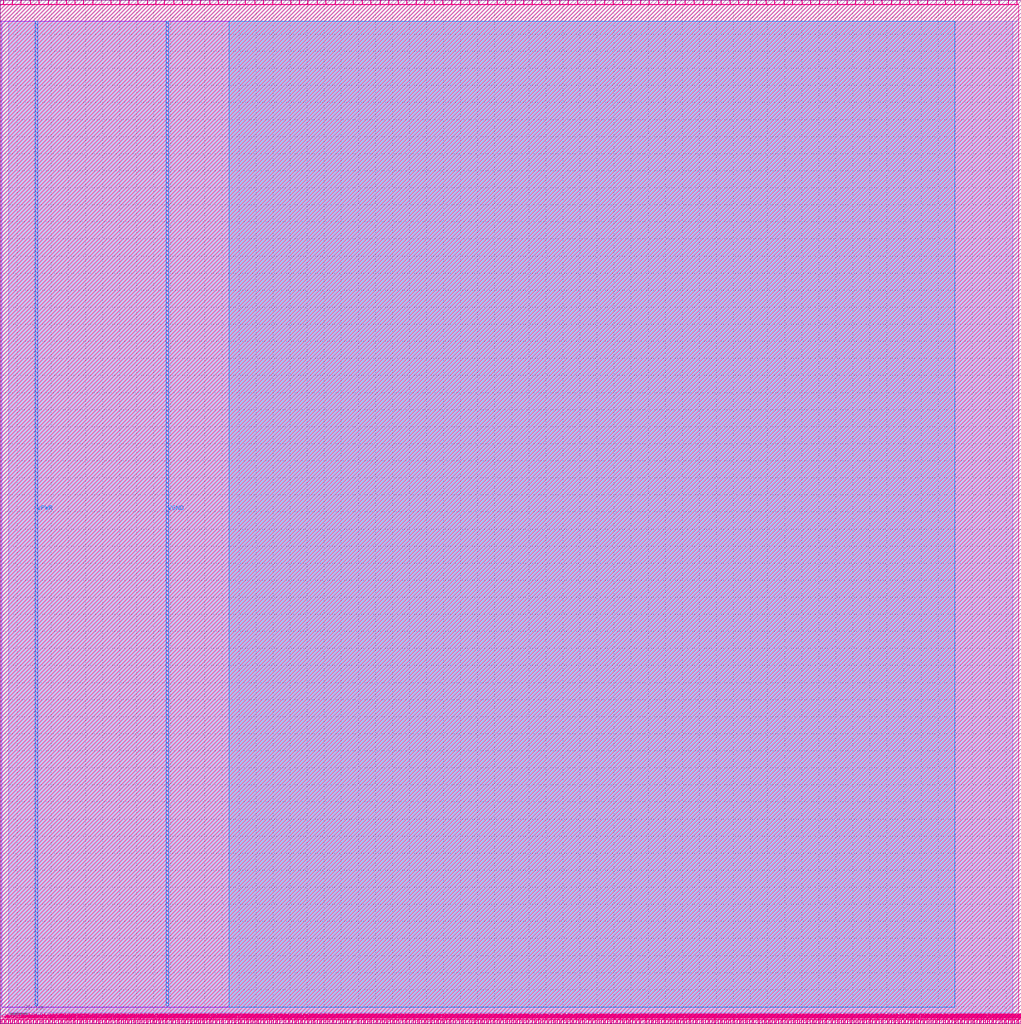
<source format=lef>
# Copyright 2020 The SkyWater PDK Authors
#
# Licensed under the Apache License, Version 2.0 (the "License");
# you may not use this file except in compliance with the License.
# You may obtain a copy of the License at
#
#     https://www.apache.org/licenses/LICENSE-2.0
#
# Unless required by applicable law or agreed to in writing, software
# distributed under the License is distributed on an "AS IS" BASIS,
# WITHOUT WARRANTIES OR CONDITIONS OF ANY KIND, either express or implied.
# See the License for the specific language governing permissions and
# limitations under the License.
#
# SPDX-License-Identifier: Apache-2.0

VERSION 5.7 ;

BUSBITCHARS "[]" ;
DIVIDERCHAR "/" ;

UNITS
  TIME NANOSECONDS 1 ;
  CAPACITANCE PICOFARADS 1 ;
  RESISTANCE OHMS 1 ;
  DATABASE MICRONS 1000 ;
END UNITS

MANUFACTURINGGRID 0.005 ;

PROPERTYDEFINITIONS
  LAYER LEF58_TYPE STRING ;
END PROPERTYDEFINITIONS

# High density, single height
SITE unithd
  SYMMETRY Y ;
  CLASS CORE ;
  SIZE 0.46 BY 2.72 ;
END unithd

# High density, double height
SITE unithddbl
  SYMMETRY Y ;
  CLASS CORE ;
  SIZE 0.46 BY 5.44 ;
END unithddbl

LAYER nwell
  TYPE MASTERSLICE ;
  PROPERTY LEF58_TYPE "TYPE NWELL ;" ;
END nwell

LAYER pwell
  TYPE MASTERSLICE ;
  PROPERTY LEF58_TYPE "TYPE PWELL ;" ;
END pwell

LAYER li1
  TYPE ROUTING ;
  DIRECTION VERTICAL ;

  PITCH 0.46 0.34 ;
  OFFSET 0.23 0.17 ;

  WIDTH 0.17 ;          # LI 1
  # SPACING  0.17 ;     # LI 2
  SPACINGTABLE
     PARALLELRUNLENGTH 0
     WIDTH 0 0.17 ;
  AREA 0.0561 ;         # LI 6
  THICKNESS 0.1 ;
  EDGECAPACITANCE 40.697E-6 ;
  CAPACITANCE CPERSQDIST 36.9866E-6 ;
  RESISTANCE RPERSQ 12.2 ;

  ANTENNAMODEL OXIDE1 ;
  ANTENNADIFFSIDEAREARATIO PWL ( ( 0 75 ) ( 0.0125 75 ) ( 0.0225 85.125 ) ( 22.5 10200 ) ) ;
END li1

LAYER mcon
  TYPE CUT ;

  WIDTH 0.17 ;                # Mcon 1
  SPACING 0.19 ;              # Mcon 2
  ENCLOSURE BELOW 0 0 ;       # Mcon 4
  ENCLOSURE ABOVE 0.03 0.06 ; # Met1 4 / Met1 5

  ANTENNADIFFAREARATIO PWL ( ( 0 3 ) ( 0.0125 3 ) ( 0.0225 3.405 ) ( 22.5 408 ) ) ;
  DCCURRENTDENSITY AVERAGE 0.36 ; # mA per via Iavg_max at Tj = 90oC

END mcon

LAYER met1
  TYPE ROUTING ;
  DIRECTION HORIZONTAL ;

  PITCH 0.34 ;
  OFFSET 0.17 ;

  WIDTH 0.14 ;                     # Met1 1
  # SPACING 0.14 ;                 # Met1 2
  # SPACING 0.28 RANGE 3.001 100 ; # Met1 3b
  SPACINGTABLE
     PARALLELRUNLENGTH 0
     WIDTH 0 0.14
     WIDTH 3 0.28 ;
  AREA 0.083 ;                     # Met1 6
  THICKNESS 0.35 ;

  ANTENNAMODEL OXIDE1 ;
  ANTENNADIFFSIDEAREARATIO PWL ( ( 0 400 ) ( 0.0125 400 ) ( 0.0225 2609 ) ( 22.5 11600 ) ) ;

  EDGECAPACITANCE 40.567E-6 ;
  CAPACITANCE CPERSQDIST 25.7784E-6 ;
  DCCURRENTDENSITY AVERAGE 2.8 ; # mA/um Iavg_max at Tj = 90oC
  ACCURRENTDENSITY RMS 6.1 ; # mA/um Irms_max at Tj = 90oC
  MAXIMUMDENSITY 70 ;
  DENSITYCHECKWINDOW 700 700 ;
  DENSITYCHECKSTEP 70 ;

  RESISTANCE RPERSQ 0.125 ;
END met1

LAYER via
  TYPE CUT ;
  WIDTH 0.15 ;                  # Via 1a
  SPACING 0.17 ;                # Via 2
  ENCLOSURE BELOW 0.055 0.085 ; # Via 4a / Via 5a
  ENCLOSURE ABOVE 0.055 0.085 ; # Met2 4 / Met2 5

  ANTENNADIFFAREARATIO PWL ( ( 0 6 ) ( 0.0125 6 ) ( 0.0225 6.81 ) ( 22.5 816 ) ) ;
  DCCURRENTDENSITY AVERAGE 0.29 ; # mA per via Iavg_max at Tj = 90oC
END via

LAYER met2
  TYPE ROUTING ;
  DIRECTION VERTICAL ;

  PITCH 0.46 ;
  OFFSET 0.23 ;

  WIDTH 0.14 ;                        # Met2 1
  # SPACING  0.14 ;                   # Met2 2
  # SPACING  0.28 RANGE 3.001 100 ;   # Met2 3b
  SPACINGTABLE
     PARALLELRUNLENGTH 0
     WIDTH 0 0.14
     WIDTH 3 0.28 ;
  AREA 0.0676 ;                       # Met2 6
  THICKNESS 0.35 ;

  EDGECAPACITANCE 37.759E-6 ;
  CAPACITANCE CPERSQDIST 16.9423E-6 ;
  RESISTANCE RPERSQ 0.125 ;
  DCCURRENTDENSITY AVERAGE 2.8 ; # mA/um Iavg_max at Tj = 90oC
  ACCURRENTDENSITY RMS 6.1 ; # mA/um Irms_max at Tj = 90oC

  ANTENNAMODEL OXIDE1 ;
  ANTENNADIFFSIDEAREARATIO PWL ( ( 0 400 ) ( 0.0125 400 ) ( 0.0225 2609 ) ( 22.5 11600 ) ) ;

  MAXIMUMDENSITY 70 ;
  DENSITYCHECKWINDOW 700 700 ;
  DENSITYCHECKSTEP 70 ;
END met2

# ******** Layer via2, type routing, number 44 **************
LAYER via2
  TYPE CUT ;
  WIDTH 0.2 ;                   # Via2 1
  SPACING 0.2 ;                 # Via2 2
  ENCLOSURE BELOW 0.04 0.085 ;  # Via2 4
  ENCLOSURE ABOVE 0.065 0.065 ; # Met3 4
  ANTENNADIFFAREARATIO PWL ( ( 0 6 ) ( 0.0125 6 ) ( 0.0225 6.81 ) ( 22.5 816 ) ) ;
  DCCURRENTDENSITY AVERAGE 0.48 ; # mA per via Iavg_max at Tj = 90oC
END via2

LAYER met3
  TYPE ROUTING ;
  DIRECTION HORIZONTAL ;

  PITCH 0.68 ;
  OFFSET 0.34 ;

  WIDTH 0.3 ;              # Met3 1
  # SPACING 0.3 ;          # Met3 2
  SPACINGTABLE
     PARALLELRUNLENGTH 0
     WIDTH 0 0.3
     WIDTH 3 0.4 ;
  AREA 0.24 ;              # Met3 6
  THICKNESS 0.8 ;

  EDGECAPACITANCE 40.989E-6 ;
  CAPACITANCE CPERSQDIST 12.3729E-6 ;
  RESISTANCE RPERSQ 0.047 ;
  DCCURRENTDENSITY AVERAGE 6.8 ; # mA/um Iavg_max at Tj = 90oC
  ACCURRENTDENSITY RMS 14.9 ; # mA/um Irms_max at Tj = 90oC

  ANTENNAMODEL OXIDE1 ;
  ANTENNADIFFSIDEAREARATIO PWL ( ( 0 400 ) ( 0.0125 400 ) ( 0.0225 2609 ) ( 22.5 11600 ) ) ;

  MAXIMUMDENSITY 70 ;
  DENSITYCHECKWINDOW 700 700 ;
  DENSITYCHECKSTEP 70 ;
END met3

LAYER via3
  TYPE CUT ;
  WIDTH 0.2 ;                   # Via3 1
  SPACING 0.2 ;                 # Via3 2
  ENCLOSURE BELOW 0.06 0.09 ;   # Via3 4 / Via3 5
  ENCLOSURE ABOVE 0.065 0.065 ; # Met4 3
  ANTENNADIFFAREARATIO PWL ( ( 0 6 ) ( 0.0125 6 ) ( 0.0225 6.81 ) ( 22.5 816 ) ) ;
  DCCURRENTDENSITY AVERAGE 0.48 ; # mA per via Iavg_max at Tj = 90oC
END via3

LAYER met4
  TYPE ROUTING ;
  DIRECTION VERTICAL ;

  PITCH 0.92 ;
  OFFSET 0.46 ;

  WIDTH 0.3 ;             # Met4 1
  # SPACING  0.3 ;             # Met4 2
  SPACINGTABLE
     PARALLELRUNLENGTH 0
     WIDTH 0 0.3
     WIDTH 3 0.4 ;
  AREA 0.24 ;            # Met4 4a

  THICKNESS 0.8 ;

  EDGECAPACITANCE 36.676E-6 ;
  CAPACITANCE CPERSQDIST 8.41537E-6 ;
  RESISTANCE RPERSQ 0.047 ;
  DCCURRENTDENSITY AVERAGE 6.8 ; # mA/um Iavg_max at Tj = 90oC
  ACCURRENTDENSITY RMS 14.9 ; # mA/um Irms_max at Tj = 90oC

  ANTENNAMODEL OXIDE1 ;
  ANTENNADIFFSIDEAREARATIO PWL ( ( 0 400 ) ( 0.0125 400 ) ( 0.0225 2609 ) ( 22.5 11600 ) ) ;

  MAXIMUMDENSITY 70 ;
  DENSITYCHECKWINDOW 700 700 ;
  DENSITYCHECKSTEP 70 ;
END met4

LAYER via4
  TYPE CUT ;

  WIDTH 0.8 ;                 # Via4 1
  SPACING 0.8 ;               # Via4 2
  ENCLOSURE BELOW 0.19 0.19 ; # Via4 4
  ENCLOSURE ABOVE 0.31 0.31 ; # Met5 3
  ANTENNADIFFAREARATIO PWL ( ( 0 6 ) ( 0.0125 6 ) ( 0.0225 6.81 ) ( 22.5 816 ) ) ;
  DCCURRENTDENSITY AVERAGE 2.49 ; # mA per via Iavg_max at Tj = 90oC
END via4

LAYER met5
  TYPE ROUTING ;
  DIRECTION HORIZONTAL ;

  PITCH 3.4 ;
  OFFSET 1.7 ;

  WIDTH 1.6 ;            # Met5 1
  #SPACING  1.6 ;        # Met5 2
  SPACINGTABLE
     PARALLELRUNLENGTH 0
     WIDTH 0 1.6 ;
  AREA 4 ;               # Met5 4

  THICKNESS 1.2 ;

  EDGECAPACITANCE 38.851E-6 ;
  CAPACITANCE CPERSQDIST 6.32063E-6 ;
  RESISTANCE RPERSQ 0.0285 ;
  DCCURRENTDENSITY AVERAGE 10.17 ; # mA/um Iavg_max at Tj = 90oC
  ACCURRENTDENSITY RMS 22.34 ; # mA/um Irms_max at Tj = 90oC

  ANTENNAMODEL OXIDE1 ;
  ANTENNADIFFSIDEAREARATIO PWL ( ( 0 400 ) ( 0.0125 400 ) ( 0.0225 2609 ) ( 22.5 11600 ) ) ;
END met5


### Routing via cells section   ###
# Plus via rule, metals are along the prefered direction
VIA L1M1_PR DEFAULT
  LAYER mcon ;
  RECT -0.085 -0.085 0.085 0.085 ;
  LAYER li1 ;
  RECT -0.085 -0.085 0.085 0.085 ;
  LAYER met1 ;
  RECT -0.145 -0.115 0.145 0.115 ;
END L1M1_PR

VIARULE L1M1_PR GENERATE
  LAYER li1 ;
  ENCLOSURE 0 0 ;
  LAYER met1 ;
  ENCLOSURE 0.06 0.03 ;
  LAYER mcon ;
  RECT -0.085 -0.085 0.085 0.085 ;
  SPACING 0.36 BY 0.36 ;
END L1M1_PR

# Plus via rule, metals are along the non prefered direction
VIA L1M1_PR_R DEFAULT
  LAYER mcon ;
  RECT -0.085 -0.085 0.085 0.085 ;
  LAYER li1 ;
  RECT -0.085 -0.085 0.085 0.085 ;
  LAYER met1 ;
  RECT -0.115 -0.145 0.115 0.145 ;
END L1M1_PR_R

VIARULE L1M1_PR_R GENERATE
  LAYER li1 ;
  ENCLOSURE 0 0 ;
  LAYER met1 ;
  ENCLOSURE 0.03 0.06 ;
  LAYER mcon ;
  RECT -0.085 -0.085 0.085 0.085 ;
  SPACING 0.36 BY 0.36 ;
END L1M1_PR_R

# Minus via rule, lower layer metal is along prefered direction
VIA L1M1_PR_M DEFAULT
  LAYER mcon ;
  RECT -0.085 -0.085 0.085 0.085 ;
  LAYER li1 ;
  RECT -0.085 -0.085 0.085 0.085 ;
  LAYER met1 ;
  RECT -0.115 -0.145 0.115 0.145 ;
END L1M1_PR_M

VIARULE L1M1_PR_M GENERATE
  LAYER li1 ;
  ENCLOSURE 0 0 ;
  LAYER met1 ;
  ENCLOSURE 0.03 0.06 ;
  LAYER mcon ;
  RECT -0.085 -0.085 0.085 0.085 ;
  SPACING 0.36 BY 0.36 ;
END L1M1_PR_M

# Minus via rule, upper layer metal is along prefered direction
VIA L1M1_PR_MR DEFAULT
  LAYER mcon ;
  RECT -0.085 -0.085 0.085 0.085 ;
  LAYER li1 ;
  RECT -0.085 -0.085 0.085 0.085 ;
  LAYER met1 ;
  RECT -0.145 -0.115 0.145 0.115 ;
END L1M1_PR_MR

VIARULE L1M1_PR_MR GENERATE
  LAYER li1 ;
  ENCLOSURE 0 0 ;
  LAYER met1 ;
  ENCLOSURE 0.06 0.03 ;
  LAYER mcon ;
  RECT -0.085 -0.085 0.085 0.085 ;
  SPACING 0.36 BY 0.36 ;
END L1M1_PR_MR

# Centered via rule, we really do not want to use it
VIA L1M1_PR_C DEFAULT
  LAYER mcon ;
  RECT -0.085 -0.085 0.085 0.085 ;
  LAYER li1 ;
  RECT -0.085 -0.085 0.085 0.085 ;
  LAYER met1 ;
  RECT -0.145 -0.145 0.145 0.145 ;
END L1M1_PR_C

VIARULE L1M1_PR_C GENERATE
  LAYER li1 ;
  ENCLOSURE 0 0 ;
  LAYER met1 ;
  ENCLOSURE 0.06 0.06 ;
  LAYER mcon ;
  RECT -0.085 -0.085 0.085 0.085 ;
  SPACING 0.36 BY 0.36 ;
END L1M1_PR_C

# Plus via rule, metals are along the prefered direction
VIA M1M2_PR DEFAULT
  LAYER via ;
  RECT -0.075 -0.075 0.075 0.075 ;
  LAYER met1 ;
  RECT -0.16 -0.13 0.16 0.13 ;
  LAYER met2 ;
  RECT -0.13 -0.16 0.13 0.16 ;
END M1M2_PR

VIARULE M1M2_PR GENERATE
  LAYER met1 ;
  ENCLOSURE 0.085 0.055 ;
  LAYER met2 ;
  ENCLOSURE 0.055 0.085 ;
  LAYER via ;
  RECT -0.075 -0.075 0.075 0.075 ;
  SPACING 0.32 BY 0.32 ;
END M1M2_PR

# Plus via rule, metals are along the non prefered direction
VIA M1M2_PR_R DEFAULT
  LAYER via ;
  RECT -0.075 -0.075 0.075 0.075 ;
  LAYER met1 ;
  RECT -0.13 -0.16 0.13 0.16 ;
  LAYER met2 ;
  RECT -0.16 -0.13 0.16 0.13 ;
END M1M2_PR_R

VIARULE M1M2_PR_R GENERATE
  LAYER met1 ;
  ENCLOSURE 0.055 0.085 ;
  LAYER met2 ;
  ENCLOSURE 0.085 0.055 ;
  LAYER via ;
  RECT -0.075 -0.075 0.075 0.075 ;
  SPACING 0.32 BY 0.32 ;
END M1M2_PR_R

# Minus via rule, lower layer metal is along prefered direction
VIA M1M2_PR_M DEFAULT
  LAYER via ;
  RECT -0.075 -0.075 0.075 0.075 ;
  LAYER met1 ;
  RECT -0.16 -0.13 0.16 0.13 ;
  LAYER met2 ;
  RECT -0.16 -0.13 0.16 0.13 ;
END M1M2_PR_M

VIARULE M1M2_PR_M GENERATE
  LAYER met1 ;
  ENCLOSURE 0.085 0.055 ;
  LAYER met2 ;
  ENCLOSURE 0.085 0.055 ;
  LAYER via ;
  RECT -0.075 -0.075 0.075 0.075 ;
  SPACING 0.32 BY 0.32 ;
END M1M2_PR_M

# Minus via rule, upper layer metal is along prefered direction
VIA M1M2_PR_MR DEFAULT
  LAYER via ;
  RECT -0.075 -0.075 0.075 0.075 ;
  LAYER met1 ;
  RECT -0.13 -0.16 0.13 0.16 ;
  LAYER met2 ;
  RECT -0.13 -0.16 0.13 0.16 ;
END M1M2_PR_MR

VIARULE M1M2_PR_MR GENERATE
  LAYER met1 ;
  ENCLOSURE 0.055 0.085 ;
  LAYER met2 ;
  ENCLOSURE 0.055 0.085 ;
  LAYER via ;
  RECT -0.075 -0.075 0.075 0.075 ;
  SPACING 0.32 BY 0.32 ;
END M1M2_PR_MR

# Centered via rule, we really do not want to use it
VIA M1M2_PR_C DEFAULT
  LAYER via ;
  RECT -0.075 -0.075 0.075 0.075 ;
  LAYER met1 ;
  RECT -0.16 -0.16 0.16 0.16 ;
  LAYER met2 ;
  RECT -0.16 -0.16 0.16 0.16 ;
END M1M2_PR_C

VIARULE M1M2_PR_C GENERATE
  LAYER met1 ;
  ENCLOSURE 0.085 0.085 ;
  LAYER met2 ;
  ENCLOSURE 0.085 0.085 ;
  LAYER via ;
  RECT -0.075 -0.075 0.075 0.075 ;
  SPACING 0.32 BY 0.32 ;
END M1M2_PR_C

# Plus via rule, metals are along the prefered direction
VIA M2M3_PR DEFAULT
  LAYER via2 ;
  RECT -0.1 -0.1 0.1 0.1 ;
  LAYER met2 ;
  RECT -0.14 -0.185 0.14 0.185 ;
  LAYER met3 ;
  RECT -0.165 -0.165 0.165 0.165 ;
END M2M3_PR

VIARULE M2M3_PR GENERATE
  LAYER met2 ;
  ENCLOSURE 0.04 0.085 ;
  LAYER met3 ;
  ENCLOSURE 0.065 0.065 ;
  LAYER via2 ;
  RECT -0.1 -0.1 0.1 0.1 ;
  SPACING 0.4 BY 0.4 ;
END M2M3_PR

# Plus via rule, metals are along the non prefered direction
VIA M2M3_PR_R DEFAULT
  LAYER via2 ;
  RECT -0.1 -0.1 0.1 0.1 ;
  LAYER met2 ;
  RECT -0.185 -0.14 0.185 0.14 ;
  LAYER met3 ;
  RECT -0.165 -0.165 0.165 0.165 ;
END M2M3_PR_R

VIARULE M2M3_PR_R GENERATE
  LAYER met2 ;
  ENCLOSURE 0.085 0.04 ;
  LAYER met3 ;
  ENCLOSURE 0.065 0.065 ;
  LAYER via2 ;
  RECT -0.1 -0.1 0.1 0.1 ;
  SPACING 0.4 BY 0.4 ;
END M2M3_PR_R

# Minus via rule, lower layer metal is along prefered direction
VIA M2M3_PR_M DEFAULT
  LAYER via2 ;
  RECT -0.1 -0.1 0.1 0.1 ;
  LAYER met2 ;
  RECT -0.14 -0.185 0.14 0.185 ;
  LAYER met3 ;
  RECT -0.165 -0.165 0.165 0.165 ;
END M2M3_PR_M

VIARULE M2M3_PR_M GENERATE
  LAYER met2 ;
  ENCLOSURE 0.04 0.085 ;
  LAYER met3 ;
  ENCLOSURE 0.065 0.065 ;
  LAYER via2 ;
  RECT -0.1 -0.1 0.1 0.1 ;
  SPACING 0.4 BY 0.4 ;
END M2M3_PR_M

# Minus via rule, upper layer metal is along prefered direction
VIA M2M3_PR_MR DEFAULT
  LAYER via2 ;
  RECT -0.1 -0.1 0.1 0.1 ;
  LAYER met2 ;
  RECT -0.185 -0.14 0.185 0.14 ;
  LAYER met3 ;
  RECT -0.165 -0.165 0.165 0.165 ;
END M2M3_PR_MR

VIARULE M2M3_PR_MR GENERATE
  LAYER met2 ;
  ENCLOSURE 0.085 0.04 ;
  LAYER met3 ;
  ENCLOSURE 0.065 0.065 ;
  LAYER via2 ;
  RECT -0.1 -0.1 0.1 0.1 ;
  SPACING 0.4 BY 0.4 ;
END M2M3_PR_MR

# Centered via rule, we really do not want to use it
VIA M2M3_PR_C DEFAULT
  LAYER via2 ;
  RECT -0.1 -0.1 0.1 0.1 ;
  LAYER met2 ;
  RECT -0.185 -0.185 0.185 0.185 ;
  LAYER met3 ;
  RECT -0.165 -0.165 0.165 0.165 ;
END M2M3_PR_C

VIARULE M2M3_PR_C GENERATE
  LAYER met2 ;
  ENCLOSURE 0.085 0.085 ;
  LAYER met3 ;
  ENCLOSURE 0.065 0.065 ;
  LAYER via2 ;
  RECT -0.1 -0.1 0.1 0.1 ;
  SPACING 0.4 BY 0.4 ;
END M2M3_PR_C

# Plus via rule, metals are along the prefered direction
VIA M3M4_PR DEFAULT
  LAYER via3 ;
  RECT -0.1 -0.1 0.1 0.1 ;
  LAYER met3 ;
  RECT -0.19 -0.16 0.19 0.16 ;
  LAYER met4 ;
  RECT -0.165 -0.165 0.165 0.165 ;
END M3M4_PR

VIARULE M3M4_PR GENERATE
  LAYER met3 ;
  ENCLOSURE 0.09 0.06 ;
  LAYER met4 ;
  ENCLOSURE 0.065 0.065 ;
  LAYER via3 ;
  RECT -0.1 -0.1 0.1 0.1 ;
  SPACING 0.4 BY 0.4 ;
END M3M4_PR

# Plus via rule, metals are along the non prefered direction
VIA M3M4_PR_R DEFAULT
  LAYER via3 ;
  RECT -0.1 -0.1 0.1 0.1 ;
  LAYER met3 ;
  RECT -0.16 -0.19 0.16 0.19 ;
  LAYER met4 ;
  RECT -0.165 -0.165 0.165 0.165 ;
END M3M4_PR_R

VIARULE M3M4_PR_R GENERATE
  LAYER met3 ;
  ENCLOSURE 0.06 0.09 ;
  LAYER met4 ;
  ENCLOSURE 0.065 0.065 ;
  LAYER via3 ;
  RECT -0.1 -0.1 0.1 0.1 ;
  SPACING 0.4 BY 0.4 ;
END M3M4_PR_R

# Minus via rule, lower layer metal is along prefered direction
VIA M3M4_PR_M DEFAULT
  LAYER via3 ;
  RECT -0.1 -0.1 0.1 0.1 ;
  LAYER met3 ;
  RECT -0.19 -0.16 0.19 0.16 ;
  LAYER met4 ;
  RECT -0.165 -0.165 0.165 0.165 ;
END M3M4_PR_M

VIARULE M3M4_PR_M GENERATE
  LAYER met3 ;
  ENCLOSURE 0.09 0.06 ;
  LAYER met4 ;
  ENCLOSURE 0.065 0.065 ;
  LAYER via3 ;
  RECT -0.1 -0.1 0.1 0.1 ;
  SPACING 0.4 BY 0.4 ;
END M3M4_PR_M

# Minus via rule, upper layer metal is along prefered direction
VIA M3M4_PR_MR DEFAULT
  LAYER via3 ;
  RECT -0.1 -0.1 0.1 0.1 ;
  LAYER met3 ;
  RECT -0.16 -0.19 0.16 0.19 ;
  LAYER met4 ;
  RECT -0.165 -0.165 0.165 0.165 ;
END M3M4_PR_MR

VIARULE M3M4_PR_MR GENERATE
  LAYER met3 ;
  ENCLOSURE 0.06 0.09 ;
  LAYER met4 ;
  ENCLOSURE 0.065 0.065 ;
  LAYER via3 ;
  RECT -0.1 -0.1 0.1 0.1 ;
  SPACING 0.4 BY 0.4 ;
END M3M4_PR_MR

# Centered via rule, we really do not want to use it
VIA M3M4_PR_C DEFAULT
  LAYER via3 ;
  RECT -0.1 -0.1 0.1 0.1 ;
  LAYER met3 ;
  RECT -0.19 -0.19 0.19 0.19 ;
  LAYER met4 ;
  RECT -0.165 -0.165 0.165 0.165 ;
END M3M4_PR_C

VIARULE M3M4_PR_C GENERATE
  LAYER met3 ;
  ENCLOSURE 0.09 0.09 ;
  LAYER met4 ;
  ENCLOSURE 0.065 0.065 ;
  LAYER via3 ;
  RECT -0.1 -0.1 0.1 0.1 ;
  SPACING 0.4 BY 0.4 ;
END M3M4_PR_C

# Plus via rule, metals are along the prefered direction
VIA M4M5_PR DEFAULT
  LAYER via4 ;
  RECT -0.4 -0.4 0.4 0.4 ;
  LAYER met4 ;
  RECT -0.59 -0.59 0.59 0.59 ;
  LAYER met5 ;
  RECT -0.71 -0.71 0.71 0.71 ;
END M4M5_PR

VIARULE M4M5_PR GENERATE
  LAYER met4 ;
  ENCLOSURE 0.19 0.19 ;
  LAYER met5 ;
  ENCLOSURE 0.31 0.31 ;
  LAYER via4 ;
  RECT -0.4 -0.4 0.4 0.4 ;
  SPACING 1.6 BY 1.6 ;
END M4M5_PR

# Plus via rule, metals are along the non prefered direction
VIA M4M5_PR_R DEFAULT
  LAYER via4 ;
  RECT -0.4 -0.4 0.4 0.4 ;
  LAYER met4 ;
  RECT -0.59 -0.59 0.59 0.59 ;
  LAYER met5 ;
  RECT -0.71 -0.71 0.71 0.71 ;
END M4M5_PR_R

VIARULE M4M5_PR_R GENERATE
  LAYER met4 ;
  ENCLOSURE 0.19 0.19 ;
  LAYER met5 ;
  ENCLOSURE 0.31 0.31 ;
  LAYER via4 ;
  RECT -0.4 -0.4 0.4 0.4 ;
  SPACING 1.6 BY 1.6 ;
END M4M5_PR_R

# Minus via rule, lower layer metal is along prefered direction
VIA M4M5_PR_M DEFAULT
  LAYER via4 ;
  RECT -0.4 -0.4 0.4 0.4 ;
  LAYER met4 ;
  RECT -0.59 -0.59 0.59 0.59 ;
  LAYER met5 ;
  RECT -0.71 -0.71 0.71 0.71 ;
END M4M5_PR_M

VIARULE M4M5_PR_M GENERATE
  LAYER met4 ;
  ENCLOSURE 0.19 0.19 ;
  LAYER met5 ;
  ENCLOSURE 0.31 0.31 ;
  LAYER via4 ;
  RECT -0.4 -0.4 0.4 0.4 ;
  SPACING 1.6 BY 1.6 ;
END M4M5_PR_M

# Minus via rule, upper layer metal is along prefered direction
VIA M4M5_PR_MR DEFAULT
  LAYER via4 ;
  RECT -0.4 -0.4 0.4 0.4 ;
  LAYER met4 ;
  RECT -0.59 -0.59 0.59 0.59 ;
  LAYER met5 ;
  RECT -0.71 -0.71 0.71 0.71 ;
END M4M5_PR_MR

VIARULE M4M5_PR_MR GENERATE
  LAYER met4 ;
  ENCLOSURE 0.19 0.19 ;
  LAYER met5 ;
  ENCLOSURE 0.31 0.31 ;
  LAYER via4 ;
  RECT -0.4 -0.4 0.4 0.4 ;
  SPACING 1.6 BY 1.6 ;
END M4M5_PR_MR

# Centered via rule, we really do not want to use it
VIA M4M5_PR_C DEFAULT
  LAYER via4 ;
  RECT -0.4 -0.4 0.4 0.4 ;
  LAYER met4 ;
  RECT -0.59 -0.59 0.59 0.59 ;
  LAYER met5 ;
  RECT -0.71 -0.71 0.71 0.71 ;
END M4M5_PR_C

VIARULE M4M5_PR_C GENERATE
  LAYER met4 ;
  ENCLOSURE 0.19 0.19 ;
  LAYER met5 ;
  ENCLOSURE 0.31 0.31 ;
  LAYER via4 ;
  RECT -0.4 -0.4 0.4 0.4 ;
  SPACING 1.6 BY 1.6 ;
END M4M5_PR_C
###  end of single via cells   ###


MACRO sky130_fd_sc_hd__clkdlybuf4s15_1
  CLASS CORE ;
  FOREIGN sky130_fd_sc_hd__clkdlybuf4s15_1 ;
  ORIGIN  0.000000  0.000000 ;
  SIZE  3.680000 BY  2.720000 ;
  SYMMETRY X Y R90 ;
  SITE unithd ;
  PIN A
    ANTENNAGATEAREA  0.213000 ;
    DIRECTION INPUT ;
    USE SIGNAL ;
    PORT
      LAYER li1 ;
        RECT 0.085000 1.055000 0.560000 1.325000 ;
    END
  END A
  PIN X
    ANTENNADIFFAREA  0.376300 ;
    DIRECTION OUTPUT ;
    USE SIGNAL ;
    PORT
      LAYER li1 ;
        RECT 3.210000 0.285000 3.595000 0.545000 ;
        RECT 3.210000 1.760000 3.595000 2.465000 ;
        RECT 3.365000 0.545000 3.595000 1.760000 ;
    END
  END X
  PIN VGND
    DIRECTION INOUT ;
    SHAPE ABUTMENT ;
    USE GROUND ;
    PORT
      LAYER met1 ;
        RECT 0.000000 -0.240000 3.680000 0.240000 ;
    END
  END VGND
  PIN VNB
    DIRECTION INOUT ;
    USE GROUND ;
    PORT
      LAYER pwell ;
        RECT 0.145000 -0.085000 0.315000 0.085000 ;
    END
  END VNB
  PIN VPB
    DIRECTION INOUT ;
    USE POWER ;
    PORT
      LAYER nwell ;
        RECT -0.190000 1.305000 3.870000 2.910000 ;
    END
  END VPB
  PIN VPWR
    DIRECTION INOUT ;
    SHAPE ABUTMENT ;
    USE POWER ;
    PORT
      LAYER met1 ;
        RECT 0.000000 2.480000 3.680000 2.960000 ;
    END
  END VPWR
  OBS
    LAYER li1 ;
      RECT 0.000000 -0.085000 3.680000 0.085000 ;
      RECT 0.000000  2.635000 3.680000 2.805000 ;
      RECT 0.085000  0.255000 0.425000 0.715000 ;
      RECT 0.085000  0.715000 1.215000 0.885000 ;
      RECT 0.085000  1.495000 1.215000 1.665000 ;
      RECT 0.085000  1.665000 0.425000 2.465000 ;
      RECT 0.595000  0.085000 0.910000 0.545000 ;
      RECT 0.595000  1.835000 0.925000 2.635000 ;
      RECT 0.730000  0.885000 1.215000 1.495000 ;
      RECT 1.385000  0.255000 1.760000 0.825000 ;
      RECT 1.385000  1.835000 1.760000 2.465000 ;
      RECT 1.590000  0.825000 1.760000 1.055000 ;
      RECT 1.590000  1.055000 2.685000 1.250000 ;
      RECT 1.590000  1.250000 1.760000 1.835000 ;
      RECT 1.930000  0.255000 2.260000 0.715000 ;
      RECT 1.930000  0.715000 3.195000 0.885000 ;
      RECT 1.930000  1.420000 3.195000 1.590000 ;
      RECT 1.930000  1.590000 2.410000 2.465000 ;
      RECT 2.640000  1.760000 3.040000 2.635000 ;
      RECT 2.710000  0.085000 3.040000 0.545000 ;
      RECT 2.855000  0.885000 3.195000 1.420000 ;
    LAYER mcon ;
      RECT 0.145000 -0.085000 0.315000 0.085000 ;
      RECT 0.145000  2.635000 0.315000 2.805000 ;
      RECT 0.605000 -0.085000 0.775000 0.085000 ;
      RECT 0.605000  2.635000 0.775000 2.805000 ;
      RECT 1.065000 -0.085000 1.235000 0.085000 ;
      RECT 1.065000  2.635000 1.235000 2.805000 ;
      RECT 1.525000 -0.085000 1.695000 0.085000 ;
      RECT 1.525000  2.635000 1.695000 2.805000 ;
      RECT 1.985000 -0.085000 2.155000 0.085000 ;
      RECT 1.985000  2.635000 2.155000 2.805000 ;
      RECT 2.445000 -0.085000 2.615000 0.085000 ;
      RECT 2.445000  2.635000 2.615000 2.805000 ;
      RECT 2.905000 -0.085000 3.075000 0.085000 ;
      RECT 2.905000  2.635000 3.075000 2.805000 ;
      RECT 3.365000 -0.085000 3.535000 0.085000 ;
      RECT 3.365000  2.635000 3.535000 2.805000 ;
  END
END sky130_fd_sc_hd__clkdlybuf4s15_1
MACRO sky130_fd_sc_hd__clkdlybuf4s15_2
  CLASS CORE ;
  FOREIGN sky130_fd_sc_hd__clkdlybuf4s15_2 ;
  ORIGIN  0.000000  0.000000 ;
  SIZE  4.140000 BY  2.720000 ;
  SYMMETRY X Y R90 ;
  SITE unithd ;
  PIN A
    ANTENNAGATEAREA  0.213000 ;
    DIRECTION INPUT ;
    USE SIGNAL ;
    PORT
      LAYER li1 ;
        RECT 0.085000 1.060000 0.555000 1.625000 ;
    END
  END A
  PIN X
    ANTENNADIFFAREA  0.397600 ;
    DIRECTION OUTPUT ;
    USE SIGNAL ;
    PORT
      LAYER li1 ;
        RECT 3.050000 0.255000 3.550000 0.640000 ;
        RECT 3.070000 1.485000 3.550000 2.465000 ;
        RECT 3.355000 0.640000 3.550000 1.485000 ;
    END
  END X
  PIN VGND
    DIRECTION INOUT ;
    SHAPE ABUTMENT ;
    USE GROUND ;
    PORT
      LAYER met1 ;
        RECT 0.000000 -0.240000 4.140000 0.240000 ;
    END
  END VGND
  PIN VNB
    DIRECTION INOUT ;
    USE GROUND ;
    PORT
      LAYER pwell ;
        RECT 0.150000 -0.085000 0.320000 0.085000 ;
    END
  END VNB
  PIN VPB
    DIRECTION INOUT ;
    USE POWER ;
    PORT
      LAYER nwell ;
        RECT -0.190000 1.305000 4.330000 2.910000 ;
    END
  END VPB
  PIN VPWR
    DIRECTION INOUT ;
    SHAPE ABUTMENT ;
    USE POWER ;
    PORT
      LAYER met1 ;
        RECT 0.000000 2.480000 4.140000 2.960000 ;
    END
  END VPWR
  OBS
    LAYER li1 ;
      RECT 0.000000 -0.085000 4.140000 0.085000 ;
      RECT 0.000000  2.635000 4.140000 2.805000 ;
      RECT 0.085000  0.255000 0.415000 0.720000 ;
      RECT 0.085000  0.720000 1.060000 0.890000 ;
      RECT 0.085000  1.795000 1.060000 1.965000 ;
      RECT 0.085000  1.965000 0.430000 2.465000 ;
      RECT 0.585000  0.085000 0.915000 0.550000 ;
      RECT 0.600000  2.135000 0.930000 2.635000 ;
      RECT 0.890000  0.890000 1.060000 1.075000 ;
      RECT 0.890000  1.075000 1.320000 1.245000 ;
      RECT 0.890000  1.245000 1.060000 1.795000 ;
      RECT 1.230000  1.785000 1.660000 2.465000 ;
      RECT 1.280000  0.255000 1.660000 0.905000 ;
      RECT 1.490000  0.905000 1.660000 1.075000 ;
      RECT 1.490000  1.075000 2.415000 1.485000 ;
      RECT 1.490000  1.485000 1.660000 1.785000 ;
      RECT 1.830000  0.255000 2.100000 0.735000 ;
      RECT 1.830000  0.735000 2.900000 0.905000 ;
      RECT 1.830000  1.790000 2.900000 1.965000 ;
      RECT 1.830000  1.965000 2.100000 2.465000 ;
      RECT 2.550000  0.085000 2.880000 0.565000 ;
      RECT 2.550000  2.135000 2.880000 2.635000 ;
      RECT 2.730000  0.905000 2.900000 1.075000 ;
      RECT 2.730000  1.075000 3.185000 1.245000 ;
      RECT 2.730000  1.245000 2.900000 1.790000 ;
      RECT 3.720000  0.085000 4.055000 0.645000 ;
      RECT 3.720000  1.485000 4.055000 2.635000 ;
    LAYER mcon ;
      RECT 0.145000 -0.085000 0.315000 0.085000 ;
      RECT 0.145000  2.635000 0.315000 2.805000 ;
      RECT 0.605000 -0.085000 0.775000 0.085000 ;
      RECT 0.605000  2.635000 0.775000 2.805000 ;
      RECT 1.065000 -0.085000 1.235000 0.085000 ;
      RECT 1.065000  2.635000 1.235000 2.805000 ;
      RECT 1.525000 -0.085000 1.695000 0.085000 ;
      RECT 1.525000  2.635000 1.695000 2.805000 ;
      RECT 1.985000 -0.085000 2.155000 0.085000 ;
      RECT 1.985000  2.635000 2.155000 2.805000 ;
      RECT 2.445000 -0.085000 2.615000 0.085000 ;
      RECT 2.445000  2.635000 2.615000 2.805000 ;
      RECT 2.905000 -0.085000 3.075000 0.085000 ;
      RECT 2.905000  2.635000 3.075000 2.805000 ;
      RECT 3.365000 -0.085000 3.535000 0.085000 ;
      RECT 3.365000  2.635000 3.535000 2.805000 ;
      RECT 3.825000 -0.085000 3.995000 0.085000 ;
      RECT 3.825000  2.635000 3.995000 2.805000 ;
  END
END sky130_fd_sc_hd__clkdlybuf4s15_2
MACRO sky130_fd_sc_hd__lpflow_decapkapwr_3
  CLASS CORE ;
  FOREIGN sky130_fd_sc_hd__lpflow_decapkapwr_3 ;
  ORIGIN  0.000000  0.000000 ;
  SIZE  1.380000 BY  2.720000 ;
  SYMMETRY X Y R90 ;
  SITE unithd ;
  PIN KAPWR
    DIRECTION INOUT ;
    SHAPE ABUTMENT ;
    USE POWER ;
    PORT
      LAYER li1 ;
        RECT 0.085000 1.545000 1.295000 2.465000 ;
        RECT 0.775000 1.005000 1.295000 1.545000 ;
      LAYER mcon ;
        RECT 0.145000 2.125000 0.315000 2.295000 ;
        RECT 0.605000 2.125000 0.775000 2.295000 ;
        RECT 1.065000 2.125000 1.235000 2.295000 ;
    END
    PORT
      LAYER met1 ;
        RECT 0.070000 2.140000 1.310000 2.340000 ;
        RECT 0.085000 2.080000 1.295000 2.140000 ;
    END
  END KAPWR
  PIN VGND
    DIRECTION INOUT ;
    SHAPE ABUTMENT ;
    USE GROUND ;
    PORT
      LAYER met1 ;
        RECT 0.000000 -0.240000 1.380000 0.240000 ;
    END
  END VGND
  PIN VNB
    DIRECTION INOUT ;
    USE GROUND ;
    PORT
      LAYER pwell ;
        RECT 0.145000 -0.085000 0.315000 0.085000 ;
    END
  END VNB
  PIN VPB
    DIRECTION INOUT ;
    USE POWER ;
    PORT
      LAYER nwell ;
        RECT -0.190000 1.305000 1.570000 2.910000 ;
    END
  END VPB
  PIN VPWR
    DIRECTION INOUT ;
    SHAPE ABUTMENT ;
    USE POWER ;
    PORT
      LAYER met1 ;
        RECT 0.000000 2.480000 1.380000 2.960000 ;
    END
  END VPWR
  OBS
    LAYER li1 ;
      RECT 0.000000 -0.085000 1.380000 0.085000 ;
      RECT 0.000000  2.635000 1.380000 2.805000 ;
      RECT 0.085000  0.085000 1.295000 0.835000 ;
      RECT 0.085000  0.835000 0.605000 1.375000 ;
    LAYER mcon ;
      RECT 0.145000 -0.085000 0.315000 0.085000 ;
      RECT 0.145000  2.635000 0.315000 2.805000 ;
      RECT 0.605000 -0.085000 0.775000 0.085000 ;
      RECT 0.605000  2.635000 0.775000 2.805000 ;
      RECT 1.065000 -0.085000 1.235000 0.085000 ;
      RECT 1.065000  2.635000 1.235000 2.805000 ;
  END
END sky130_fd_sc_hd__lpflow_decapkapwr_3
MACRO sky130_fd_sc_hd__lpflow_decapkapwr_6
  CLASS CORE ;
  FOREIGN sky130_fd_sc_hd__lpflow_decapkapwr_6 ;
  ORIGIN  0.000000  0.000000 ;
  SIZE  2.760000 BY  2.720000 ;
  SYMMETRY X Y R90 ;
  SITE unithd ;
  PIN KAPWR
    DIRECTION INOUT ;
    SHAPE ABUTMENT ;
    USE POWER ;
    PORT
      LAYER li1 ;
        RECT 0.085000 1.545000 2.675000 2.465000 ;
        RECT 1.465000 1.025000 2.675000 1.545000 ;
      LAYER mcon ;
        RECT 0.145000 2.125000 0.315000 2.295000 ;
        RECT 0.605000 2.125000 0.775000 2.295000 ;
        RECT 1.065000 2.125000 1.235000 2.295000 ;
        RECT 1.525000 2.125000 1.695000 2.295000 ;
        RECT 1.985000 2.125000 2.155000 2.295000 ;
        RECT 2.445000 2.125000 2.615000 2.295000 ;
    END
    PORT
      LAYER met1 ;
        RECT 0.070000 2.140000 2.690000 2.340000 ;
        RECT 0.085000 2.080000 2.675000 2.140000 ;
    END
  END KAPWR
  PIN VGND
    DIRECTION INOUT ;
    SHAPE ABUTMENT ;
    USE GROUND ;
    PORT
      LAYER met1 ;
        RECT 0.000000 -0.240000 2.760000 0.240000 ;
    END
  END VGND
  PIN VNB
    DIRECTION INOUT ;
    USE GROUND ;
    PORT
      LAYER pwell ;
        RECT 0.145000 -0.085000 0.315000 0.085000 ;
    END
  END VNB
  PIN VPB
    DIRECTION INOUT ;
    USE POWER ;
    PORT
      LAYER nwell ;
        RECT -0.190000 1.305000 2.950000 2.910000 ;
    END
  END VPB
  PIN VPWR
    DIRECTION INOUT ;
    SHAPE ABUTMENT ;
    USE POWER ;
    PORT
      LAYER met1 ;
        RECT 0.000000 2.480000 2.760000 2.960000 ;
    END
  END VPWR
  OBS
    LAYER li1 ;
      RECT 0.000000 -0.085000 2.760000 0.085000 ;
      RECT 0.000000  2.635000 2.760000 2.805000 ;
      RECT 0.085000  0.085000 2.675000 0.855000 ;
      RECT 0.085000  0.855000 1.295000 1.375000 ;
    LAYER mcon ;
      RECT 0.145000 -0.085000 0.315000 0.085000 ;
      RECT 0.145000  2.635000 0.315000 2.805000 ;
      RECT 0.605000 -0.085000 0.775000 0.085000 ;
      RECT 0.605000  2.635000 0.775000 2.805000 ;
      RECT 1.065000 -0.085000 1.235000 0.085000 ;
      RECT 1.065000  2.635000 1.235000 2.805000 ;
      RECT 1.525000 -0.085000 1.695000 0.085000 ;
      RECT 1.525000  2.635000 1.695000 2.805000 ;
      RECT 1.985000 -0.085000 2.155000 0.085000 ;
      RECT 1.985000  2.635000 2.155000 2.805000 ;
      RECT 2.445000 -0.085000 2.615000 0.085000 ;
      RECT 2.445000  2.635000 2.615000 2.805000 ;
  END
END sky130_fd_sc_hd__lpflow_decapkapwr_6
MACRO sky130_fd_sc_hd__lpflow_decapkapwr_4
  CLASS CORE ;
  FOREIGN sky130_fd_sc_hd__lpflow_decapkapwr_4 ;
  ORIGIN  0.000000  0.000000 ;
  SIZE  1.840000 BY  2.720000 ;
  SYMMETRY X Y R90 ;
  SITE unithd ;
  PIN KAPWR
    DIRECTION INOUT ;
    SHAPE ABUTMENT ;
    USE POWER ;
    PORT
      LAYER li1 ;
        RECT 0.085000 1.545000 1.755000 2.465000 ;
        RECT 1.005000 1.025000 1.755000 1.545000 ;
      LAYER mcon ;
        RECT 0.145000 2.125000 0.315000 2.295000 ;
        RECT 0.605000 2.125000 0.775000 2.295000 ;
        RECT 1.065000 2.125000 1.235000 2.295000 ;
        RECT 1.525000 2.125000 1.695000 2.295000 ;
    END
    PORT
      LAYER met1 ;
        RECT 0.070000 2.140000 1.770000 2.340000 ;
        RECT 0.085000 2.080000 1.755000 2.140000 ;
    END
  END KAPWR
  PIN VGND
    DIRECTION INOUT ;
    SHAPE ABUTMENT ;
    USE GROUND ;
    PORT
      LAYER met1 ;
        RECT 0.000000 -0.240000 1.840000 0.240000 ;
    END
  END VGND
  PIN VNB
    DIRECTION INOUT ;
    USE GROUND ;
    PORT
      LAYER pwell ;
        RECT 0.145000 -0.085000 0.315000 0.085000 ;
    END
  END VNB
  PIN VPB
    DIRECTION INOUT ;
    USE POWER ;
    PORT
      LAYER nwell ;
        RECT -0.190000 1.305000 2.030000 2.910000 ;
    END
  END VPB
  PIN VPWR
    DIRECTION INOUT ;
    SHAPE ABUTMENT ;
    USE POWER ;
    PORT
      LAYER met1 ;
        RECT 0.000000 2.480000 1.840000 2.960000 ;
    END
  END VPWR
  OBS
    LAYER li1 ;
      RECT 0.000000 -0.085000 1.840000 0.085000 ;
      RECT 0.000000  2.635000 1.840000 2.805000 ;
      RECT 0.085000  0.085000 1.755000 0.855000 ;
      RECT 0.085000  0.855000 0.835000 1.375000 ;
    LAYER mcon ;
      RECT 0.145000 -0.085000 0.315000 0.085000 ;
      RECT 0.145000  2.635000 0.315000 2.805000 ;
      RECT 0.605000 -0.085000 0.775000 0.085000 ;
      RECT 0.605000  2.635000 0.775000 2.805000 ;
      RECT 1.065000 -0.085000 1.235000 0.085000 ;
      RECT 1.065000  2.635000 1.235000 2.805000 ;
      RECT 1.525000 -0.085000 1.695000 0.085000 ;
      RECT 1.525000  2.635000 1.695000 2.805000 ;
  END
END sky130_fd_sc_hd__lpflow_decapkapwr_4
MACRO sky130_fd_sc_hd__lpflow_decapkapwr_12
  CLASS CORE ;
  FOREIGN sky130_fd_sc_hd__lpflow_decapkapwr_12 ;
  ORIGIN  0.000000  0.000000 ;
  SIZE  5.520000 BY  2.720000 ;
  SYMMETRY X Y R90 ;
  SITE unithd ;
  PIN KAPWR
    DIRECTION INOUT ;
    SHAPE ABUTMENT ;
    USE POWER ;
    PORT
      LAYER li1 ;
        RECT 0.085000 1.545000 5.430000 2.465000 ;
        RECT 2.835000 1.025000 5.430000 1.545000 ;
      LAYER mcon ;
        RECT 0.145000 2.125000 0.315000 2.295000 ;
        RECT 0.605000 2.125000 0.775000 2.295000 ;
        RECT 1.065000 2.125000 1.235000 2.295000 ;
        RECT 1.525000 2.125000 1.695000 2.295000 ;
        RECT 1.985000 2.125000 2.155000 2.295000 ;
        RECT 2.445000 2.125000 2.615000 2.295000 ;
        RECT 2.905000 2.125000 3.075000 2.295000 ;
        RECT 3.365000 2.125000 3.535000 2.295000 ;
        RECT 3.825000 2.125000 3.995000 2.295000 ;
        RECT 4.285000 2.125000 4.455000 2.295000 ;
        RECT 4.745000 2.125000 4.915000 2.295000 ;
        RECT 5.205000 2.125000 5.375000 2.295000 ;
    END
    PORT
      LAYER met1 ;
        RECT 0.070000 2.140000 5.450000 2.340000 ;
        RECT 0.085000 2.080000 5.435000 2.140000 ;
    END
  END KAPWR
  PIN VGND
    DIRECTION INOUT ;
    SHAPE ABUTMENT ;
    USE GROUND ;
    PORT
      LAYER met1 ;
        RECT 0.000000 -0.240000 5.520000 0.240000 ;
    END
  END VGND
  PIN VNB
    DIRECTION INOUT ;
    USE GROUND ;
    PORT
      LAYER pwell ;
        RECT 0.145000 -0.085000 0.315000 0.085000 ;
    END
  END VNB
  PIN VPB
    DIRECTION INOUT ;
    USE POWER ;
    PORT
      LAYER nwell ;
        RECT -0.190000 1.305000 5.710000 2.910000 ;
    END
  END VPB
  PIN VPWR
    DIRECTION INOUT ;
    SHAPE ABUTMENT ;
    USE POWER ;
    PORT
      LAYER met1 ;
        RECT 0.000000 2.480000 5.520000 2.960000 ;
    END
  END VPWR
  OBS
    LAYER li1 ;
      RECT 0.000000 -0.085000 5.520000 0.085000 ;
      RECT 0.000000  2.635000 5.520000 2.805000 ;
      RECT 0.085000  0.085000 5.430000 0.855000 ;
      RECT 0.085000  0.855000 2.665000 1.375000 ;
    LAYER mcon ;
      RECT 0.145000 -0.085000 0.315000 0.085000 ;
      RECT 0.145000  2.635000 0.315000 2.805000 ;
      RECT 0.605000 -0.085000 0.775000 0.085000 ;
      RECT 0.605000  2.635000 0.775000 2.805000 ;
      RECT 1.065000 -0.085000 1.235000 0.085000 ;
      RECT 1.065000  2.635000 1.235000 2.805000 ;
      RECT 1.525000 -0.085000 1.695000 0.085000 ;
      RECT 1.525000  2.635000 1.695000 2.805000 ;
      RECT 1.985000 -0.085000 2.155000 0.085000 ;
      RECT 1.985000  2.635000 2.155000 2.805000 ;
      RECT 2.445000 -0.085000 2.615000 0.085000 ;
      RECT 2.445000  2.635000 2.615000 2.805000 ;
      RECT 2.905000 -0.085000 3.075000 0.085000 ;
      RECT 2.905000  2.635000 3.075000 2.805000 ;
      RECT 3.365000 -0.085000 3.535000 0.085000 ;
      RECT 3.365000  2.635000 3.535000 2.805000 ;
      RECT 3.825000 -0.085000 3.995000 0.085000 ;
      RECT 3.825000  2.635000 3.995000 2.805000 ;
      RECT 4.285000 -0.085000 4.455000 0.085000 ;
      RECT 4.285000  2.635000 4.455000 2.805000 ;
      RECT 4.745000 -0.085000 4.915000 0.085000 ;
      RECT 4.745000  2.635000 4.915000 2.805000 ;
      RECT 5.205000 -0.085000 5.375000 0.085000 ;
      RECT 5.205000  2.635000 5.375000 2.805000 ;
  END
END sky130_fd_sc_hd__lpflow_decapkapwr_12
MACRO sky130_fd_sc_hd__lpflow_decapkapwr_8
  CLASS CORE ;
  FOREIGN sky130_fd_sc_hd__lpflow_decapkapwr_8 ;
  ORIGIN  0.000000  0.000000 ;
  SIZE  3.680000 BY  2.720000 ;
  SYMMETRY X Y R90 ;
  SITE unithd ;
  PIN KAPWR
    DIRECTION INOUT ;
    SHAPE ABUTMENT ;
    USE POWER ;
    PORT
      LAYER li1 ;
        RECT 0.085000 1.545000 3.595000 2.465000 ;
        RECT 1.905000 1.025000 3.595000 1.545000 ;
      LAYER mcon ;
        RECT 0.145000 2.125000 0.315000 2.295000 ;
        RECT 0.605000 2.125000 0.775000 2.295000 ;
        RECT 1.065000 2.125000 1.235000 2.295000 ;
        RECT 1.525000 2.125000 1.695000 2.295000 ;
        RECT 1.985000 2.125000 2.155000 2.295000 ;
        RECT 2.445000 2.125000 2.615000 2.295000 ;
        RECT 2.905000 2.125000 3.075000 2.295000 ;
        RECT 3.365000 2.125000 3.535000 2.295000 ;
    END
    PORT
      LAYER met1 ;
        RECT 0.070000 2.140000 3.610000 2.340000 ;
        RECT 0.085000 2.080000 3.595000 2.140000 ;
    END
  END KAPWR
  PIN VGND
    DIRECTION INOUT ;
    SHAPE ABUTMENT ;
    USE GROUND ;
    PORT
      LAYER met1 ;
        RECT 0.000000 -0.240000 3.680000 0.240000 ;
    END
  END VGND
  PIN VNB
    DIRECTION INOUT ;
    USE GROUND ;
    PORT
      LAYER pwell ;
        RECT 0.145000 -0.085000 0.315000 0.085000 ;
    END
  END VNB
  PIN VPB
    DIRECTION INOUT ;
    USE POWER ;
    PORT
      LAYER nwell ;
        RECT -0.190000 1.305000 3.870000 2.910000 ;
    END
  END VPB
  PIN VPWR
    DIRECTION INOUT ;
    SHAPE ABUTMENT ;
    USE POWER ;
    PORT
      LAYER met1 ;
        RECT 0.000000 2.480000 3.680000 2.960000 ;
    END
  END VPWR
  OBS
    LAYER li1 ;
      RECT 0.000000 -0.085000 3.680000 0.085000 ;
      RECT 0.000000  2.635000 3.680000 2.805000 ;
      RECT 0.085000  0.085000 3.595000 0.855000 ;
      RECT 0.085000  0.855000 1.735000 1.375000 ;
    LAYER mcon ;
      RECT 0.145000 -0.085000 0.315000 0.085000 ;
      RECT 0.145000  2.635000 0.315000 2.805000 ;
      RECT 0.605000 -0.085000 0.775000 0.085000 ;
      RECT 0.605000  2.635000 0.775000 2.805000 ;
      RECT 1.065000 -0.085000 1.235000 0.085000 ;
      RECT 1.065000  2.635000 1.235000 2.805000 ;
      RECT 1.525000 -0.085000 1.695000 0.085000 ;
      RECT 1.525000  2.635000 1.695000 2.805000 ;
      RECT 1.985000 -0.085000 2.155000 0.085000 ;
      RECT 1.985000  2.635000 2.155000 2.805000 ;
      RECT 2.445000 -0.085000 2.615000 0.085000 ;
      RECT 2.445000  2.635000 2.615000 2.805000 ;
      RECT 2.905000 -0.085000 3.075000 0.085000 ;
      RECT 2.905000  2.635000 3.075000 2.805000 ;
      RECT 3.365000 -0.085000 3.535000 0.085000 ;
      RECT 3.365000  2.635000 3.535000 2.805000 ;
  END
END sky130_fd_sc_hd__lpflow_decapkapwr_8
MACRO sky130_fd_sc_hd__nand2b_1
  CLASS CORE ;
  FOREIGN sky130_fd_sc_hd__nand2b_1 ;
  ORIGIN  0.000000  0.000000 ;
  SIZE  2.300000 BY  2.720000 ;
  SYMMETRY X Y R90 ;
  SITE unithd ;
  PIN A_N
    ANTENNAGATEAREA  0.126000 ;
    DIRECTION INPUT ;
    USE SIGNAL ;
    PORT
      LAYER li1 ;
        RECT 0.090000 1.075000 0.440000 1.315000 ;
    END
  END A_N
  PIN B
    ANTENNAGATEAREA  0.247500 ;
    DIRECTION INPUT ;
    USE SIGNAL ;
    PORT
      LAYER li1 ;
        RECT 0.610000 1.075000 1.085000 1.315000 ;
    END
  END B
  PIN Y
    ANTENNADIFFAREA  0.439000 ;
    DIRECTION OUTPUT ;
    USE SIGNAL ;
    PORT
      LAYER li1 ;
        RECT 1.000000 1.835000 2.170000 2.005000 ;
        RECT 1.000000 2.005000 1.330000 2.465000 ;
        RECT 1.420000 0.255000 2.170000 0.545000 ;
        RECT 1.800000 0.545000 2.170000 1.835000 ;
    END
  END Y
  PIN VGND
    DIRECTION INOUT ;
    SHAPE ABUTMENT ;
    USE GROUND ;
    PORT
      LAYER met1 ;
        RECT 0.000000 -0.240000 2.300000 0.240000 ;
    END
  END VGND
  PIN VNB
    DIRECTION INOUT ;
    USE GROUND ;
    PORT
      LAYER pwell ;
        RECT 0.150000 -0.085000 0.320000 0.085000 ;
    END
  END VNB
  PIN VPB
    DIRECTION INOUT ;
    USE POWER ;
    PORT
      LAYER nwell ;
        RECT -0.190000 1.305000 2.490000 2.910000 ;
    END
  END VPB
  PIN VPWR
    DIRECTION INOUT ;
    SHAPE ABUTMENT ;
    USE POWER ;
    PORT
      LAYER met1 ;
        RECT 0.000000 2.480000 2.300000 2.960000 ;
    END
  END VPWR
  OBS
    LAYER li1 ;
      RECT 0.000000 -0.085000 2.300000 0.085000 ;
      RECT 0.000000  2.635000 2.300000 2.805000 ;
      RECT 0.090000  0.525000 0.360000 0.735000 ;
      RECT 0.090000  0.735000 1.425000 0.905000 ;
      RECT 0.090000  1.495000 1.425000 1.665000 ;
      RECT 0.090000  1.665000 0.370000 1.825000 ;
      RECT 0.580000  0.085000 0.910000 0.545000 ;
      RECT 0.580000  1.835000 0.830000 2.635000 ;
      RECT 1.255000  0.905000 1.425000 1.075000 ;
      RECT 1.255000  1.075000 1.630000 1.325000 ;
      RECT 1.255000  1.325000 1.425000 1.495000 ;
      RECT 1.500000  2.175000 1.715000 2.635000 ;
    LAYER mcon ;
      RECT 0.145000 -0.085000 0.315000 0.085000 ;
      RECT 0.145000  2.635000 0.315000 2.805000 ;
      RECT 0.605000 -0.085000 0.775000 0.085000 ;
      RECT 0.605000  2.635000 0.775000 2.805000 ;
      RECT 1.065000 -0.085000 1.235000 0.085000 ;
      RECT 1.065000  2.635000 1.235000 2.805000 ;
      RECT 1.525000 -0.085000 1.695000 0.085000 ;
      RECT 1.525000  2.635000 1.695000 2.805000 ;
      RECT 1.985000 -0.085000 2.155000 0.085000 ;
      RECT 1.985000  2.635000 2.155000 2.805000 ;
  END
END sky130_fd_sc_hd__nand2b_1
MACRO sky130_fd_sc_hd__nand2b_2
  CLASS CORE ;
  FOREIGN sky130_fd_sc_hd__nand2b_2 ;
  ORIGIN  0.000000  0.000000 ;
  SIZE  3.220000 BY  2.720000 ;
  SYMMETRY X Y R90 ;
  SITE unithd ;
  PIN A_N
    ANTENNAGATEAREA  0.126000 ;
    DIRECTION INPUT ;
    USE SIGNAL ;
    PORT
      LAYER li1 ;
        RECT 0.455000 0.995000 0.800000 1.325000 ;
    END
  END A_N
  PIN B
    ANTENNAGATEAREA  0.495000 ;
    DIRECTION INPUT ;
    USE SIGNAL ;
    PORT
      LAYER li1 ;
        RECT 1.990000 1.075000 3.135000 1.275000 ;
        RECT 1.990000 1.275000 2.180000 1.655000 ;
    END
  END B
  PIN Y
    ANTENNADIFFAREA  0.775500 ;
    DIRECTION OUTPUT ;
    USE SIGNAL ;
    PORT
      LAYER li1 ;
        RECT 1.035000 1.835000 2.635000 2.005000 ;
        RECT 1.035000 2.005000 1.365000 2.465000 ;
        RECT 1.525000 0.635000 1.855000 0.805000 ;
        RECT 1.530000 0.805000 1.855000 0.905000 ;
        RECT 1.530000 0.905000 1.810000 1.835000 ;
        RECT 2.280000 2.005000 2.635000 2.465000 ;
        RECT 2.360000 1.495000 2.635000 1.835000 ;
    END
  END Y
  PIN VGND
    DIRECTION INOUT ;
    SHAPE ABUTMENT ;
    USE GROUND ;
    PORT
      LAYER met1 ;
        RECT 0.000000 -0.240000 3.220000 0.240000 ;
    END
  END VGND
  PIN VNB
    DIRECTION INOUT ;
    USE GROUND ;
    PORT
      LAYER pwell ;
        RECT 0.150000 -0.085000 0.320000 0.085000 ;
    END
  END VNB
  PIN VPB
    DIRECTION INOUT ;
    USE POWER ;
    PORT
      LAYER nwell ;
        RECT -0.190000 1.305000 3.410000 2.910000 ;
    END
  END VPB
  PIN VPWR
    DIRECTION INOUT ;
    SHAPE ABUTMENT ;
    USE POWER ;
    PORT
      LAYER met1 ;
        RECT 0.000000 2.480000 3.220000 2.960000 ;
    END
  END VPWR
  OBS
    LAYER li1 ;
      RECT 0.000000 -0.085000 3.220000 0.085000 ;
      RECT 0.000000  2.635000 3.220000 2.805000 ;
      RECT 0.110000  0.510000 0.345000 0.840000 ;
      RECT 0.110000  0.840000 0.280000 1.495000 ;
      RECT 0.110000  1.495000 1.360000 1.665000 ;
      RECT 0.110000  1.665000 0.410000 1.860000 ;
      RECT 0.515000  0.085000 0.845000 0.825000 ;
      RECT 0.580000  1.835000 0.835000 2.635000 ;
      RECT 1.030000  1.075000 1.360000 1.495000 ;
      RECT 1.080000  0.255000 2.275000 0.465000 ;
      RECT 1.080000  0.465000 1.355000 0.905000 ;
      RECT 1.535000  2.175000 2.110000 2.635000 ;
      RECT 2.025000  0.465000 2.275000 0.695000 ;
      RECT 2.025000  0.695000 3.135000 0.905000 ;
      RECT 2.445000  0.085000 2.615000 0.525000 ;
      RECT 2.785000  0.255000 3.135000 0.695000 ;
      RECT 2.805000  1.495000 3.135000 2.635000 ;
    LAYER mcon ;
      RECT 0.145000 -0.085000 0.315000 0.085000 ;
      RECT 0.145000  2.635000 0.315000 2.805000 ;
      RECT 0.605000 -0.085000 0.775000 0.085000 ;
      RECT 0.605000  2.635000 0.775000 2.805000 ;
      RECT 1.065000 -0.085000 1.235000 0.085000 ;
      RECT 1.065000  2.635000 1.235000 2.805000 ;
      RECT 1.525000 -0.085000 1.695000 0.085000 ;
      RECT 1.525000  2.635000 1.695000 2.805000 ;
      RECT 1.985000 -0.085000 2.155000 0.085000 ;
      RECT 1.985000  2.635000 2.155000 2.805000 ;
      RECT 2.445000 -0.085000 2.615000 0.085000 ;
      RECT 2.445000  2.635000 2.615000 2.805000 ;
      RECT 2.905000 -0.085000 3.075000 0.085000 ;
      RECT 2.905000  2.635000 3.075000 2.805000 ;
  END
END sky130_fd_sc_hd__nand2b_2
MACRO sky130_fd_sc_hd__nand2b_4
  CLASS CORE ;
  FOREIGN sky130_fd_sc_hd__nand2b_4 ;
  ORIGIN  0.000000  0.000000 ;
  SIZE  5.060000 BY  2.720000 ;
  SYMMETRY X Y R90 ;
  SITE unithd ;
  PIN A_N
    ANTENNAGATEAREA  0.247500 ;
    DIRECTION INPUT ;
    USE SIGNAL ;
    PORT
      LAYER li1 ;
        RECT 0.110000 1.075000 0.440000 1.275000 ;
    END
  END A_N
  PIN B
    ANTENNAGATEAREA  0.990000 ;
    DIRECTION INPUT ;
    USE SIGNAL ;
    PORT
      LAYER li1 ;
        RECT 3.155000 1.075000 4.940000 1.275000 ;
    END
  END B
  PIN Y
    ANTENNADIFFAREA  1.431000 ;
    DIRECTION OUTPUT ;
    USE SIGNAL ;
    PORT
      LAYER li1 ;
        RECT 1.455000 0.635000 2.640000 0.905000 ;
        RECT 1.455000 1.445000 4.320000 1.665000 ;
        RECT 1.455000 1.665000 1.785000 2.465000 ;
        RECT 2.295000 1.665000 2.640000 2.465000 ;
        RECT 2.375000 0.905000 2.640000 1.445000 ;
        RECT 3.150000 1.665000 3.480000 2.465000 ;
        RECT 3.990000 1.665000 4.320000 2.465000 ;
    END
  END Y
  PIN VGND
    DIRECTION INOUT ;
    SHAPE ABUTMENT ;
    USE GROUND ;
    PORT
      LAYER met1 ;
        RECT 0.000000 -0.240000 5.060000 0.240000 ;
    END
  END VGND
  PIN VNB
    DIRECTION INOUT ;
    USE GROUND ;
    PORT
      LAYER pwell ;
        RECT 0.150000 -0.085000 0.320000 0.085000 ;
    END
  END VNB
  PIN VPB
    DIRECTION INOUT ;
    USE POWER ;
    PORT
      LAYER nwell ;
        RECT -0.190000 1.305000 5.250000 2.910000 ;
    END
  END VPB
  PIN VPWR
    DIRECTION INOUT ;
    SHAPE ABUTMENT ;
    USE POWER ;
    PORT
      LAYER met1 ;
        RECT 0.000000 2.480000 5.060000 2.960000 ;
    END
  END VPWR
  OBS
    LAYER li1 ;
      RECT 0.000000 -0.085000 5.060000 0.085000 ;
      RECT 0.000000  2.635000 5.060000 2.805000 ;
      RECT 0.090000  0.255000 0.425000 0.715000 ;
      RECT 0.090000  0.715000 0.780000 0.905000 ;
      RECT 0.090000  1.445000 0.780000 1.665000 ;
      RECT 0.090000  1.665000 0.425000 2.465000 ;
      RECT 0.595000  0.085000 0.790000 0.545000 ;
      RECT 0.595000  1.835000 1.285000 2.635000 ;
      RECT 0.610000  0.905000 0.780000 1.075000 ;
      RECT 0.610000  1.075000 2.205000 1.275000 ;
      RECT 0.610000  1.275000 0.780000 1.445000 ;
      RECT 0.970000  1.445000 1.285000 1.835000 ;
      RECT 1.035000  0.255000 3.060000 0.465000 ;
      RECT 1.035000  0.465000 1.285000 0.905000 ;
      RECT 1.955000  1.835000 2.125000 2.635000 ;
      RECT 2.810000  0.465000 3.060000 0.715000 ;
      RECT 2.810000  0.715000 4.850000 0.905000 ;
      RECT 2.810000  1.835000 2.980000 2.635000 ;
      RECT 3.230000  0.085000 3.400000 0.545000 ;
      RECT 3.570000  0.255000 3.900000 0.715000 ;
      RECT 3.650000  1.835000 3.820000 2.635000 ;
      RECT 4.070000  0.085000 4.310000 0.545000 ;
      RECT 4.520000  0.255000 4.850000 0.715000 ;
      RECT 4.520000  1.495000 4.850000 2.635000 ;
    LAYER mcon ;
      RECT 0.145000 -0.085000 0.315000 0.085000 ;
      RECT 0.145000  2.635000 0.315000 2.805000 ;
      RECT 0.605000 -0.085000 0.775000 0.085000 ;
      RECT 0.605000  2.635000 0.775000 2.805000 ;
      RECT 1.065000 -0.085000 1.235000 0.085000 ;
      RECT 1.065000  2.635000 1.235000 2.805000 ;
      RECT 1.525000 -0.085000 1.695000 0.085000 ;
      RECT 1.525000  2.635000 1.695000 2.805000 ;
      RECT 1.985000 -0.085000 2.155000 0.085000 ;
      RECT 1.985000  2.635000 2.155000 2.805000 ;
      RECT 2.445000 -0.085000 2.615000 0.085000 ;
      RECT 2.445000  2.635000 2.615000 2.805000 ;
      RECT 2.905000 -0.085000 3.075000 0.085000 ;
      RECT 2.905000  2.635000 3.075000 2.805000 ;
      RECT 3.365000 -0.085000 3.535000 0.085000 ;
      RECT 3.365000  2.635000 3.535000 2.805000 ;
      RECT 3.825000 -0.085000 3.995000 0.085000 ;
      RECT 3.825000  2.635000 3.995000 2.805000 ;
      RECT 4.285000 -0.085000 4.455000 0.085000 ;
      RECT 4.285000  2.635000 4.455000 2.805000 ;
      RECT 4.745000 -0.085000 4.915000 0.085000 ;
      RECT 4.745000  2.635000 4.915000 2.805000 ;
  END
END sky130_fd_sc_hd__nand2b_4
MACRO sky130_fd_sc_hd__a221o_1
  CLASS CORE ;
  FOREIGN sky130_fd_sc_hd__a221o_1 ;
  ORIGIN  0.000000  0.000000 ;
  SIZE  3.680000 BY  2.720000 ;
  SYMMETRY X Y R90 ;
  SITE unithd ;
  PIN A1
    ANTENNAGATEAREA  0.247500 ;
    DIRECTION INPUT ;
    USE SIGNAL ;
    PORT
      LAYER li1 ;
        RECT 1.970000 0.675000 2.255000 1.075000 ;
        RECT 1.970000 1.075000 2.300000 1.275000 ;
    END
  END A1
  PIN A2
    ANTENNAGATEAREA  0.247500 ;
    DIRECTION INPUT ;
    USE SIGNAL ;
    PORT
      LAYER li1 ;
        RECT 2.470000 1.075000 2.835000 1.275000 ;
    END
  END A2
  PIN B1
    ANTENNAGATEAREA  0.247500 ;
    DIRECTION INPUT ;
    USE SIGNAL ;
    PORT
      LAYER li1 ;
        RECT 1.225000 1.075000 1.700000 1.275000 ;
        RECT 1.420000 0.675000 1.700000 1.075000 ;
    END
  END B1
  PIN B2
    ANTENNAGATEAREA  0.247500 ;
    DIRECTION INPUT ;
    USE SIGNAL ;
    PORT
      LAYER li1 ;
        RECT 0.610000 1.075000 1.055000 1.275000 ;
    END
  END B2
  PIN C1
    ANTENNAGATEAREA  0.247500 ;
    DIRECTION INPUT ;
    USE SIGNAL ;
    PORT
      LAYER li1 ;
        RECT 0.090000 1.075000 0.440000 1.285000 ;
    END
  END C1
  PIN X
    ANTENNADIFFAREA  0.429000 ;
    DIRECTION OUTPUT ;
    USE SIGNAL ;
    PORT
      LAYER li1 ;
        RECT 3.320000 0.255000 3.575000 0.585000 ;
        RECT 3.320000 1.795000 3.575000 2.465000 ;
        RECT 3.390000 0.585000 3.575000 0.665000 ;
        RECT 3.405000 0.665000 3.575000 1.795000 ;
    END
  END X
  PIN VGND
    DIRECTION INOUT ;
    SHAPE ABUTMENT ;
    USE GROUND ;
    PORT
      LAYER met1 ;
        RECT 0.000000 -0.240000 3.680000 0.240000 ;
    END
  END VGND
  PIN VNB
    DIRECTION INOUT ;
    USE GROUND ;
    PORT
      LAYER pwell ;
        RECT 0.150000 -0.085000 0.320000 0.085000 ;
    END
  END VNB
  PIN VPB
    DIRECTION INOUT ;
    USE POWER ;
    PORT
      LAYER nwell ;
        RECT -0.190000 1.305000 3.870000 2.910000 ;
    END
  END VPB
  PIN VPWR
    DIRECTION INOUT ;
    SHAPE ABUTMENT ;
    USE POWER ;
    PORT
      LAYER met1 ;
        RECT 0.000000 2.480000 3.680000 2.960000 ;
    END
  END VPWR
  OBS
    LAYER li1 ;
      RECT 0.000000 -0.085000 3.680000 0.085000 ;
      RECT 0.000000  2.635000 3.680000 2.805000 ;
      RECT 0.175000  0.255000 0.345000 0.735000 ;
      RECT 0.175000  0.735000 1.240000 0.905000 ;
      RECT 0.175000  1.455000 3.235000 1.625000 ;
      RECT 0.175000  1.625000 0.345000 2.465000 ;
      RECT 0.515000  0.085000 0.845000 0.565000 ;
      RECT 0.515000  1.795000 0.845000 2.295000 ;
      RECT 0.515000  2.295000 1.685000 2.465000 ;
      RECT 1.015000  1.795000 2.650000 2.035000 ;
      RECT 1.015000  2.035000 1.245000 2.125000 ;
      RECT 1.070000  0.255000 2.605000 0.505000 ;
      RECT 1.070000  0.505000 1.240000 0.735000 ;
      RECT 1.355000  2.255000 1.685000 2.295000 ;
      RECT 1.875000  2.215000 2.230000 2.635000 ;
      RECT 2.400000  2.035000 2.650000 2.465000 ;
      RECT 2.435000  0.505000 2.605000 0.735000 ;
      RECT 2.435000  0.735000 3.235000 0.905000 ;
      RECT 2.775000  0.085000 3.105000 0.565000 ;
      RECT 2.820000  1.875000 3.150000 2.635000 ;
      RECT 3.065000  0.905000 3.235000 1.455000 ;
    LAYER mcon ;
      RECT 0.145000 -0.085000 0.315000 0.085000 ;
      RECT 0.145000  2.635000 0.315000 2.805000 ;
      RECT 0.605000 -0.085000 0.775000 0.085000 ;
      RECT 0.605000  2.635000 0.775000 2.805000 ;
      RECT 1.065000 -0.085000 1.235000 0.085000 ;
      RECT 1.065000  2.635000 1.235000 2.805000 ;
      RECT 1.525000 -0.085000 1.695000 0.085000 ;
      RECT 1.525000  2.635000 1.695000 2.805000 ;
      RECT 1.985000 -0.085000 2.155000 0.085000 ;
      RECT 1.985000  2.635000 2.155000 2.805000 ;
      RECT 2.445000 -0.085000 2.615000 0.085000 ;
      RECT 2.445000  2.635000 2.615000 2.805000 ;
      RECT 2.905000 -0.085000 3.075000 0.085000 ;
      RECT 2.905000  2.635000 3.075000 2.805000 ;
      RECT 3.365000 -0.085000 3.535000 0.085000 ;
      RECT 3.365000  2.635000 3.535000 2.805000 ;
  END
END sky130_fd_sc_hd__a221o_1
MACRO sky130_fd_sc_hd__a221o_4
  CLASS CORE ;
  FOREIGN sky130_fd_sc_hd__a221o_4 ;
  ORIGIN  0.000000  0.000000 ;
  SIZE  7.820000 BY  2.720000 ;
  SYMMETRY X Y R90 ;
  SITE unithd ;
  PIN A1
    ANTENNAGATEAREA  0.495000 ;
    DIRECTION INPUT ;
    USE SIGNAL ;
    PORT
      LAYER li1 ;
        RECT 2.855000 1.075000 3.190000 1.105000 ;
        RECT 2.855000 1.105000 4.060000 1.285000 ;
        RECT 3.710000 1.075000 4.060000 1.105000 ;
    END
  END A1
  PIN A2
    ANTENNAGATEAREA  0.495000 ;
    DIRECTION INPUT ;
    USE SIGNAL ;
    PORT
      LAYER li1 ;
        RECT 2.265000 1.075000 2.680000 1.285000 ;
    END
  END A2
  PIN B1
    ANTENNAGATEAREA  0.495000 ;
    DIRECTION INPUT ;
    USE SIGNAL ;
    PORT
      LAYER li1 ;
        RECT 5.235000 1.075000 6.035000 1.285000 ;
    END
  END B1
  PIN B2
    ANTENNAGATEAREA  0.495000 ;
    DIRECTION INPUT ;
    USE SIGNAL ;
    PORT
      LAYER li1 ;
        RECT 6.270000 1.075000 7.280000 1.285000 ;
    END
  END B2
  PIN C1
    ANTENNAGATEAREA  0.495000 ;
    DIRECTION INPUT ;
    USE SIGNAL ;
    PORT
      LAYER li1 ;
        RECT 4.230000 1.075000 4.725000 1.285000 ;
    END
  END C1
  PIN X
    ANTENNADIFFAREA  0.891000 ;
    DIRECTION OUTPUT ;
    USE SIGNAL ;
    PORT
      LAYER li1 ;
        RECT 0.095000 0.735000 1.685000 0.905000 ;
        RECT 0.095000 0.905000 0.325000 1.455000 ;
        RECT 0.095000 1.455000 1.645000 1.625000 ;
        RECT 0.515000 0.255000 0.845000 0.725000 ;
        RECT 0.515000 0.725000 1.685000 0.735000 ;
        RECT 0.555000 1.625000 0.805000 2.465000 ;
        RECT 1.355000 0.255000 1.685000 0.725000 ;
        RECT 1.395000 1.625000 1.645000 2.465000 ;
    END
  END X
  PIN VGND
    DIRECTION INOUT ;
    SHAPE ABUTMENT ;
    USE GROUND ;
    PORT
      LAYER met1 ;
        RECT 0.000000 -0.240000 7.820000 0.240000 ;
    END
  END VGND
  PIN VNB
    DIRECTION INOUT ;
    USE GROUND ;
    PORT
      LAYER pwell ;
        RECT 0.155000 -0.085000 0.325000 0.085000 ;
    END
  END VNB
  PIN VPB
    DIRECTION INOUT ;
    USE POWER ;
    PORT
      LAYER nwell ;
        RECT -0.190000 1.305000 8.010000 2.910000 ;
    END
  END VPB
  PIN VPWR
    DIRECTION INOUT ;
    SHAPE ABUTMENT ;
    USE POWER ;
    PORT
      LAYER met1 ;
        RECT 0.000000 2.480000 7.820000 2.960000 ;
    END
  END VPWR
  OBS
    LAYER li1 ;
      RECT 0.000000 -0.085000 7.820000 0.085000 ;
      RECT 0.000000  2.635000 7.820000 2.805000 ;
      RECT 0.155000  1.795000 0.385000 2.635000 ;
      RECT 0.175000  0.085000 0.345000 0.555000 ;
      RECT 0.495000  1.075000 1.845000 1.115000 ;
      RECT 0.495000  1.115000 1.985000 1.285000 ;
      RECT 0.975000  1.795000 1.225000 2.635000 ;
      RECT 1.015000  0.085000 1.185000 0.555000 ;
      RECT 1.815000  1.285000 1.985000 1.455000 ;
      RECT 1.815000  1.455000 5.065000 1.625000 ;
      RECT 1.815000  1.795000 2.065000 2.635000 ;
      RECT 1.855000  0.085000 2.025000 0.555000 ;
      RECT 1.855000  0.735000 2.525000 0.905000 ;
      RECT 1.945000  0.905000 2.165000 0.935000 ;
      RECT 2.195000  0.255000 2.525000 0.735000 ;
      RECT 2.235000  1.795000 4.230000 1.875000 ;
      RECT 2.235000  1.875000 5.575000 1.965000 ;
      RECT 2.235000  1.965000 2.485000 2.465000 ;
      RECT 2.655000  2.135000 2.905000 2.635000 ;
      RECT 2.695000  0.085000 2.865000 0.895000 ;
      RECT 3.075000  1.965000 3.330000 2.465000 ;
      RECT 3.080000  0.305000 4.305000 0.475000 ;
      RECT 3.190000  0.735000 3.885000 0.905000 ;
      RECT 3.315000  0.905000 3.610000 0.935000 ;
      RECT 3.500000  2.135000 3.750000 2.635000 ;
      RECT 3.550000  0.645000 3.885000 0.735000 ;
      RECT 3.940000  2.215000 6.385000 2.295000 ;
      RECT 3.940000  2.295000 7.225000 2.465000 ;
      RECT 4.055000  0.475000 4.305000 0.725000 ;
      RECT 4.055000  0.725000 5.065000 0.905000 ;
      RECT 4.060000  1.965000 5.575000 2.045000 ;
      RECT 4.405000  1.625000 4.735000 1.705000 ;
      RECT 4.475000  0.085000 4.645000 0.555000 ;
      RECT 4.815000  0.255000 5.985000 0.475000 ;
      RECT 4.815000  0.475000 5.065000 0.725000 ;
      RECT 4.895000  0.905000 5.065000 1.455000 ;
      RECT 5.235000  0.645000 6.505000 0.725000 ;
      RECT 5.235000  0.725000 7.345000 0.905000 ;
      RECT 5.245000  1.455000 6.805000 1.625000 ;
      RECT 5.245000  1.625000 5.575000 1.875000 ;
      RECT 5.745000  1.795000 6.385000 2.215000 ;
      RECT 6.555000  1.625000 6.805000 2.125000 ;
      RECT 6.675000  0.085000 6.845000 0.555000 ;
      RECT 6.975000  1.785000 7.225000 2.295000 ;
      RECT 7.015000  0.255000 7.345000 0.725000 ;
    LAYER mcon ;
      RECT 0.145000 -0.085000 0.315000 0.085000 ;
      RECT 0.145000  2.635000 0.315000 2.805000 ;
      RECT 0.605000 -0.085000 0.775000 0.085000 ;
      RECT 0.605000  2.635000 0.775000 2.805000 ;
      RECT 1.065000 -0.085000 1.235000 0.085000 ;
      RECT 1.065000  2.635000 1.235000 2.805000 ;
      RECT 1.525000 -0.085000 1.695000 0.085000 ;
      RECT 1.525000  2.635000 1.695000 2.805000 ;
      RECT 1.985000 -0.085000 2.155000 0.085000 ;
      RECT 1.985000  2.635000 2.155000 2.805000 ;
      RECT 1.995000  0.765000 2.165000 0.935000 ;
      RECT 2.445000 -0.085000 2.615000 0.085000 ;
      RECT 2.445000  2.635000 2.615000 2.805000 ;
      RECT 2.905000 -0.085000 3.075000 0.085000 ;
      RECT 2.905000  2.635000 3.075000 2.805000 ;
      RECT 3.365000 -0.085000 3.535000 0.085000 ;
      RECT 3.365000  2.635000 3.535000 2.805000 ;
      RECT 3.400000  0.765000 3.570000 0.935000 ;
      RECT 3.825000 -0.085000 3.995000 0.085000 ;
      RECT 3.825000  2.635000 3.995000 2.805000 ;
      RECT 4.285000 -0.085000 4.455000 0.085000 ;
      RECT 4.285000  2.635000 4.455000 2.805000 ;
      RECT 4.745000 -0.085000 4.915000 0.085000 ;
      RECT 4.745000  2.635000 4.915000 2.805000 ;
      RECT 5.205000 -0.085000 5.375000 0.085000 ;
      RECT 5.205000  2.635000 5.375000 2.805000 ;
      RECT 5.665000 -0.085000 5.835000 0.085000 ;
      RECT 5.665000  2.635000 5.835000 2.805000 ;
      RECT 6.125000 -0.085000 6.295000 0.085000 ;
      RECT 6.125000  2.635000 6.295000 2.805000 ;
      RECT 6.585000 -0.085000 6.755000 0.085000 ;
      RECT 6.585000  2.635000 6.755000 2.805000 ;
      RECT 7.045000 -0.085000 7.215000 0.085000 ;
      RECT 7.045000  2.635000 7.215000 2.805000 ;
      RECT 7.505000 -0.085000 7.675000 0.085000 ;
      RECT 7.505000  2.635000 7.675000 2.805000 ;
    LAYER met1 ;
      RECT 1.935000 0.735000 2.225000 0.780000 ;
      RECT 1.935000 0.780000 3.630000 0.920000 ;
      RECT 1.935000 0.920000 2.225000 0.965000 ;
      RECT 3.340000 0.735000 3.630000 0.780000 ;
      RECT 3.340000 0.920000 3.630000 0.965000 ;
  END
END sky130_fd_sc_hd__a221o_4
MACRO sky130_fd_sc_hd__a221o_2
  CLASS CORE ;
  FOREIGN sky130_fd_sc_hd__a221o_2 ;
  ORIGIN  0.000000  0.000000 ;
  SIZE  4.140000 BY  2.720000 ;
  SYMMETRY X Y R90 ;
  SITE unithd ;
  PIN A1
    ANTENNAGATEAREA  0.247500 ;
    DIRECTION INPUT ;
    USE SIGNAL ;
    PORT
      LAYER li1 ;
        RECT 1.970000 0.675000 2.255000 1.075000 ;
        RECT 1.970000 1.075000 2.300000 1.275000 ;
    END
  END A1
  PIN A2
    ANTENNAGATEAREA  0.247500 ;
    DIRECTION INPUT ;
    USE SIGNAL ;
    PORT
      LAYER li1 ;
        RECT 2.470000 1.075000 2.835000 1.275000 ;
    END
  END A2
  PIN B1
    ANTENNAGATEAREA  0.247500 ;
    DIRECTION INPUT ;
    USE SIGNAL ;
    PORT
      LAYER li1 ;
        RECT 1.225000 1.075000 1.700000 1.275000 ;
        RECT 1.420000 0.675000 1.700000 1.075000 ;
    END
  END B1
  PIN B2
    ANTENNAGATEAREA  0.247500 ;
    DIRECTION INPUT ;
    USE SIGNAL ;
    PORT
      LAYER li1 ;
        RECT 0.610000 1.075000 1.055000 1.275000 ;
    END
  END B2
  PIN C1
    ANTENNAGATEAREA  0.247500 ;
    DIRECTION INPUT ;
    USE SIGNAL ;
    PORT
      LAYER li1 ;
        RECT 0.085000 1.075000 0.440000 1.285000 ;
    END
  END C1
  PIN X
    ANTENNADIFFAREA  0.445500 ;
    DIRECTION OUTPUT ;
    USE SIGNAL ;
    PORT
      LAYER li1 ;
        RECT 3.320000 0.255000 3.575000 0.585000 ;
        RECT 3.320000 1.795000 3.575000 2.465000 ;
        RECT 3.390000 0.585000 3.575000 0.665000 ;
        RECT 3.405000 0.665000 3.575000 1.795000 ;
    END
  END X
  PIN VGND
    DIRECTION INOUT ;
    SHAPE ABUTMENT ;
    USE GROUND ;
    PORT
      LAYER met1 ;
        RECT 0.000000 -0.240000 4.140000 0.240000 ;
    END
  END VGND
  PIN VNB
    DIRECTION INOUT ;
    USE GROUND ;
    PORT
      LAYER pwell ;
        RECT 0.150000 -0.085000 0.320000 0.085000 ;
    END
  END VNB
  PIN VPB
    DIRECTION INOUT ;
    USE POWER ;
    PORT
      LAYER nwell ;
        RECT -0.190000 1.305000 4.330000 2.910000 ;
    END
  END VPB
  PIN VPWR
    DIRECTION INOUT ;
    SHAPE ABUTMENT ;
    USE POWER ;
    PORT
      LAYER met1 ;
        RECT 0.000000 2.480000 4.140000 2.960000 ;
    END
  END VPWR
  OBS
    LAYER li1 ;
      RECT 0.000000 -0.085000 4.140000 0.085000 ;
      RECT 0.000000  2.635000 4.140000 2.805000 ;
      RECT 0.175000  0.255000 0.345000 0.735000 ;
      RECT 0.175000  0.735000 1.240000 0.905000 ;
      RECT 0.175000  1.455000 3.235000 1.625000 ;
      RECT 0.175000  1.625000 0.345000 2.465000 ;
      RECT 0.515000  0.085000 0.845000 0.565000 ;
      RECT 0.515000  1.795000 0.845000 2.295000 ;
      RECT 0.515000  2.295000 1.685000 2.465000 ;
      RECT 1.015000  1.795000 2.650000 2.035000 ;
      RECT 1.015000  2.035000 1.245000 2.125000 ;
      RECT 1.070000  0.255000 2.605000 0.505000 ;
      RECT 1.070000  0.505000 1.240000 0.735000 ;
      RECT 1.355000  2.255000 1.685000 2.295000 ;
      RECT 1.875000  2.215000 2.230000 2.635000 ;
      RECT 2.400000  2.035000 2.650000 2.465000 ;
      RECT 2.435000  0.505000 2.605000 0.735000 ;
      RECT 2.435000  0.735000 3.235000 0.905000 ;
      RECT 2.775000  0.085000 3.105000 0.565000 ;
      RECT 2.820000  1.875000 3.150000 2.635000 ;
      RECT 3.065000  0.905000 3.235000 1.455000 ;
      RECT 3.745000  0.085000 3.915000 0.980000 ;
      RECT 3.745000  1.445000 3.915000 2.635000 ;
    LAYER mcon ;
      RECT 0.145000 -0.085000 0.315000 0.085000 ;
      RECT 0.145000  2.635000 0.315000 2.805000 ;
      RECT 0.605000 -0.085000 0.775000 0.085000 ;
      RECT 0.605000  2.635000 0.775000 2.805000 ;
      RECT 1.065000 -0.085000 1.235000 0.085000 ;
      RECT 1.065000  2.635000 1.235000 2.805000 ;
      RECT 1.525000 -0.085000 1.695000 0.085000 ;
      RECT 1.525000  2.635000 1.695000 2.805000 ;
      RECT 1.985000 -0.085000 2.155000 0.085000 ;
      RECT 1.985000  2.635000 2.155000 2.805000 ;
      RECT 2.445000 -0.085000 2.615000 0.085000 ;
      RECT 2.445000  2.635000 2.615000 2.805000 ;
      RECT 2.905000 -0.085000 3.075000 0.085000 ;
      RECT 2.905000  2.635000 3.075000 2.805000 ;
      RECT 3.365000 -0.085000 3.535000 0.085000 ;
      RECT 3.365000  2.635000 3.535000 2.805000 ;
      RECT 3.825000 -0.085000 3.995000 0.085000 ;
      RECT 3.825000  2.635000 3.995000 2.805000 ;
  END
END sky130_fd_sc_hd__a221o_2
MACRO sky130_fd_sc_hd__a211o_4
  CLASS CORE ;
  FOREIGN sky130_fd_sc_hd__a211o_4 ;
  ORIGIN  0.000000  0.000000 ;
  SIZE  6.440000 BY  2.720000 ;
  SYMMETRY X Y R90 ;
  SITE unithd ;
  PIN A1
    ANTENNAGATEAREA  0.495000 ;
    DIRECTION INPUT ;
    USE SIGNAL ;
    PORT
      LAYER li1 ;
        RECT 5.035000 1.020000 5.380000 1.330000 ;
    END
  END A1
  PIN A2
    ANTENNAGATEAREA  0.495000 ;
    DIRECTION INPUT ;
    USE SIGNAL ;
    PORT
      LAYER li1 ;
        RECT 4.495000 1.020000 4.825000 1.510000 ;
        RECT 4.495000 1.510000 5.845000 1.700000 ;
        RECT 5.635000 1.020000 6.225000 1.320000 ;
        RECT 5.635000 1.320000 5.845000 1.510000 ;
    END
  END A2
  PIN B1
    ANTENNAGATEAREA  0.495000 ;
    DIRECTION INPUT ;
    USE SIGNAL ;
    PORT
      LAYER li1 ;
        RECT 2.540000 0.985000 2.805000 1.325000 ;
        RECT 2.625000 1.325000 2.805000 1.445000 ;
        RECT 2.625000 1.445000 4.175000 1.700000 ;
        RECT 3.845000 0.985000 4.175000 1.445000 ;
    END
  END B1
  PIN C1
    ANTENNAGATEAREA  0.495000 ;
    DIRECTION INPUT ;
    USE SIGNAL ;
    PORT
      LAYER li1 ;
        RECT 2.975000 0.985000 3.645000 1.275000 ;
    END
  END C1
  PIN X
    ANTENNADIFFAREA  0.933750 ;
    DIRECTION OUTPUT ;
    USE SIGNAL ;
    PORT
      LAYER li1 ;
        RECT 0.085000 0.635000 2.025000 0.875000 ;
        RECT 0.085000 0.875000 0.340000 1.495000 ;
        RECT 0.085000 1.495000 1.640000 1.705000 ;
        RECT 0.595000 1.705000 0.780000 2.465000 ;
        RECT 0.985000 0.255000 1.175000 0.615000 ;
        RECT 0.985000 0.615000 2.025000 0.635000 ;
        RECT 1.450000 1.705000 1.640000 2.465000 ;
        RECT 1.845000 0.255000 2.025000 0.615000 ;
    END
  END X
  PIN VGND
    DIRECTION INOUT ;
    SHAPE ABUTMENT ;
    USE GROUND ;
    PORT
      LAYER met1 ;
        RECT 0.000000 -0.240000 6.440000 0.240000 ;
    END
  END VGND
  PIN VNB
    DIRECTION INOUT ;
    USE GROUND ;
    PORT
      LAYER pwell ;
        RECT 0.145000 -0.085000 0.315000 0.085000 ;
    END
  END VNB
  PIN VPB
    DIRECTION INOUT ;
    USE POWER ;
    PORT
      LAYER nwell ;
        RECT -0.190000 1.305000 6.630000 2.910000 ;
    END
  END VPB
  PIN VPWR
    DIRECTION INOUT ;
    SHAPE ABUTMENT ;
    USE POWER ;
    PORT
      LAYER met1 ;
        RECT 0.000000 2.480000 6.440000 2.960000 ;
    END
  END VPWR
  OBS
    LAYER li1 ;
      RECT 0.000000 -0.085000 6.440000 0.085000 ;
      RECT 0.000000  2.635000 6.440000 2.805000 ;
      RECT 0.090000  1.875000 0.425000 2.635000 ;
      RECT 0.485000  0.085000 0.815000 0.465000 ;
      RECT 0.525000  1.045000 2.370000 1.325000 ;
      RECT 0.950000  1.875000 1.280000 2.635000 ;
      RECT 1.345000  0.085000 1.675000 0.445000 ;
      RECT 1.810000  1.835000 2.060000 2.635000 ;
      RECT 2.185000  1.325000 2.370000 1.505000 ;
      RECT 2.185000  1.505000 2.455000 1.675000 ;
      RECT 2.195000  0.615000 5.490000 0.805000 ;
      RECT 2.195000  0.805000 2.370000 1.045000 ;
      RECT 2.220000  0.085000 2.555000 0.445000 ;
      RECT 2.280000  1.675000 2.455000 1.870000 ;
      RECT 2.280000  1.870000 3.510000 2.040000 ;
      RECT 2.320000  2.210000 4.450000 2.465000 ;
      RECT 2.725000  0.255000 2.970000 0.615000 ;
      RECT 3.140000  0.085000 3.470000 0.445000 ;
      RECT 3.640000  0.255000 4.020000 0.615000 ;
      RECT 4.120000  1.880000 6.345000 2.105000 ;
      RECT 4.120000  2.105000 4.450000 2.210000 ;
      RECT 4.190000  0.085000 4.560000 0.445000 ;
      RECT 4.620000  2.275000 4.950000 2.635000 ;
      RECT 5.160000  0.275000 5.490000 0.615000 ;
      RECT 5.160000  2.105000 5.420000 2.465000 ;
      RECT 5.590000  2.275000 5.920000 2.635000 ;
      RECT 6.015000  0.085000 6.345000 0.805000 ;
      RECT 6.015000  1.535000 6.345000 1.880000 ;
      RECT 6.090000  2.105000 6.345000 2.465000 ;
    LAYER mcon ;
      RECT 0.145000 -0.085000 0.315000 0.085000 ;
      RECT 0.145000  2.635000 0.315000 2.805000 ;
      RECT 0.605000 -0.085000 0.775000 0.085000 ;
      RECT 0.605000  2.635000 0.775000 2.805000 ;
      RECT 1.065000 -0.085000 1.235000 0.085000 ;
      RECT 1.065000  2.635000 1.235000 2.805000 ;
      RECT 1.525000 -0.085000 1.695000 0.085000 ;
      RECT 1.525000  2.635000 1.695000 2.805000 ;
      RECT 1.985000 -0.085000 2.155000 0.085000 ;
      RECT 1.985000  2.635000 2.155000 2.805000 ;
      RECT 2.445000 -0.085000 2.615000 0.085000 ;
      RECT 2.445000  2.635000 2.615000 2.805000 ;
      RECT 2.905000 -0.085000 3.075000 0.085000 ;
      RECT 2.905000  2.635000 3.075000 2.805000 ;
      RECT 3.365000 -0.085000 3.535000 0.085000 ;
      RECT 3.365000  2.635000 3.535000 2.805000 ;
      RECT 3.825000 -0.085000 3.995000 0.085000 ;
      RECT 3.825000  2.635000 3.995000 2.805000 ;
      RECT 4.285000 -0.085000 4.455000 0.085000 ;
      RECT 4.285000  2.635000 4.455000 2.805000 ;
      RECT 4.745000 -0.085000 4.915000 0.085000 ;
      RECT 4.745000  2.635000 4.915000 2.805000 ;
      RECT 5.205000 -0.085000 5.375000 0.085000 ;
      RECT 5.205000  2.635000 5.375000 2.805000 ;
      RECT 5.665000 -0.085000 5.835000 0.085000 ;
      RECT 5.665000  2.635000 5.835000 2.805000 ;
      RECT 6.125000 -0.085000 6.295000 0.085000 ;
      RECT 6.125000  2.635000 6.295000 2.805000 ;
  END
END sky130_fd_sc_hd__a211o_4
MACRO sky130_fd_sc_hd__a211o_1
  CLASS CORE ;
  FOREIGN sky130_fd_sc_hd__a211o_1 ;
  ORIGIN  0.000000  0.000000 ;
  SIZE  3.220000 BY  2.720000 ;
  SYMMETRY X Y R90 ;
  SITE unithd ;
  PIN A1
    ANTENNAGATEAREA  0.247500 ;
    DIRECTION INPUT ;
    USE SIGNAL ;
    PORT
      LAYER li1 ;
        RECT 1.485000 0.995000 2.060000 1.325000 ;
    END
  END A1
  PIN A2
    ANTENNAGATEAREA  0.247500 ;
    DIRECTION INPUT ;
    USE SIGNAL ;
    PORT
      LAYER li1 ;
        RECT 1.025000 0.995000 1.305000 1.325000 ;
    END
  END A2
  PIN B1
    ANTENNAGATEAREA  0.247500 ;
    DIRECTION INPUT ;
    USE SIGNAL ;
    PORT
      LAYER li1 ;
        RECT 2.240000 0.995000 2.675000 1.325000 ;
    END
  END B1
  PIN C1
    ANTENNAGATEAREA  0.247500 ;
    DIRECTION INPUT ;
    USE SIGNAL ;
    PORT
      LAYER li1 ;
        RECT 2.855000 0.995000 3.125000 1.325000 ;
    END
  END C1
  PIN X
    ANTENNADIFFAREA  0.437250 ;
    DIRECTION OUTPUT ;
    USE SIGNAL ;
    PORT
      LAYER li1 ;
        RECT 0.090000 0.265000 0.425000 1.685000 ;
        RECT 0.090000 1.685000 0.355000 2.455000 ;
    END
  END X
  PIN VGND
    DIRECTION INOUT ;
    SHAPE ABUTMENT ;
    USE GROUND ;
    PORT
      LAYER met1 ;
        RECT 0.000000 -0.240000 3.220000 0.240000 ;
    END
  END VGND
  PIN VNB
    DIRECTION INOUT ;
    USE GROUND ;
    PORT
      LAYER pwell ;
        RECT 0.135000 -0.085000 0.305000 0.085000 ;
    END
  END VNB
  PIN VPB
    DIRECTION INOUT ;
    USE POWER ;
    PORT
      LAYER nwell ;
        RECT -0.190000 1.305000 3.410000 2.910000 ;
    END
  END VPB
  PIN VPWR
    DIRECTION INOUT ;
    SHAPE ABUTMENT ;
    USE POWER ;
    PORT
      LAYER met1 ;
        RECT 0.000000 2.480000 3.220000 2.960000 ;
    END
  END VPWR
  OBS
    LAYER li1 ;
      RECT 0.000000 -0.085000 3.220000 0.085000 ;
      RECT 0.000000  2.635000 3.220000 2.805000 ;
      RECT 0.525000  1.915000 0.855000 2.635000 ;
      RECT 0.600000  0.625000 3.085000 0.815000 ;
      RECT 0.600000  0.815000 0.825000 1.505000 ;
      RECT 0.600000  1.505000 3.095000 1.685000 ;
      RECT 0.605000  0.085000 1.350000 0.455000 ;
      RECT 1.045000  1.865000 2.235000 2.095000 ;
      RECT 1.045000  2.095000 1.305000 2.455000 ;
      RECT 1.475000  2.265000 1.805000 2.635000 ;
      RECT 1.915000  0.265000 2.170000 0.625000 ;
      RECT 1.975000  2.095000 2.235000 2.455000 ;
      RECT 2.350000  0.085000 2.680000 0.455000 ;
      RECT 2.805000  1.685000 3.095000 2.455000 ;
      RECT 2.860000  0.265000 3.085000 0.625000 ;
    LAYER mcon ;
      RECT 0.145000 -0.085000 0.315000 0.085000 ;
      RECT 0.145000  2.635000 0.315000 2.805000 ;
      RECT 0.605000 -0.085000 0.775000 0.085000 ;
      RECT 0.605000  2.635000 0.775000 2.805000 ;
      RECT 1.065000 -0.085000 1.235000 0.085000 ;
      RECT 1.065000  2.635000 1.235000 2.805000 ;
      RECT 1.525000 -0.085000 1.695000 0.085000 ;
      RECT 1.525000  2.635000 1.695000 2.805000 ;
      RECT 1.985000 -0.085000 2.155000 0.085000 ;
      RECT 1.985000  2.635000 2.155000 2.805000 ;
      RECT 2.445000 -0.085000 2.615000 0.085000 ;
      RECT 2.445000  2.635000 2.615000 2.805000 ;
      RECT 2.905000 -0.085000 3.075000 0.085000 ;
      RECT 2.905000  2.635000 3.075000 2.805000 ;
  END
END sky130_fd_sc_hd__a211o_1
MACRO sky130_fd_sc_hd__a211o_2
  CLASS CORE ;
  FOREIGN sky130_fd_sc_hd__a211o_2 ;
  ORIGIN  0.000000  0.000000 ;
  SIZE  3.680000 BY  2.720000 ;
  SYMMETRY X Y R90 ;
  SITE unithd ;
  PIN A1
    ANTENNAGATEAREA  0.247500 ;
    DIRECTION INPUT ;
    USE SIGNAL ;
    PORT
      LAYER li1 ;
        RECT 1.980000 1.045000 2.450000 1.275000 ;
    END
  END A1
  PIN A2
    ANTENNAGATEAREA  0.247500 ;
    DIRECTION INPUT ;
    USE SIGNAL ;
    PORT
      LAYER li1 ;
        RECT 1.480000 1.045000 1.810000 1.275000 ;
    END
  END A2
  PIN B1
    ANTENNAGATEAREA  0.247500 ;
    DIRECTION INPUT ;
    USE SIGNAL ;
    PORT
      LAYER li1 ;
        RECT 2.620000 1.045000 3.070000 1.275000 ;
    END
  END B1
  PIN C1
    ANTENNAGATEAREA  0.247500 ;
    DIRECTION INPUT ;
    USE SIGNAL ;
    PORT
      LAYER li1 ;
        RECT 3.260000 1.045000 3.595000 1.275000 ;
    END
  END C1
  PIN X
    ANTENNADIFFAREA  0.452000 ;
    DIRECTION OUTPUT ;
    USE SIGNAL ;
    PORT
      LAYER li1 ;
        RECT 0.555000 0.255000 0.775000 0.635000 ;
        RECT 0.555000 0.635000 0.785000 2.335000 ;
    END
  END X
  PIN VGND
    DIRECTION INOUT ;
    SHAPE ABUTMENT ;
    USE GROUND ;
    PORT
      LAYER met1 ;
        RECT 0.000000 -0.240000 3.680000 0.240000 ;
    END
  END VGND
  PIN VNB
    DIRECTION INOUT ;
    USE GROUND ;
    PORT
      LAYER pwell ;
        RECT 0.150000 -0.085000 0.320000 0.085000 ;
    END
  END VNB
  PIN VPB
    DIRECTION INOUT ;
    USE POWER ;
    PORT
      LAYER nwell ;
        RECT -0.190000 1.305000 3.870000 2.910000 ;
    END
  END VPB
  PIN VPWR
    DIRECTION INOUT ;
    SHAPE ABUTMENT ;
    USE POWER ;
    PORT
      LAYER met1 ;
        RECT 0.000000 2.480000 3.680000 2.960000 ;
    END
  END VPWR
  OBS
    LAYER li1 ;
      RECT 0.000000 -0.085000 3.680000 0.085000 ;
      RECT 0.000000  2.635000 3.680000 2.805000 ;
      RECT 0.090000  0.085000 0.385000 0.905000 ;
      RECT 0.090000  1.490000 0.385000 2.635000 ;
      RECT 0.945000  0.085000 1.795000 0.445000 ;
      RECT 1.000000  0.695000 3.585000 0.875000 ;
      RECT 1.000000  0.875000 1.310000 1.490000 ;
      RECT 1.000000  1.490000 3.585000 1.660000 ;
      RECT 1.000000  1.830000 1.255000 2.635000 ;
      RECT 1.455000  1.840000 2.795000 2.020000 ;
      RECT 1.455000  2.020000 1.785000 2.465000 ;
      RECT 1.955000  2.190000 2.230000 2.635000 ;
      RECT 2.275000  0.275000 2.605000 0.695000 ;
      RECT 2.465000  2.020000 2.795000 2.465000 ;
      RECT 2.810000  0.085000 3.085000 0.525000 ;
      RECT 3.255000  0.275000 3.585000 0.695000 ;
      RECT 3.255000  1.660000 3.585000 2.325000 ;
    LAYER mcon ;
      RECT 0.145000 -0.085000 0.315000 0.085000 ;
      RECT 0.145000  2.635000 0.315000 2.805000 ;
      RECT 0.605000 -0.085000 0.775000 0.085000 ;
      RECT 0.605000  2.635000 0.775000 2.805000 ;
      RECT 1.065000 -0.085000 1.235000 0.085000 ;
      RECT 1.065000  2.635000 1.235000 2.805000 ;
      RECT 1.525000 -0.085000 1.695000 0.085000 ;
      RECT 1.525000  2.635000 1.695000 2.805000 ;
      RECT 1.985000 -0.085000 2.155000 0.085000 ;
      RECT 1.985000  2.635000 2.155000 2.805000 ;
      RECT 2.445000 -0.085000 2.615000 0.085000 ;
      RECT 2.445000  2.635000 2.615000 2.805000 ;
      RECT 2.905000 -0.085000 3.075000 0.085000 ;
      RECT 2.905000  2.635000 3.075000 2.805000 ;
      RECT 3.365000 -0.085000 3.535000 0.085000 ;
      RECT 3.365000  2.635000 3.535000 2.805000 ;
  END
END sky130_fd_sc_hd__a211o_2
MACRO sky130_fd_sc_hd__lpflow_clkinvkapwr_8
  CLASS CORE ;
  FOREIGN sky130_fd_sc_hd__lpflow_clkinvkapwr_8 ;
  ORIGIN  0.000000  0.000000 ;
  SIZE  5.980000 BY  2.720000 ;
  SYMMETRY X Y R90 ;
  SITE unithd ;
  PIN A
    ANTENNAGATEAREA  2.304000 ;
    DIRECTION INPUT ;
    USE SIGNAL ;
    PORT
      LAYER li1 ;
        RECT 0.455000 1.035000 4.865000 1.290000 ;
    END
  END A
  PIN Y
    ANTENNADIFFAREA  2.090400 ;
    DIRECTION OUTPUT ;
    USE SIGNAL ;
    PORT
      LAYER li1 ;
        RECT 0.115000 0.695000 5.440000 0.865000 ;
        RECT 0.115000 0.865000 0.285000 1.460000 ;
        RECT 0.115000 1.460000 5.440000 1.630000 ;
        RECT 0.595000 1.630000 0.765000 2.435000 ;
        RECT 1.440000 1.630000 1.610000 2.435000 ;
        RECT 1.535000 0.280000 1.725000 0.695000 ;
        RECT 2.280000 1.630000 2.450000 2.435000 ;
        RECT 2.395000 0.280000 2.585000 0.695000 ;
        RECT 3.120000 1.630000 3.290000 2.435000 ;
        RECT 3.255000 0.280000 3.445000 0.695000 ;
        RECT 3.960000 1.630000 4.130000 2.435000 ;
        RECT 4.115000 0.280000 4.305000 0.695000 ;
        RECT 4.800000 1.630000 4.970000 2.435000 ;
        RECT 5.170000 0.865000 5.440000 1.460000 ;
    END
  END Y
  PIN KAPWR
    DIRECTION INOUT ;
    SHAPE ABUTMENT ;
    USE POWER ;
    PORT
      LAYER li1 ;
        RECT 0.095000 1.800000 0.425000 2.465000 ;
        RECT 5.140000 1.800000 5.470000 2.465000 ;
      LAYER mcon ;
        RECT 0.130000 2.125000 0.300000 2.295000 ;
        RECT 5.255000 2.125000 5.425000 2.295000 ;
    END
    PORT
      LAYER li1 ;
        RECT 0.940000 1.800000 1.270000 2.465000 ;
      LAYER mcon ;
        RECT 0.990000 2.125000 1.160000 2.295000 ;
    END
    PORT
      LAYER li1 ;
        RECT 1.780000 1.800000 2.110000 2.465000 ;
      LAYER mcon ;
        RECT 1.890000 2.125000 2.060000 2.295000 ;
    END
    PORT
      LAYER li1 ;
        RECT 2.620000 1.800000 2.950000 2.465000 ;
      LAYER mcon ;
        RECT 2.770000 2.125000 2.940000 2.295000 ;
    END
    PORT
      LAYER li1 ;
        RECT 3.460000 1.800000 3.790000 2.465000 ;
      LAYER mcon ;
        RECT 3.495000 2.125000 3.665000 2.295000 ;
    END
    PORT
      LAYER li1 ;
        RECT 4.300000 1.800000 4.630000 2.465000 ;
      LAYER mcon ;
        RECT 4.355000 2.125000 4.525000 2.295000 ;
    END
    PORT
      LAYER met1 ;
        RECT 0.070000 2.080000 0.360000 2.140000 ;
        RECT 0.070000 2.140000 5.910000 2.340000 ;
        RECT 0.930000 2.080000 1.220000 2.140000 ;
        RECT 1.830000 2.080000 2.120000 2.140000 ;
        RECT 2.710000 2.080000 3.000000 2.140000 ;
        RECT 3.435000 2.080000 3.725000 2.140000 ;
        RECT 4.295000 2.080000 4.585000 2.140000 ;
        RECT 5.195000 2.080000 5.485000 2.140000 ;
    END
  END KAPWR
  PIN VGND
    DIRECTION INOUT ;
    SHAPE ABUTMENT ;
    USE GROUND ;
    PORT
      LAYER met1 ;
        RECT 0.000000 -0.240000 5.980000 0.240000 ;
    END
  END VGND
  PIN VNB
    DIRECTION INOUT ;
    USE GROUND ;
    PORT
      LAYER pwell ;
        RECT 0.150000 -0.085000 0.320000 0.085000 ;
    END
  END VNB
  PIN VPB
    DIRECTION INOUT ;
    USE POWER ;
    PORT
      LAYER nwell ;
        RECT -0.190000 1.305000 6.170000 2.910000 ;
    END
  END VPB
  PIN VPWR
    DIRECTION INOUT ;
    SHAPE ABUTMENT ;
    USE POWER ;
    PORT
      LAYER met1 ;
        RECT 0.000000 2.480000 5.980000 2.960000 ;
    END
  END VPWR
  OBS
    LAYER li1 ;
      RECT 0.000000 -0.085000 5.980000 0.085000 ;
      RECT 0.000000  2.635000 5.980000 2.805000 ;
      RECT 1.035000  0.085000 1.365000 0.525000 ;
      RECT 1.895000  0.085000 2.225000 0.525000 ;
      RECT 2.755000  0.085000 3.085000 0.525000 ;
      RECT 3.615000  0.085000 3.945000 0.525000 ;
      RECT 4.475000  0.085000 4.805000 0.525000 ;
    LAYER mcon ;
      RECT 0.145000 -0.085000 0.315000 0.085000 ;
      RECT 0.145000  2.635000 0.315000 2.805000 ;
      RECT 0.605000 -0.085000 0.775000 0.085000 ;
      RECT 0.605000  2.635000 0.775000 2.805000 ;
      RECT 1.065000 -0.085000 1.235000 0.085000 ;
      RECT 1.065000  2.635000 1.235000 2.805000 ;
      RECT 1.525000 -0.085000 1.695000 0.085000 ;
      RECT 1.525000  2.635000 1.695000 2.805000 ;
      RECT 1.985000 -0.085000 2.155000 0.085000 ;
      RECT 1.985000  2.635000 2.155000 2.805000 ;
      RECT 2.445000 -0.085000 2.615000 0.085000 ;
      RECT 2.445000  2.635000 2.615000 2.805000 ;
      RECT 2.905000 -0.085000 3.075000 0.085000 ;
      RECT 2.905000  2.635000 3.075000 2.805000 ;
      RECT 3.365000 -0.085000 3.535000 0.085000 ;
      RECT 3.365000  2.635000 3.535000 2.805000 ;
      RECT 3.825000 -0.085000 3.995000 0.085000 ;
      RECT 3.825000  2.635000 3.995000 2.805000 ;
      RECT 4.285000 -0.085000 4.455000 0.085000 ;
      RECT 4.285000  2.635000 4.455000 2.805000 ;
      RECT 4.745000 -0.085000 4.915000 0.085000 ;
      RECT 4.745000  2.635000 4.915000 2.805000 ;
      RECT 5.205000 -0.085000 5.375000 0.085000 ;
      RECT 5.205000  2.635000 5.375000 2.805000 ;
      RECT 5.665000 -0.085000 5.835000 0.085000 ;
      RECT 5.665000  2.635000 5.835000 2.805000 ;
  END
END sky130_fd_sc_hd__lpflow_clkinvkapwr_8
MACRO sky130_fd_sc_hd__lpflow_clkinvkapwr_2
  CLASS CORE ;
  FOREIGN sky130_fd_sc_hd__lpflow_clkinvkapwr_2 ;
  ORIGIN  0.000000  0.000000 ;
  SIZE  1.840000 BY  2.720000 ;
  SYMMETRY X Y R90 ;
  SITE unithd ;
  PIN A
    ANTENNAGATEAREA  0.576000 ;
    DIRECTION INPUT ;
    USE SIGNAL ;
    PORT
      LAYER li1 ;
        RECT 0.085000 1.065000 1.305000 1.290000 ;
    END
  END A
  PIN Y
    ANTENNADIFFAREA  0.662600 ;
    DIRECTION OUTPUT ;
    USE SIGNAL ;
    PORT
      LAYER li1 ;
        RECT 0.155000 1.460000 1.755000 1.630000 ;
        RECT 0.155000 1.630000 0.375000 2.435000 ;
        RECT 1.025000 0.280000 1.250000 0.725000 ;
        RECT 1.025000 0.725000 1.755000 0.895000 ;
        RECT 1.045000 1.630000 1.235000 2.435000 ;
        RECT 1.475000 0.895000 1.755000 1.460000 ;
    END
  END Y
  PIN KAPWR
    DIRECTION INOUT ;
    SHAPE ABUTMENT ;
    USE POWER ;
    PORT
      LAYER li1 ;
        RECT 0.545000 1.800000 0.875000 2.465000 ;
      LAYER mcon ;
        RECT 0.600000 2.125000 0.770000 2.295000 ;
    END
    PORT
      LAYER li1 ;
        RECT 1.405000 1.800000 1.735000 2.465000 ;
      LAYER mcon ;
        RECT 1.500000 2.125000 1.670000 2.295000 ;
    END
    PORT
      LAYER met1 ;
        RECT 0.070000 2.140000 1.770000 2.340000 ;
        RECT 0.540000 2.080000 0.830000 2.140000 ;
        RECT 1.440000 2.080000 1.730000 2.140000 ;
    END
  END KAPWR
  PIN VGND
    DIRECTION INOUT ;
    SHAPE ABUTMENT ;
    USE GROUND ;
    PORT
      LAYER met1 ;
        RECT 0.000000 -0.240000 1.840000 0.240000 ;
    END
  END VGND
  PIN VNB
    DIRECTION INOUT ;
    USE GROUND ;
    PORT
      LAYER pwell ;
        RECT 0.145000 -0.085000 0.315000 0.085000 ;
    END
  END VNB
  PIN VPB
    DIRECTION INOUT ;
    USE POWER ;
    PORT
      LAYER nwell ;
        RECT -0.190000 1.305000 2.030000 2.910000 ;
    END
  END VPB
  PIN VPWR
    DIRECTION INOUT ;
    SHAPE ABUTMENT ;
    USE POWER ;
    PORT
      LAYER met1 ;
        RECT 0.000000 2.480000 1.840000 2.960000 ;
    END
  END VPWR
  OBS
    LAYER li1 ;
      RECT 0.000000 -0.085000 1.840000 0.085000 ;
      RECT 0.000000  2.635000 1.840000 2.805000 ;
      RECT 0.560000  0.085000 0.855000 0.610000 ;
      RECT 1.420000  0.085000 1.750000 0.555000 ;
    LAYER mcon ;
      RECT 0.145000 -0.085000 0.315000 0.085000 ;
      RECT 0.145000  2.635000 0.315000 2.805000 ;
      RECT 0.605000 -0.085000 0.775000 0.085000 ;
      RECT 0.605000  2.635000 0.775000 2.805000 ;
      RECT 1.065000 -0.085000 1.235000 0.085000 ;
      RECT 1.065000  2.635000 1.235000 2.805000 ;
      RECT 1.525000 -0.085000 1.695000 0.085000 ;
      RECT 1.525000  2.635000 1.695000 2.805000 ;
  END
END sky130_fd_sc_hd__lpflow_clkinvkapwr_2
MACRO sky130_fd_sc_hd__lpflow_clkinvkapwr_1
  CLASS CORE ;
  FOREIGN sky130_fd_sc_hd__lpflow_clkinvkapwr_1 ;
  ORIGIN  0.000000  0.000000 ;
  SIZE  1.380000 BY  2.720000 ;
  SYMMETRY X Y R90 ;
  SITE unithd ;
  PIN A
    ANTENNAGATEAREA  0.315000 ;
    DIRECTION INPUT ;
    USE SIGNAL ;
    PORT
      LAYER li1 ;
        RECT 0.085000 0.375000 0.325000 1.325000 ;
    END
  END A
  PIN Y
    ANTENNADIFFAREA  0.336000 ;
    DIRECTION OUTPUT ;
    USE SIGNAL ;
    PORT
      LAYER li1 ;
        RECT 0.590000 0.255000 0.840000 0.760000 ;
        RECT 0.590000 0.760000 1.295000 0.945000 ;
        RECT 0.595000 0.945000 1.295000 1.290000 ;
        RECT 0.595000 1.290000 0.765000 2.465000 ;
    END
  END Y
  PIN KAPWR
    DIRECTION INOUT ;
    SHAPE ABUTMENT ;
    USE POWER ;
    PORT
      LAYER li1 ;
        RECT 0.085000 1.665000 0.425000 2.465000 ;
      LAYER mcon ;
        RECT 0.155000 2.125000 0.325000 2.295000 ;
    END
    PORT
      LAYER li1 ;
        RECT 0.935000 1.665000 1.295000 2.465000 ;
      LAYER mcon ;
        RECT 1.055000 2.125000 1.225000 2.295000 ;
    END
    PORT
      LAYER met1 ;
        RECT 0.070000 2.140000 1.310000 2.340000 ;
        RECT 0.095000 2.080000 0.385000 2.140000 ;
        RECT 0.995000 2.080000 1.285000 2.140000 ;
    END
  END KAPWR
  PIN VGND
    DIRECTION INOUT ;
    SHAPE ABUTMENT ;
    USE GROUND ;
    PORT
      LAYER met1 ;
        RECT 0.000000 -0.240000 1.380000 0.240000 ;
    END
  END VGND
  PIN VNB
    DIRECTION INOUT ;
    USE GROUND ;
    PORT
      LAYER pwell ;
        RECT 0.145000 -0.085000 0.315000 0.085000 ;
    END
  END VNB
  PIN VPB
    DIRECTION INOUT ;
    USE POWER ;
    PORT
      LAYER nwell ;
        RECT -0.190000 1.305000 1.570000 2.910000 ;
    END
  END VPB
  PIN VPWR
    DIRECTION INOUT ;
    SHAPE ABUTMENT ;
    USE POWER ;
    PORT
      LAYER met1 ;
        RECT 0.000000 2.480000 1.380000 2.960000 ;
    END
  END VPWR
  OBS
    LAYER li1 ;
      RECT 0.000000 -0.085000 1.380000 0.085000 ;
      RECT 0.000000  2.635000 1.380000 2.805000 ;
      RECT 1.010000  0.085000 1.295000 0.590000 ;
    LAYER mcon ;
      RECT 0.145000 -0.085000 0.315000 0.085000 ;
      RECT 0.145000  2.635000 0.315000 2.805000 ;
      RECT 0.605000 -0.085000 0.775000 0.085000 ;
      RECT 0.605000  2.635000 0.775000 2.805000 ;
      RECT 1.065000 -0.085000 1.235000 0.085000 ;
      RECT 1.065000  2.635000 1.235000 2.805000 ;
  END
END sky130_fd_sc_hd__lpflow_clkinvkapwr_1
MACRO sky130_fd_sc_hd__lpflow_clkinvkapwr_4
  CLASS CORE ;
  FOREIGN sky130_fd_sc_hd__lpflow_clkinvkapwr_4 ;
  ORIGIN  0.000000  0.000000 ;
  SIZE  3.220000 BY  2.720000 ;
  SYMMETRY X Y R90 ;
  SITE unithd ;
  PIN A
    ANTENNAGATEAREA  1.152000 ;
    DIRECTION INPUT ;
    USE SIGNAL ;
    PORT
      LAYER li1 ;
        RECT 0.445000 1.065000 2.660000 1.290000 ;
    END
  END A
  PIN Y
    ANTENNADIFFAREA  1.075200 ;
    DIRECTION OUTPUT ;
    USE SIGNAL ;
    PORT
      LAYER li1 ;
        RECT 0.105000 0.725000 3.135000 0.895000 ;
        RECT 0.105000 0.895000 0.275000 1.460000 ;
        RECT 0.105000 1.460000 3.135000 1.630000 ;
        RECT 0.645000 1.630000 0.815000 2.435000 ;
        RECT 1.030000 0.280000 1.290000 0.725000 ;
        RECT 1.505000 1.630000 1.675000 2.435000 ;
        RECT 1.890000 0.280000 2.145000 0.725000 ;
        RECT 2.365000 1.630000 2.535000 2.435000 ;
        RECT 2.835000 0.895000 3.135000 1.460000 ;
    END
  END Y
  PIN KAPWR
    DIRECTION INOUT ;
    SHAPE ABUTMENT ;
    USE POWER ;
    PORT
      LAYER li1 ;
        RECT 0.135000 1.800000 0.465000 2.465000 ;
      LAYER mcon ;
        RECT 0.195000 2.125000 0.365000 2.295000 ;
    END
    PORT
      LAYER li1 ;
        RECT 0.995000 1.800000 1.325000 2.465000 ;
      LAYER mcon ;
        RECT 1.055000 2.125000 1.225000 2.295000 ;
    END
    PORT
      LAYER li1 ;
        RECT 1.855000 1.800000 2.185000 2.465000 ;
      LAYER mcon ;
        RECT 1.955000 2.125000 2.125000 2.295000 ;
    END
    PORT
      LAYER li1 ;
        RECT 2.715000 1.800000 3.045000 2.465000 ;
      LAYER mcon ;
        RECT 2.835000 2.125000 3.005000 2.295000 ;
    END
    PORT
      LAYER met1 ;
        RECT 0.070000 2.140000 3.150000 2.340000 ;
        RECT 0.135000 2.080000 0.425000 2.140000 ;
        RECT 0.995000 2.080000 1.285000 2.140000 ;
        RECT 1.895000 2.080000 2.185000 2.140000 ;
        RECT 2.775000 2.080000 3.065000 2.140000 ;
    END
  END KAPWR
  PIN VGND
    DIRECTION INOUT ;
    SHAPE ABUTMENT ;
    USE GROUND ;
    PORT
      LAYER met1 ;
        RECT 0.000000 -0.240000 3.220000 0.240000 ;
    END
  END VGND
  PIN VNB
    DIRECTION INOUT ;
    USE GROUND ;
    PORT
      LAYER pwell ;
        RECT 0.145000 -0.085000 0.315000 0.085000 ;
    END
  END VNB
  PIN VPB
    DIRECTION INOUT ;
    USE POWER ;
    PORT
      LAYER nwell ;
        RECT -0.190000 1.305000 3.410000 2.910000 ;
    END
  END VPB
  PIN VPWR
    DIRECTION INOUT ;
    SHAPE ABUTMENT ;
    USE POWER ;
    PORT
      LAYER met1 ;
        RECT 0.000000 2.480000 3.220000 2.960000 ;
    END
  END VPWR
  OBS
    LAYER li1 ;
      RECT 0.000000 -0.085000 3.220000 0.085000 ;
      RECT 0.000000  2.635000 3.220000 2.805000 ;
      RECT 0.565000  0.085000 0.860000 0.555000 ;
      RECT 1.460000  0.085000 1.720000 0.555000 ;
      RECT 2.315000  0.085000 2.615000 0.555000 ;
    LAYER mcon ;
      RECT 0.145000 -0.085000 0.315000 0.085000 ;
      RECT 0.145000  2.635000 0.315000 2.805000 ;
      RECT 0.605000 -0.085000 0.775000 0.085000 ;
      RECT 0.605000  2.635000 0.775000 2.805000 ;
      RECT 1.065000 -0.085000 1.235000 0.085000 ;
      RECT 1.065000  2.635000 1.235000 2.805000 ;
      RECT 1.525000 -0.085000 1.695000 0.085000 ;
      RECT 1.525000  2.635000 1.695000 2.805000 ;
      RECT 1.985000 -0.085000 2.155000 0.085000 ;
      RECT 1.985000  2.635000 2.155000 2.805000 ;
      RECT 2.445000 -0.085000 2.615000 0.085000 ;
      RECT 2.445000  2.635000 2.615000 2.805000 ;
      RECT 2.905000 -0.085000 3.075000 0.085000 ;
      RECT 2.905000  2.635000 3.075000 2.805000 ;
  END
END sky130_fd_sc_hd__lpflow_clkinvkapwr_4
MACRO sky130_fd_sc_hd__lpflow_clkinvkapwr_16
  CLASS CORE ;
  FOREIGN sky130_fd_sc_hd__lpflow_clkinvkapwr_16 ;
  ORIGIN  0.000000  0.000000 ;
  SIZE  11.04000 BY  2.720000 ;
  SYMMETRY X Y R90 ;
  SITE unithd ;
  PIN A
    ANTENNAGATEAREA  4.608000 ;
    DIRECTION INPUT ;
    USE SIGNAL ;
    PORT
      LAYER li1 ;
        RECT 0.345000 0.895000  2.155000 1.275000 ;
        RECT 8.930000 0.895000 10.710000 1.275000 ;
      LAYER mcon ;
        RECT 1.525000 1.105000 1.695000 1.275000 ;
        RECT 1.985000 1.105000 2.155000 1.275000 ;
        RECT 9.345000 1.105000 9.515000 1.275000 ;
        RECT 9.805000 1.105000 9.975000 1.275000 ;
    END
    PORT
      LAYER met1 ;
        RECT 1.465000 1.075000  2.215000 1.120000 ;
        RECT 1.465000 1.120000 10.035000 1.260000 ;
        RECT 1.465000 1.260000  2.215000 1.305000 ;
        RECT 9.285000 1.075000 10.035000 1.120000 ;
        RECT 9.285000 1.260000 10.035000 1.305000 ;
    END
  END A
  PIN Y
    ANTENNADIFFAREA  4.520900 ;
    DIRECTION OUTPUT ;
    USE SIGNAL ;
    PORT
      LAYER li1 ;
        RECT  0.615000 1.455000 10.480000 1.665000 ;
        RECT  0.615000 1.665000  0.785000 2.465000 ;
        RECT  1.475000 1.665000  1.645000 2.465000 ;
        RECT  2.325000 0.280000  2.550000 1.415000 ;
        RECT  2.325000 1.415000  8.755000 1.455000 ;
        RECT  2.335000 1.665000  2.505000 2.465000 ;
        RECT  3.155000 0.280000  3.410000 1.415000 ;
        RECT  3.195000 1.665000  3.365000 2.465000 ;
        RECT  4.015000 0.280000  4.255000 1.415000 ;
        RECT  4.055000 1.665000  4.225000 2.465000 ;
        RECT  4.905000 0.280000  5.255000 1.415000 ;
        RECT  5.080000 1.665000  5.250000 2.465000 ;
        RECT  5.925000 0.280000  6.175000 1.415000 ;
        RECT  5.965000 1.665000  6.135000 2.465000 ;
        RECT  6.785000 0.280000  7.035000 1.415000 ;
        RECT  6.825000 1.665000  6.995000 2.465000 ;
        RECT  7.645000 0.280000  7.895000 1.415000 ;
        RECT  7.685000 1.665000  7.855000 2.465000 ;
        RECT  8.505000 0.280000  8.755000 1.415000 ;
        RECT  8.545000 1.665000  8.715000 2.465000 ;
        RECT  9.405000 1.665000  9.575000 2.465000 ;
        RECT 10.265000 1.665000 10.435000 2.465000 ;
    END
  END Y
  PIN KAPWR
    DIRECTION INOUT ;
    SHAPE ABUTMENT ;
    USE POWER ;
    PORT
      LAYER li1 ;
        RECT  0.110000 1.495000  0.440000 2.465000 ;
        RECT 10.610000 1.835000 10.940000 2.465000 ;
      LAYER mcon ;
        RECT  0.130000 2.125000  0.300000 2.295000 ;
        RECT 10.720000 2.125000 10.890000 2.295000 ;
    END
    PORT
      LAYER li1 ;
        RECT 0.965000 1.835000 1.295000 2.465000 ;
      LAYER mcon ;
        RECT 0.990000 2.125000 1.160000 2.295000 ;
    END
    PORT
      LAYER li1 ;
        RECT 1.825000 1.835000 2.155000 2.465000 ;
      LAYER mcon ;
        RECT 1.890000 2.125000 2.060000 2.295000 ;
    END
    PORT
      LAYER li1 ;
        RECT 2.685000 1.835000 3.015000 2.465000 ;
      LAYER mcon ;
        RECT 2.770000 2.125000 2.940000 2.295000 ;
    END
    PORT
      LAYER li1 ;
        RECT 3.545000 1.835000 3.875000 2.465000 ;
      LAYER mcon ;
        RECT 3.690000 2.125000 3.860000 2.295000 ;
    END
    PORT
      LAYER li1 ;
        RECT 4.425000 1.835000 4.755000 2.465000 ;
      LAYER mcon ;
        RECT 4.550000 2.125000 4.720000 2.295000 ;
    END
    PORT
      LAYER li1 ;
        RECT 5.450000 1.835000 5.780000 2.465000 ;
      LAYER mcon ;
        RECT 5.450000 2.125000 5.620000 2.295000 ;
    END
    PORT
      LAYER li1 ;
        RECT 6.315000 1.835000 6.645000 2.465000 ;
      LAYER mcon ;
        RECT 6.370000 2.125000 6.540000 2.295000 ;
    END
    PORT
      LAYER li1 ;
        RECT 7.175000 1.835000 7.505000 2.465000 ;
      LAYER mcon ;
        RECT 7.230000 2.125000 7.400000 2.295000 ;
    END
    PORT
      LAYER li1 ;
        RECT 8.035000 1.835000 8.365000 2.465000 ;
      LAYER mcon ;
        RECT 8.130000 2.125000 8.300000 2.295000 ;
    END
    PORT
      LAYER li1 ;
        RECT 8.895000 1.835000 9.225000 2.465000 ;
      LAYER mcon ;
        RECT 8.960000 2.125000 9.130000 2.295000 ;
    END
    PORT
      LAYER li1 ;
        RECT 9.755000 1.835000 10.085000 2.465000 ;
      LAYER mcon ;
        RECT 9.820000 2.125000 9.990000 2.295000 ;
    END
    PORT
      LAYER met1 ;
        RECT  0.070000 2.080000  0.360000 2.140000 ;
        RECT  0.070000 2.140000 10.970000 2.340000 ;
        RECT  0.930000 2.080000  1.220000 2.140000 ;
        RECT  1.830000 2.080000  2.120000 2.140000 ;
        RECT  2.710000 2.080000  3.000000 2.140000 ;
        RECT  3.630000 2.080000  3.920000 2.140000 ;
        RECT  4.490000 2.080000  4.780000 2.140000 ;
        RECT  5.390000 2.080000  5.680000 2.140000 ;
        RECT  6.310000 2.080000  6.600000 2.140000 ;
        RECT  7.170000 2.080000  7.460000 2.140000 ;
        RECT  8.070000 2.080000  8.360000 2.140000 ;
        RECT  8.900000 2.080000  9.190000 2.140000 ;
        RECT  9.760000 2.080000 10.050000 2.140000 ;
        RECT 10.660000 2.080000 10.950000 2.140000 ;
    END
  END KAPWR
  PIN VGND
    DIRECTION INOUT ;
    SHAPE ABUTMENT ;
    USE GROUND ;
    PORT
      LAYER met1 ;
        RECT 0.000000 -0.240000 11.040000 0.240000 ;
    END
  END VGND
  PIN VNB
    DIRECTION INOUT ;
    USE GROUND ;
    PORT
      LAYER pwell ;
        RECT 0.145000 -0.085000 0.315000 0.085000 ;
    END
  END VNB
  PIN VPB
    DIRECTION INOUT ;
    USE POWER ;
    PORT
      LAYER nwell ;
        RECT -0.190000 1.305000 11.230000 2.910000 ;
    END
  END VPB
  PIN VPWR
    DIRECTION INOUT ;
    SHAPE ABUTMENT ;
    USE POWER ;
    PORT
      LAYER met1 ;
        RECT 0.000000 2.480000 11.040000 2.960000 ;
    END
  END VPWR
  OBS
    LAYER li1 ;
      RECT 0.000000 -0.085000 11.040000 0.085000 ;
      RECT 0.000000  2.635000 11.040000 2.805000 ;
      RECT 1.855000  0.085000  2.125000 0.610000 ;
      RECT 2.720000  0.085000  2.985000 0.610000 ;
      RECT 3.580000  0.085000  3.845000 0.610000 ;
      RECT 4.465000  0.085000  4.730000 0.610000 ;
      RECT 5.490000  0.085000  5.755000 0.610000 ;
      RECT 6.350000  0.085000  6.575000 0.610000 ;
      RECT 7.210000  0.085000  7.475000 0.610000 ;
      RECT 8.070000  0.085000  8.335000 0.610000 ;
      RECT 8.930000  0.085000  9.195000 0.610000 ;
    LAYER mcon ;
      RECT  0.145000 -0.085000  0.315000 0.085000 ;
      RECT  0.145000  2.635000  0.315000 2.805000 ;
      RECT  0.605000 -0.085000  0.775000 0.085000 ;
      RECT  0.605000  2.635000  0.775000 2.805000 ;
      RECT  1.065000 -0.085000  1.235000 0.085000 ;
      RECT  1.065000  2.635000  1.235000 2.805000 ;
      RECT  1.525000 -0.085000  1.695000 0.085000 ;
      RECT  1.525000  2.635000  1.695000 2.805000 ;
      RECT  1.985000 -0.085000  2.155000 0.085000 ;
      RECT  1.985000  2.635000  2.155000 2.805000 ;
      RECT  2.445000 -0.085000  2.615000 0.085000 ;
      RECT  2.445000  2.635000  2.615000 2.805000 ;
      RECT  2.905000 -0.085000  3.075000 0.085000 ;
      RECT  2.905000  2.635000  3.075000 2.805000 ;
      RECT  3.365000 -0.085000  3.535000 0.085000 ;
      RECT  3.365000  2.635000  3.535000 2.805000 ;
      RECT  3.825000 -0.085000  3.995000 0.085000 ;
      RECT  3.825000  2.635000  3.995000 2.805000 ;
      RECT  4.285000 -0.085000  4.455000 0.085000 ;
      RECT  4.285000  2.635000  4.455000 2.805000 ;
      RECT  4.745000 -0.085000  4.915000 0.085000 ;
      RECT  4.745000  2.635000  4.915000 2.805000 ;
      RECT  5.205000 -0.085000  5.375000 0.085000 ;
      RECT  5.205000  2.635000  5.375000 2.805000 ;
      RECT  5.665000 -0.085000  5.835000 0.085000 ;
      RECT  5.665000  2.635000  5.835000 2.805000 ;
      RECT  6.125000 -0.085000  6.295000 0.085000 ;
      RECT  6.125000  2.635000  6.295000 2.805000 ;
      RECT  6.585000 -0.085000  6.755000 0.085000 ;
      RECT  6.585000  2.635000  6.755000 2.805000 ;
      RECT  7.045000 -0.085000  7.215000 0.085000 ;
      RECT  7.045000  2.635000  7.215000 2.805000 ;
      RECT  7.505000 -0.085000  7.675000 0.085000 ;
      RECT  7.505000  2.635000  7.675000 2.805000 ;
      RECT  7.965000 -0.085000  8.135000 0.085000 ;
      RECT  7.965000  2.635000  8.135000 2.805000 ;
      RECT  8.425000 -0.085000  8.595000 0.085000 ;
      RECT  8.425000  2.635000  8.595000 2.805000 ;
      RECT  8.885000 -0.085000  9.055000 0.085000 ;
      RECT  8.885000  2.635000  9.055000 2.805000 ;
      RECT  9.345000 -0.085000  9.515000 0.085000 ;
      RECT  9.345000  2.635000  9.515000 2.805000 ;
      RECT  9.805000 -0.085000  9.975000 0.085000 ;
      RECT  9.805000  2.635000  9.975000 2.805000 ;
      RECT 10.265000 -0.085000 10.435000 0.085000 ;
      RECT 10.265000  2.635000 10.435000 2.805000 ;
      RECT 10.725000 -0.085000 10.895000 0.085000 ;
      RECT 10.725000  2.635000 10.895000 2.805000 ;
  END
END sky130_fd_sc_hd__lpflow_clkinvkapwr_16
MACRO sky130_fd_sc_hd__ha_4
  CLASS CORE ;
  FOREIGN sky130_fd_sc_hd__ha_4 ;
  ORIGIN  0.000000  0.000000 ;
  SIZE  9.200000 BY  2.720000 ;
  SYMMETRY X Y R90 ;
  SITE unithd ;
  PIN A
    ANTENNAGATEAREA  0.990000 ;
    DIRECTION INPUT ;
    USE SIGNAL ;
    PORT
      LAYER li1 ;
        RECT 3.320000 1.075000 4.380000 1.245000 ;
        RECT 4.210000 1.245000 4.380000 1.505000 ;
        RECT 4.210000 1.505000 6.810000 1.675000 ;
        RECT 5.625000 0.995000 5.795000 1.505000 ;
        RECT 6.580000 0.995000 7.055000 1.325000 ;
        RECT 6.580000 1.325000 6.810000 1.505000 ;
    END
  END A
  PIN B
    ANTENNAGATEAREA  0.990000 ;
    DIRECTION INPUT ;
    USE SIGNAL ;
    PORT
      LAYER li1 ;
        RECT 4.550000 0.995000 5.455000 1.165000 ;
        RECT 4.550000 1.165000 4.720000 1.325000 ;
        RECT 5.285000 0.730000 6.315000 0.825000 ;
        RECT 5.285000 0.825000 5.535000 0.845000 ;
        RECT 5.285000 0.845000 5.495000 0.875000 ;
        RECT 5.285000 0.875000 5.455000 0.995000 ;
        RECT 5.295000 0.720000 6.315000 0.730000 ;
        RECT 5.310000 0.710000 6.315000 0.720000 ;
        RECT 5.320000 0.695000 6.315000 0.710000 ;
        RECT 5.335000 0.675000 6.315000 0.695000 ;
        RECT 5.345000 0.655000 6.315000 0.675000 ;
        RECT 6.085000 0.825000 6.315000 1.325000 ;
    END
  END B
  PIN COUT
    ANTENNADIFFAREA  0.891000 ;
    DIRECTION OUTPUT ;
    USE SIGNAL ;
    PORT
      LAYER li1 ;
        RECT 7.595000 0.315000 7.845000 0.735000 ;
        RECT 7.595000 0.735000 8.685000 0.905000 ;
        RECT 7.595000 1.415000 8.685000 1.585000 ;
        RECT 7.595000 1.585000 7.765000 2.415000 ;
        RECT 8.405000 0.315000 8.685000 0.735000 ;
        RECT 8.405000 0.905000 8.685000 1.415000 ;
        RECT 8.405000 1.585000 8.685000 2.415000 ;
    END
  END COUT
  PIN SUM
    ANTENNADIFFAREA  0.891000 ;
    DIRECTION OUTPUT ;
    USE SIGNAL ;
    PORT
      LAYER li1 ;
        RECT 0.515000 0.315000 0.845000 1.065000 ;
        RECT 0.515000 1.065000 1.550000 1.335000 ;
        RECT 0.515000 1.335000 0.845000 2.415000 ;
        RECT 1.355000 0.315000 1.685000 0.825000 ;
        RECT 1.355000 0.825000 1.550000 1.065000 ;
        RECT 1.355000 1.335000 1.550000 1.565000 ;
        RECT 1.355000 1.565000 1.685000 2.415000 ;
    END
  END SUM
  PIN VGND
    DIRECTION INOUT ;
    SHAPE ABUTMENT ;
    USE GROUND ;
    PORT
      LAYER met1 ;
        RECT 0.000000 -0.240000 9.200000 0.240000 ;
    END
  END VGND
  PIN VNB
    DIRECTION INOUT ;
    USE GROUND ;
    PORT
      LAYER pwell ;
        RECT 0.150000 -0.085000 0.320000 0.085000 ;
    END
  END VNB
  PIN VPB
    DIRECTION INOUT ;
    USE POWER ;
    PORT
      LAYER nwell ;
        RECT -0.190000 1.305000 9.390000 2.910000 ;
    END
  END VPB
  PIN VPWR
    DIRECTION INOUT ;
    SHAPE ABUTMENT ;
    USE POWER ;
    PORT
      LAYER met1 ;
        RECT 0.000000 2.480000 9.200000 2.960000 ;
    END
  END VPWR
  OBS
    LAYER li1 ;
      RECT 0.000000 -0.085000 9.200000 0.085000 ;
      RECT 0.000000  2.635000 9.200000 2.805000 ;
      RECT 0.135000  0.085000 0.345000 0.885000 ;
      RECT 0.135000  1.495000 0.345000 2.635000 ;
      RECT 1.015000  0.085000 1.185000 0.885000 ;
      RECT 1.015000  1.515000 1.185000 2.635000 ;
      RECT 1.720000  1.075000 2.750000 1.245000 ;
      RECT 1.855000  0.085000 2.095000 0.885000 ;
      RECT 1.855000  1.495000 2.365000 2.635000 ;
      RECT 2.270000  0.305000 3.385000 0.475000 ;
      RECT 2.580000  0.645000 3.045000 0.815000 ;
      RECT 2.580000  0.815000 2.750000 1.075000 ;
      RECT 2.580000  1.245000 2.750000 1.765000 ;
      RECT 2.580000  1.765000 3.700000 1.935000 ;
      RECT 2.770000  1.935000 2.940000 2.355000 ;
      RECT 2.920000  0.995000 3.090000 1.425000 ;
      RECT 2.920000  1.425000 4.040000 1.595000 ;
      RECT 3.190000  2.105000 3.360000 2.635000 ;
      RECT 3.215000  0.475000 3.385000 0.645000 ;
      RECT 3.215000  0.645000 5.115000 0.815000 ;
      RECT 3.530000  1.935000 3.700000 2.205000 ;
      RECT 3.530000  2.205000 4.330000 2.375000 ;
      RECT 3.555000  0.085000 3.910000 0.465000 ;
      RECT 3.870000  1.595000 4.040000 1.855000 ;
      RECT 3.870000  1.855000 7.395000 2.025000 ;
      RECT 4.080000  0.345000 4.250000 0.645000 ;
      RECT 4.420000  0.085000 4.750000 0.465000 ;
      RECT 4.920000  0.255000 5.190000 0.585000 ;
      RECT 4.920000  0.585000 5.115000 0.645000 ;
      RECT 5.240000  2.205000 5.570000 2.635000 ;
      RECT 5.385000  0.085000 5.715000 0.465000 ;
      RECT 5.835000  2.025000 6.005000 2.355000 ;
      RECT 6.175000  0.295000 6.875000 0.465000 ;
      RECT 6.175000  2.205000 6.505000 2.635000 ;
      RECT 6.675000  2.025000 6.845000 2.355000 ;
      RECT 6.705000  0.465000 6.875000 0.645000 ;
      RECT 6.705000  0.645000 7.395000 0.815000 ;
      RECT 7.055000  0.085000 7.385000 0.465000 ;
      RECT 7.055000  2.205000 7.385000 2.635000 ;
      RECT 7.225000  0.815000 7.395000 1.075000 ;
      RECT 7.225000  1.075000 8.225000 1.245000 ;
      RECT 7.225000  1.245000 7.395000 1.855000 ;
      RECT 7.935000  1.755000 8.225000 2.635000 ;
      RECT 8.015000  0.085000 8.225000 0.565000 ;
      RECT 8.855000  0.085000 9.065000 0.885000 ;
      RECT 8.855000  1.495000 9.065000 2.635000 ;
    LAYER mcon ;
      RECT 0.145000 -0.085000 0.315000 0.085000 ;
      RECT 0.145000  2.635000 0.315000 2.805000 ;
      RECT 0.605000 -0.085000 0.775000 0.085000 ;
      RECT 0.605000  2.635000 0.775000 2.805000 ;
      RECT 1.065000 -0.085000 1.235000 0.085000 ;
      RECT 1.065000  2.635000 1.235000 2.805000 ;
      RECT 1.525000 -0.085000 1.695000 0.085000 ;
      RECT 1.525000  2.635000 1.695000 2.805000 ;
      RECT 1.985000 -0.085000 2.155000 0.085000 ;
      RECT 1.985000  2.635000 2.155000 2.805000 ;
      RECT 2.445000 -0.085000 2.615000 0.085000 ;
      RECT 2.445000  2.635000 2.615000 2.805000 ;
      RECT 2.905000 -0.085000 3.075000 0.085000 ;
      RECT 2.905000  2.635000 3.075000 2.805000 ;
      RECT 3.365000 -0.085000 3.535000 0.085000 ;
      RECT 3.365000  2.635000 3.535000 2.805000 ;
      RECT 3.825000 -0.085000 3.995000 0.085000 ;
      RECT 3.825000  2.635000 3.995000 2.805000 ;
      RECT 4.285000 -0.085000 4.455000 0.085000 ;
      RECT 4.285000  2.635000 4.455000 2.805000 ;
      RECT 4.745000 -0.085000 4.915000 0.085000 ;
      RECT 4.745000  2.635000 4.915000 2.805000 ;
      RECT 5.205000 -0.085000 5.375000 0.085000 ;
      RECT 5.205000  2.635000 5.375000 2.805000 ;
      RECT 5.665000 -0.085000 5.835000 0.085000 ;
      RECT 5.665000  2.635000 5.835000 2.805000 ;
      RECT 6.125000 -0.085000 6.295000 0.085000 ;
      RECT 6.125000  2.635000 6.295000 2.805000 ;
      RECT 6.585000 -0.085000 6.755000 0.085000 ;
      RECT 6.585000  2.635000 6.755000 2.805000 ;
      RECT 7.045000 -0.085000 7.215000 0.085000 ;
      RECT 7.045000  2.635000 7.215000 2.805000 ;
      RECT 7.505000 -0.085000 7.675000 0.085000 ;
      RECT 7.505000  2.635000 7.675000 2.805000 ;
      RECT 7.965000 -0.085000 8.135000 0.085000 ;
      RECT 7.965000  2.635000 8.135000 2.805000 ;
      RECT 8.425000 -0.085000 8.595000 0.085000 ;
      RECT 8.425000  2.635000 8.595000 2.805000 ;
      RECT 8.885000 -0.085000 9.055000 0.085000 ;
      RECT 8.885000  2.635000 9.055000 2.805000 ;
  END
END sky130_fd_sc_hd__ha_4
MACRO sky130_fd_sc_hd__ha_1
  CLASS CORE ;
  FOREIGN sky130_fd_sc_hd__ha_1 ;
  ORIGIN  0.000000  0.000000 ;
  SIZE  4.600000 BY  2.720000 ;
  SYMMETRY X Y R90 ;
  SITE unithd ;
  PIN A
    ANTENNAGATEAREA  0.252000 ;
    DIRECTION INPUT ;
    USE SIGNAL ;
    PORT
      LAYER li1 ;
        RECT 2.335000 1.315000 3.585000 1.485000 ;
        RECT 3.360000 1.055000 3.585000 1.315000 ;
        RECT 3.360000 1.485000 3.585000 1.615000 ;
    END
  END A
  PIN B
    ANTENNAGATEAREA  0.252000 ;
    DIRECTION INPUT ;
    USE SIGNAL ;
    PORT
      LAYER li1 ;
        RECT 1.850000 1.345000 2.155000 1.655000 ;
        RECT 1.850000 1.655000 3.165000 1.825000 ;
        RECT 1.850000 1.825000 2.155000 2.375000 ;
    END
  END B
  PIN COUT
    ANTENNADIFFAREA  0.429000 ;
    DIRECTION OUTPUT ;
    USE SIGNAL ;
    PORT
      LAYER li1 ;
        RECT 4.175000 0.315000 4.515000 0.825000 ;
        RECT 4.175000 1.565000 4.515000 2.415000 ;
        RECT 4.330000 0.825000 4.515000 1.565000 ;
    END
  END COUT
  PIN SUM
    ANTENNADIFFAREA  0.429000 ;
    DIRECTION OUTPUT ;
    USE SIGNAL ;
    PORT
      LAYER li1 ;
        RECT 0.090000 0.315000 0.425000 0.825000 ;
        RECT 0.090000 0.825000 0.320000 1.565000 ;
        RECT 0.090000 1.565000 0.425000 2.415000 ;
    END
  END SUM
  PIN VGND
    DIRECTION INOUT ;
    SHAPE ABUTMENT ;
    USE GROUND ;
    PORT
      LAYER met1 ;
        RECT 0.000000 -0.240000 4.600000 0.240000 ;
    END
  END VGND
  PIN VNB
    DIRECTION INOUT ;
    USE GROUND ;
    PORT
      LAYER pwell ;
        RECT 0.150000 -0.085000 0.320000 0.085000 ;
    END
  END VNB
  PIN VPB
    DIRECTION INOUT ;
    USE POWER ;
    PORT
      LAYER nwell ;
        RECT -0.190000 1.305000 4.790000 2.910000 ;
    END
  END VPB
  PIN VPWR
    DIRECTION INOUT ;
    SHAPE ABUTMENT ;
    USE POWER ;
    PORT
      LAYER met1 ;
        RECT 0.000000 2.480000 4.600000 2.960000 ;
    END
  END VPWR
  OBS
    LAYER li1 ;
      RECT 0.000000 -0.085000 4.600000 0.085000 ;
      RECT 0.000000  2.635000 4.600000 2.805000 ;
      RECT 0.490000  1.075000 1.130000 1.245000 ;
      RECT 0.595000  0.085000 0.790000 0.885000 ;
      RECT 0.595000  1.515000 0.790000 2.275000 ;
      RECT 0.595000  2.275000 1.260000 2.635000 ;
      RECT 0.960000  0.345000 1.285000 0.675000 ;
      RECT 0.960000  0.675000 1.130000 1.075000 ;
      RECT 0.960000  1.245000 1.130000 1.935000 ;
      RECT 0.960000  1.935000 1.680000 2.105000 ;
      RECT 1.300000  0.975000 3.170000 1.145000 ;
      RECT 1.300000  1.145000 1.470000 1.325000 ;
      RECT 1.510000  2.105000 1.680000 2.355000 ;
      RECT 1.535000  0.345000 1.705000 0.635000 ;
      RECT 1.535000  0.635000 2.545000 0.805000 ;
      RECT 1.875000  0.085000 2.205000 0.465000 ;
      RECT 2.375000  0.345000 2.545000 0.635000 ;
      RECT 2.450000  2.275000 3.120000 2.635000 ;
      RECT 3.000000  0.345000 3.170000 0.715000 ;
      RECT 3.000000  0.715000 4.005000 0.885000 ;
      RECT 3.000000  0.885000 3.170000 0.975000 ;
      RECT 3.350000  1.785000 4.005000 1.955000 ;
      RECT 3.350000  1.955000 3.520000 2.355000 ;
      RECT 3.755000  0.085000 4.005000 0.545000 ;
      RECT 3.755000  2.125000 4.005000 2.635000 ;
      RECT 3.835000  0.885000 4.005000 0.995000 ;
      RECT 3.835000  0.995000 4.160000 1.325000 ;
      RECT 3.835000  1.325000 4.005000 1.785000 ;
    LAYER mcon ;
      RECT 0.145000 -0.085000 0.315000 0.085000 ;
      RECT 0.145000  2.635000 0.315000 2.805000 ;
      RECT 0.605000 -0.085000 0.775000 0.085000 ;
      RECT 0.605000  2.635000 0.775000 2.805000 ;
      RECT 1.065000 -0.085000 1.235000 0.085000 ;
      RECT 1.065000  2.635000 1.235000 2.805000 ;
      RECT 1.525000 -0.085000 1.695000 0.085000 ;
      RECT 1.525000  2.635000 1.695000 2.805000 ;
      RECT 1.985000 -0.085000 2.155000 0.085000 ;
      RECT 1.985000  2.635000 2.155000 2.805000 ;
      RECT 2.445000 -0.085000 2.615000 0.085000 ;
      RECT 2.445000  2.635000 2.615000 2.805000 ;
      RECT 2.905000 -0.085000 3.075000 0.085000 ;
      RECT 2.905000  2.635000 3.075000 2.805000 ;
      RECT 3.365000 -0.085000 3.535000 0.085000 ;
      RECT 3.365000  2.635000 3.535000 2.805000 ;
      RECT 3.825000 -0.085000 3.995000 0.085000 ;
      RECT 3.825000  2.635000 3.995000 2.805000 ;
      RECT 4.285000 -0.085000 4.455000 0.085000 ;
      RECT 4.285000  2.635000 4.455000 2.805000 ;
  END
END sky130_fd_sc_hd__ha_1
MACRO sky130_fd_sc_hd__ha_2
  CLASS CORE ;
  FOREIGN sky130_fd_sc_hd__ha_2 ;
  ORIGIN  0.000000  0.000000 ;
  SIZE  5.520000 BY  2.720000 ;
  SYMMETRY X Y R90 ;
  SITE unithd ;
  PIN A
    ANTENNAGATEAREA  0.318000 ;
    DIRECTION INPUT ;
    USE SIGNAL ;
    PORT
      LAYER li1 ;
        RECT 2.790000 1.055000 4.045000 1.225000 ;
        RECT 3.820000 1.225000 4.045000 1.675000 ;
    END
  END A
  PIN B
    ANTENNAGATEAREA  0.318000 ;
    DIRECTION INPUT ;
    USE SIGNAL ;
    PORT
      LAYER li1 ;
        RECT 2.310000 1.005000 2.615000 1.395000 ;
        RECT 2.310000 1.395000 3.595000 1.675000 ;
    END
  END B
  PIN COUT
    ANTENNADIFFAREA  0.511500 ;
    DIRECTION OUTPUT ;
    USE SIGNAL ;
    PORT
      LAYER li1 ;
        RECT 4.635000 0.315000 4.965000 0.825000 ;
        RECT 4.715000 1.545000 4.965000 2.415000 ;
        RECT 4.790000 0.825000 4.965000 1.545000 ;
    END
  END COUT
  PIN SUM
    ANTENNADIFFAREA  0.511500 ;
    DIRECTION OUTPUT ;
    USE SIGNAL ;
    PORT
      LAYER li1 ;
        RECT 0.555000 0.315000 0.885000 0.825000 ;
        RECT 0.555000 0.825000 0.780000 1.565000 ;
        RECT 0.555000 1.565000 0.885000 2.415000 ;
    END
  END SUM
  PIN VGND
    DIRECTION INOUT ;
    SHAPE ABUTMENT ;
    USE GROUND ;
    PORT
      LAYER met1 ;
        RECT 0.000000 -0.240000 5.520000 0.240000 ;
    END
  END VGND
  PIN VNB
    DIRECTION INOUT ;
    USE GROUND ;
    PORT
      LAYER pwell ;
        RECT 0.150000 -0.085000 0.320000 0.085000 ;
    END
  END VNB
  PIN VPB
    DIRECTION INOUT ;
    USE POWER ;
    PORT
      LAYER nwell ;
        RECT -0.190000 1.305000 5.710000 2.910000 ;
    END
  END VPB
  PIN VPWR
    DIRECTION INOUT ;
    SHAPE ABUTMENT ;
    USE POWER ;
    PORT
      LAYER met1 ;
        RECT 0.000000 2.480000 5.520000 2.960000 ;
    END
  END VPWR
  OBS
    LAYER li1 ;
      RECT 0.000000 -0.085000 5.520000 0.085000 ;
      RECT 0.000000  2.635000 5.520000 2.805000 ;
      RECT 0.135000  0.085000 0.375000 0.885000 ;
      RECT 0.135000  1.495000 0.375000 2.635000 ;
      RECT 0.950000  1.075000 1.590000 1.245000 ;
      RECT 1.055000  0.085000 1.250000 0.885000 ;
      RECT 1.055000  1.515000 1.250000 2.635000 ;
      RECT 1.420000  0.345000 1.745000 0.675000 ;
      RECT 1.420000  0.675000 1.590000 1.075000 ;
      RECT 1.420000  1.245000 1.590000 2.205000 ;
      RECT 1.420000  2.205000 2.220000 2.375000 ;
      RECT 1.760000  0.995000 1.930000 1.855000 ;
      RECT 1.760000  1.855000 4.465000 2.025000 ;
      RECT 1.995000  0.345000 2.165000 0.635000 ;
      RECT 1.995000  0.635000 3.005000 0.805000 ;
      RECT 2.335000  0.085000 2.665000 0.465000 ;
      RECT 2.835000  0.345000 3.005000 0.635000 ;
      RECT 2.850000  2.205000 3.640000 2.635000 ;
      RECT 3.460000  0.345000 3.630000 0.715000 ;
      RECT 3.460000  0.715000 4.465000 0.885000 ;
      RECT 3.810000  2.025000 3.980000 2.355000 ;
      RECT 4.215000  0.085000 4.465000 0.545000 ;
      RECT 4.215000  2.205000 4.545000 2.635000 ;
      RECT 4.295000  0.885000 4.465000 0.995000 ;
      RECT 4.295000  0.995000 4.620000 1.325000 ;
      RECT 4.295000  1.325000 4.465000 1.855000 ;
      RECT 5.145000  0.085000 5.385000 0.885000 ;
      RECT 5.145000  1.495000 5.385000 2.635000 ;
    LAYER mcon ;
      RECT 0.145000 -0.085000 0.315000 0.085000 ;
      RECT 0.145000  2.635000 0.315000 2.805000 ;
      RECT 0.605000 -0.085000 0.775000 0.085000 ;
      RECT 0.605000  2.635000 0.775000 2.805000 ;
      RECT 1.065000 -0.085000 1.235000 0.085000 ;
      RECT 1.065000  2.635000 1.235000 2.805000 ;
      RECT 1.525000 -0.085000 1.695000 0.085000 ;
      RECT 1.525000  2.635000 1.695000 2.805000 ;
      RECT 1.985000 -0.085000 2.155000 0.085000 ;
      RECT 1.985000  2.635000 2.155000 2.805000 ;
      RECT 2.445000 -0.085000 2.615000 0.085000 ;
      RECT 2.445000  2.635000 2.615000 2.805000 ;
      RECT 2.905000 -0.085000 3.075000 0.085000 ;
      RECT 2.905000  2.635000 3.075000 2.805000 ;
      RECT 3.365000 -0.085000 3.535000 0.085000 ;
      RECT 3.365000  2.635000 3.535000 2.805000 ;
      RECT 3.825000 -0.085000 3.995000 0.085000 ;
      RECT 3.825000  2.635000 3.995000 2.805000 ;
      RECT 4.285000 -0.085000 4.455000 0.085000 ;
      RECT 4.285000  2.635000 4.455000 2.805000 ;
      RECT 4.745000 -0.085000 4.915000 0.085000 ;
      RECT 4.745000  2.635000 4.915000 2.805000 ;
      RECT 5.205000 -0.085000 5.375000 0.085000 ;
      RECT 5.205000  2.635000 5.375000 2.805000 ;
  END
END sky130_fd_sc_hd__ha_2
MACRO sky130_fd_sc_hd__clkinvlp_2
  CLASS CORE ;
  FOREIGN sky130_fd_sc_hd__clkinvlp_2 ;
  ORIGIN  0.000000  0.000000 ;
  SIZE  1.840000 BY  2.720000 ;
  SYMMETRY X Y R90 ;
  SITE unithd ;
  PIN A
    ANTENNAGATEAREA  0.665000 ;
    DIRECTION INPUT ;
    USE SIGNAL ;
    PORT
      LAYER li1 ;
        RECT 0.145000 0.995000 0.600000 1.665000 ;
    END
  END A
  PIN Y
    ANTENNADIFFAREA  0.436750 ;
    DIRECTION OUTPUT ;
    USE SIGNAL ;
    PORT
      LAYER li1 ;
        RECT 0.810000 0.315000 1.445000 0.750000 ;
        RECT 0.810000 0.750000 1.235000 2.455000 ;
    END
  END Y
  PIN VGND
    DIRECTION INOUT ;
    SHAPE ABUTMENT ;
    USE GROUND ;
    PORT
      LAYER met1 ;
        RECT 0.000000 -0.240000 1.840000 0.240000 ;
    END
  END VGND
  PIN VNB
    DIRECTION INOUT ;
    USE GROUND ;
    PORT
      LAYER pwell ;
        RECT 0.145000 -0.085000 0.315000 0.085000 ;
    END
  END VNB
  PIN VPB
    DIRECTION INOUT ;
    USE POWER ;
    PORT
      LAYER nwell ;
        RECT -0.190000 1.305000 2.030000 2.910000 ;
    END
  END VPB
  PIN VPWR
    DIRECTION INOUT ;
    SHAPE ABUTMENT ;
    USE POWER ;
    PORT
      LAYER met1 ;
        RECT 0.000000 2.480000 1.840000 2.960000 ;
    END
  END VPWR
  OBS
    LAYER li1 ;
      RECT 0.000000 -0.085000 1.840000 0.085000 ;
      RECT 0.000000  2.635000 1.840000 2.805000 ;
      RECT 0.225000  1.835000 0.555000 2.625000 ;
      RECT 0.225000  2.625000 1.740000 2.635000 ;
      RECT 0.295000  0.085000 0.625000 0.745000 ;
      RECT 1.440000  1.455000 1.740000 2.625000 ;
    LAYER mcon ;
      RECT 0.145000 -0.085000 0.315000 0.085000 ;
      RECT 0.145000  2.635000 0.315000 2.805000 ;
      RECT 0.605000 -0.085000 0.775000 0.085000 ;
      RECT 0.605000  2.635000 0.775000 2.805000 ;
      RECT 1.065000 -0.085000 1.235000 0.085000 ;
      RECT 1.065000  2.635000 1.235000 2.805000 ;
      RECT 1.525000 -0.085000 1.695000 0.085000 ;
      RECT 1.525000  2.635000 1.695000 2.805000 ;
  END
END sky130_fd_sc_hd__clkinvlp_2
MACRO sky130_fd_sc_hd__clkinvlp_4
  CLASS CORE ;
  FOREIGN sky130_fd_sc_hd__clkinvlp_4 ;
  ORIGIN  0.000000  0.000000 ;
  SIZE  2.760000 BY  2.720000 ;
  SYMMETRY X Y R90 ;
  SITE unithd ;
  PIN A
    ANTENNAGATEAREA  1.330000 ;
    DIRECTION INPUT ;
    USE SIGNAL ;
    PORT
      LAYER li1 ;
        RECT 0.085000 0.745000 0.425000 1.325000 ;
    END
  END A
  PIN Y
    ANTENNADIFFAREA  0.714000 ;
    DIRECTION OUTPUT ;
    USE SIGNAL ;
    PORT
      LAYER li1 ;
        RECT 0.595000 0.255000 1.215000 0.680000 ;
        RECT 0.595000 0.680000 0.955000 1.015000 ;
        RECT 0.595000 1.015000 2.015000 1.295000 ;
        RECT 0.595000 1.295000 0.955000 2.465000 ;
        RECT 1.685000 1.295000 2.015000 2.465000 ;
    END
  END Y
  PIN VGND
    DIRECTION INOUT ;
    SHAPE ABUTMENT ;
    USE GROUND ;
    PORT
      LAYER met1 ;
        RECT 0.000000 -0.240000 2.760000 0.240000 ;
    END
  END VGND
  PIN VNB
    DIRECTION INOUT ;
    USE GROUND ;
    PORT
      LAYER pwell ;
        RECT 0.145000 -0.085000 0.315000 0.085000 ;
    END
  END VNB
  PIN VPB
    DIRECTION INOUT ;
    USE POWER ;
    PORT
      LAYER nwell ;
        RECT -0.190000 1.305000 2.950000 2.910000 ;
    END
  END VPB
  PIN VPWR
    DIRECTION INOUT ;
    SHAPE ABUTMENT ;
    USE POWER ;
    PORT
      LAYER met1 ;
        RECT 0.000000 2.480000 2.760000 2.960000 ;
    END
  END VPWR
  OBS
    LAYER li1 ;
      RECT 0.000000 -0.085000 2.760000 0.085000 ;
      RECT 0.000000  2.635000 2.760000 2.805000 ;
      RECT 0.095000  0.085000 0.425000 0.575000 ;
      RECT 0.095000  1.495000 0.425000 2.635000 ;
      RECT 1.155000  1.465000 1.485000 2.635000 ;
      RECT 1.675000  0.085000 2.005000 0.775000 ;
      RECT 2.215000  1.465000 2.545000 2.635000 ;
    LAYER mcon ;
      RECT 0.145000 -0.085000 0.315000 0.085000 ;
      RECT 0.145000  2.635000 0.315000 2.805000 ;
      RECT 0.605000 -0.085000 0.775000 0.085000 ;
      RECT 0.605000  2.635000 0.775000 2.805000 ;
      RECT 1.065000 -0.085000 1.235000 0.085000 ;
      RECT 1.065000  2.635000 1.235000 2.805000 ;
      RECT 1.525000 -0.085000 1.695000 0.085000 ;
      RECT 1.525000  2.635000 1.695000 2.805000 ;
      RECT 1.985000 -0.085000 2.155000 0.085000 ;
      RECT 1.985000  2.635000 2.155000 2.805000 ;
      RECT 2.445000 -0.085000 2.615000 0.085000 ;
      RECT 2.445000  2.635000 2.615000 2.805000 ;
  END
END sky130_fd_sc_hd__clkinvlp_4
MACRO sky130_fd_sc_hd__a311o_2
  CLASS CORE ;
  FOREIGN sky130_fd_sc_hd__a311o_2 ;
  ORIGIN  0.000000  0.000000 ;
  SIZE  4.140000 BY  2.720000 ;
  SYMMETRY X Y R90 ;
  SITE unithd ;
  PIN A1
    ANTENNAGATEAREA  0.247500 ;
    DIRECTION INPUT ;
    USE SIGNAL ;
    PORT
      LAYER li1 ;
        RECT 2.440000 0.605000 2.620000 0.995000 ;
        RECT 2.440000 0.995000 2.675000 1.325000 ;
    END
  END A1
  PIN A2
    ANTENNAGATEAREA  0.247500 ;
    DIRECTION INPUT ;
    USE SIGNAL ;
    PORT
      LAYER li1 ;
        RECT 1.895000 0.605000 2.165000 1.325000 ;
    END
  END A2
  PIN A3
    ANTENNAGATEAREA  0.247500 ;
    DIRECTION INPUT ;
    USE SIGNAL ;
    PORT
      LAYER li1 ;
        RECT 1.495000 0.995000 1.710000 1.325000 ;
    END
  END A3
  PIN B1
    ANTENNAGATEAREA  0.247500 ;
    DIRECTION INPUT ;
    USE SIGNAL ;
    PORT
      LAYER li1 ;
        RECT 2.895000 0.995000 3.235000 1.325000 ;
    END
  END B1
  PIN C1
    ANTENNAGATEAREA  0.247500 ;
    DIRECTION INPUT ;
    USE SIGNAL ;
    PORT
      LAYER li1 ;
        RECT 3.695000 0.995000 4.005000 1.325000 ;
    END
  END C1
  PIN X
    ANTENNADIFFAREA  0.445500 ;
    DIRECTION OUTPUT ;
    USE SIGNAL ;
    PORT
      LAYER li1 ;
        RECT 0.515000 0.295000 0.845000 2.425000 ;
    END
  END X
  PIN VGND
    DIRECTION INOUT ;
    SHAPE ABUTMENT ;
    USE GROUND ;
    PORT
      LAYER met1 ;
        RECT 0.000000 -0.240000 4.140000 0.240000 ;
    END
  END VGND
  PIN VNB
    DIRECTION INOUT ;
    USE GROUND ;
    PORT
      LAYER pwell ;
        RECT 0.150000 -0.085000 0.320000 0.085000 ;
    END
  END VNB
  PIN VPB
    DIRECTION INOUT ;
    USE POWER ;
    PORT
      LAYER nwell ;
        RECT -0.190000 1.305000 4.330000 2.910000 ;
    END
  END VPB
  PIN VPWR
    DIRECTION INOUT ;
    SHAPE ABUTMENT ;
    USE POWER ;
    PORT
      LAYER met1 ;
        RECT 0.000000 2.480000 4.140000 2.960000 ;
    END
  END VPWR
  OBS
    LAYER li1 ;
      RECT 0.000000 -0.085000 4.140000 0.085000 ;
      RECT 0.000000  2.635000 4.140000 2.805000 ;
      RECT 0.090000  0.085000 0.345000 0.885000 ;
      RECT 0.090000  1.495000 0.345000 2.635000 ;
      RECT 1.015000  0.085000 1.345000 0.465000 ;
      RECT 1.015000  0.655000 1.695000 0.825000 ;
      RECT 1.015000  0.825000 1.185000 1.495000 ;
      RECT 1.015000  1.495000 3.965000 1.665000 ;
      RECT 1.160000  1.835000 1.380000 2.635000 ;
      RECT 1.525000  0.255000 2.960000 0.425000 ;
      RECT 1.525000  0.425000 1.695000 0.655000 ;
      RECT 1.590000  1.835000 3.025000 2.005000 ;
      RECT 1.590000  2.005000 1.840000 2.465000 ;
      RECT 2.125000  2.255000 2.455000 2.635000 ;
      RECT 2.715000  2.005000 3.025000 2.465000 ;
      RECT 2.790000  0.425000 2.960000 0.655000 ;
      RECT 2.790000  0.655000 3.965000 0.825000 ;
      RECT 3.220000  0.085000 3.550000 0.485000 ;
      RECT 3.795000  0.255000 3.965000 0.655000 ;
      RECT 3.795000  1.665000 3.965000 2.465000 ;
    LAYER mcon ;
      RECT 0.145000 -0.085000 0.315000 0.085000 ;
      RECT 0.145000  2.635000 0.315000 2.805000 ;
      RECT 0.605000 -0.085000 0.775000 0.085000 ;
      RECT 0.605000  2.635000 0.775000 2.805000 ;
      RECT 1.065000 -0.085000 1.235000 0.085000 ;
      RECT 1.065000  2.635000 1.235000 2.805000 ;
      RECT 1.525000 -0.085000 1.695000 0.085000 ;
      RECT 1.525000  2.635000 1.695000 2.805000 ;
      RECT 1.985000 -0.085000 2.155000 0.085000 ;
      RECT 1.985000  2.635000 2.155000 2.805000 ;
      RECT 2.445000 -0.085000 2.615000 0.085000 ;
      RECT 2.445000  2.635000 2.615000 2.805000 ;
      RECT 2.905000 -0.085000 3.075000 0.085000 ;
      RECT 2.905000  2.635000 3.075000 2.805000 ;
      RECT 3.365000 -0.085000 3.535000 0.085000 ;
      RECT 3.365000  2.635000 3.535000 2.805000 ;
      RECT 3.825000 -0.085000 3.995000 0.085000 ;
      RECT 3.825000  2.635000 3.995000 2.805000 ;
  END
END sky130_fd_sc_hd__a311o_2
MACRO sky130_fd_sc_hd__a311o_4
  CLASS CORE ;
  FOREIGN sky130_fd_sc_hd__a311o_4 ;
  ORIGIN  0.000000  0.000000 ;
  SIZE  7.360000 BY  2.720000 ;
  SYMMETRY X Y R90 ;
  SITE unithd ;
  PIN A1
    ANTENNAGATEAREA  0.495000 ;
    DIRECTION INPUT ;
    USE SIGNAL ;
    PORT
      LAYER li1 ;
        RECT 6.945000 1.075000 7.275000 1.615000 ;
    END
  END A1
  PIN A2
    ANTENNAGATEAREA  0.495000 ;
    DIRECTION INPUT ;
    USE SIGNAL ;
    PORT
      LAYER li1 ;
        RECT 5.255000 1.075000 6.040000 1.285000 ;
    END
  END A2
  PIN A3
    ANTENNAGATEAREA  0.495000 ;
    DIRECTION INPUT ;
    USE SIGNAL ;
    PORT
      LAYER li1 ;
        RECT 4.515000 1.075000 4.945000 1.285000 ;
    END
  END A3
  PIN B1
    ANTENNAGATEAREA  0.495000 ;
    DIRECTION INPUT ;
    USE SIGNAL ;
    PORT
      LAYER li1 ;
        RECT 1.060000 1.075000 1.505000 1.285000 ;
        RECT 1.060000 1.285000 1.255000 1.625000 ;
    END
  END B1
  PIN C1
    ANTENNAGATEAREA  0.495000 ;
    DIRECTION INPUT ;
    USE SIGNAL ;
    PORT
      LAYER li1 ;
        RECT 0.135000 0.745000 0.350000 1.625000 ;
    END
  END C1
  PIN X
    ANTENNADIFFAREA  0.904000 ;
    DIRECTION OUTPUT ;
    USE SIGNAL ;
    PORT
      LAYER li1 ;
        RECT 2.195000 0.295000 2.545000 0.465000 ;
        RECT 2.295000 0.465000 2.465000 0.715000 ;
        RECT 2.295000 0.715000 3.305000 0.885000 ;
        RECT 2.715000 1.545000 3.885000 1.715000 ;
        RECT 2.910000 0.885000 3.105000 1.545000 ;
        RECT 3.055000 0.295000 3.385000 0.465000 ;
        RECT 3.135000 0.465000 3.305000 0.715000 ;
    END
  END X
  PIN VGND
    DIRECTION INOUT ;
    SHAPE ABUTMENT ;
    USE GROUND ;
    PORT
      LAYER met1 ;
        RECT 0.000000 -0.240000 7.360000 0.240000 ;
    END
  END VGND
  PIN VNB
    DIRECTION INOUT ;
    USE GROUND ;
    PORT
      LAYER pwell ;
        RECT 0.150000 -0.085000 0.320000 0.085000 ;
    END
  END VNB
  PIN VPB
    DIRECTION INOUT ;
    USE POWER ;
    PORT
      LAYER nwell ;
        RECT -0.190000 1.305000 7.550000 2.910000 ;
    END
  END VPB
  PIN VPWR
    DIRECTION INOUT ;
    SHAPE ABUTMENT ;
    USE POWER ;
    PORT
      LAYER met1 ;
        RECT 0.000000 2.480000 7.360000 2.960000 ;
    END
  END VPWR
  OBS
    LAYER li1 ;
      RECT 0.000000 -0.085000 7.360000 0.085000 ;
      RECT 0.000000  2.635000 7.360000 2.805000 ;
      RECT 0.095000  0.085000 0.345000 0.565000 ;
      RECT 0.175000  1.795000 0.345000 2.295000 ;
      RECT 0.175000  2.295000 2.025000 2.465000 ;
      RECT 0.515000  0.295000 0.845000 0.465000 ;
      RECT 0.515000  1.955000 0.845000 2.125000 ;
      RECT 0.595000  0.465000 0.765000 0.715000 ;
      RECT 0.595000  0.715000 2.025000 0.885000 ;
      RECT 0.595000  0.885000 0.765000 1.955000 ;
      RECT 1.015000  0.085000 1.185000 0.545000 ;
      RECT 1.015000  1.795000 1.185000 2.295000 ;
      RECT 1.355000  0.295000 1.685000 0.465000 ;
      RECT 1.435000  0.465000 1.605000 0.715000 ;
      RECT 1.435000  1.455000 2.385000 1.625000 ;
      RECT 1.435000  1.625000 1.605000 2.125000 ;
      RECT 1.855000  0.085000 2.025000 0.545000 ;
      RECT 1.855000  0.885000 2.025000 1.075000 ;
      RECT 1.855000  1.075000 2.705000 1.245000 ;
      RECT 1.855000  1.795000 2.025000 2.295000 ;
      RECT 2.195000  1.625000 2.385000 1.915000 ;
      RECT 2.195000  1.915000 6.765000 2.085000 ;
      RECT 2.295000  2.255000 2.625000 2.635000 ;
      RECT 2.715000  0.085000 2.885000 0.545000 ;
      RECT 3.135000  2.255000 3.465000 2.635000 ;
      RECT 3.275000  1.075000 4.320000 1.245000 ;
      RECT 3.555000  0.085000 4.065000 0.545000 ;
      RECT 3.975000  2.255000 4.305000 2.635000 ;
      RECT 4.150000  1.245000 4.320000 1.455000 ;
      RECT 4.150000  1.455000 6.685000 1.625000 ;
      RECT 4.275000  0.295000 4.605000 0.465000 ;
      RECT 4.355000  0.465000 4.525000 0.715000 ;
      RECT 4.355000  0.715000 6.005000 0.885000 ;
      RECT 4.475000  1.795000 4.645000 1.915000 ;
      RECT 4.475000  2.085000 4.645000 2.465000 ;
      RECT 4.775000  0.085000 4.945000 0.545000 ;
      RECT 4.815000  2.255000 5.175000 2.635000 ;
      RECT 5.255000  0.255000 7.270000 0.425000 ;
      RECT 5.255000  0.425000 6.345000 0.465000 ;
      RECT 5.375000  1.795000 5.545000 1.915000 ;
      RECT 5.375000  2.085000 5.545000 2.465000 ;
      RECT 5.675000  0.645000 6.005000 0.715000 ;
      RECT 5.715000  2.255000 6.045000 2.635000 ;
      RECT 6.175000  0.465000 6.345000 0.885000 ;
      RECT 6.515000  0.645000 6.845000 0.825000 ;
      RECT 6.515000  0.825000 6.685000 1.455000 ;
      RECT 6.595000  1.795000 6.765000 1.915000 ;
      RECT 6.595000  2.085000 6.765000 2.465000 ;
      RECT 6.935000  0.425000 7.270000 0.500000 ;
      RECT 6.935000  1.795000 7.270000 2.635000 ;
      RECT 7.015000  0.500000 7.270000 0.905000 ;
    LAYER mcon ;
      RECT 0.145000 -0.085000 0.315000 0.085000 ;
      RECT 0.145000  2.635000 0.315000 2.805000 ;
      RECT 0.605000 -0.085000 0.775000 0.085000 ;
      RECT 0.605000  2.635000 0.775000 2.805000 ;
      RECT 1.065000 -0.085000 1.235000 0.085000 ;
      RECT 1.065000  2.635000 1.235000 2.805000 ;
      RECT 1.525000 -0.085000 1.695000 0.085000 ;
      RECT 1.525000  2.635000 1.695000 2.805000 ;
      RECT 1.985000 -0.085000 2.155000 0.085000 ;
      RECT 1.985000  2.635000 2.155000 2.805000 ;
      RECT 2.445000 -0.085000 2.615000 0.085000 ;
      RECT 2.445000  2.635000 2.615000 2.805000 ;
      RECT 2.905000 -0.085000 3.075000 0.085000 ;
      RECT 2.905000  2.635000 3.075000 2.805000 ;
      RECT 3.365000 -0.085000 3.535000 0.085000 ;
      RECT 3.365000  2.635000 3.535000 2.805000 ;
      RECT 3.825000 -0.085000 3.995000 0.085000 ;
      RECT 3.825000  2.635000 3.995000 2.805000 ;
      RECT 4.285000 -0.085000 4.455000 0.085000 ;
      RECT 4.285000  2.635000 4.455000 2.805000 ;
      RECT 4.745000 -0.085000 4.915000 0.085000 ;
      RECT 4.745000  2.635000 4.915000 2.805000 ;
      RECT 5.205000 -0.085000 5.375000 0.085000 ;
      RECT 5.205000  2.635000 5.375000 2.805000 ;
      RECT 5.665000 -0.085000 5.835000 0.085000 ;
      RECT 5.665000  2.635000 5.835000 2.805000 ;
      RECT 6.125000 -0.085000 6.295000 0.085000 ;
      RECT 6.125000  2.635000 6.295000 2.805000 ;
      RECT 6.585000 -0.085000 6.755000 0.085000 ;
      RECT 6.585000  2.635000 6.755000 2.805000 ;
      RECT 7.045000 -0.085000 7.215000 0.085000 ;
      RECT 7.045000  2.635000 7.215000 2.805000 ;
  END
END sky130_fd_sc_hd__a311o_4
MACRO sky130_fd_sc_hd__a311o_1
  CLASS CORE ;
  FOREIGN sky130_fd_sc_hd__a311o_1 ;
  ORIGIN  0.000000  0.000000 ;
  SIZE  3.680000 BY  2.720000 ;
  SYMMETRY X Y R90 ;
  SITE unithd ;
  PIN A1
    ANTENNAGATEAREA  0.247500 ;
    DIRECTION INPUT ;
    USE SIGNAL ;
    PORT
      LAYER li1 ;
        RECT 1.965000 0.765000 2.155000 0.995000 ;
        RECT 1.965000 0.995000 2.310000 1.325000 ;
    END
  END A1
  PIN A2
    ANTENNAGATEAREA  0.247500 ;
    DIRECTION INPUT ;
    USE SIGNAL ;
    PORT
      LAYER li1 ;
        RECT 1.510000 0.750000 1.705000 1.325000 ;
    END
  END A2
  PIN A3
    ANTENNAGATEAREA  0.247500 ;
    DIRECTION INPUT ;
    USE SIGNAL ;
    PORT
      LAYER li1 ;
        RECT 0.905000 0.995000 1.240000 1.325000 ;
    END
  END A3
  PIN B1
    ANTENNAGATEAREA  0.247500 ;
    DIRECTION INPUT ;
    USE SIGNAL ;
    PORT
      LAYER li1 ;
        RECT 2.620000 0.995000 3.095000 1.325000 ;
    END
  END B1
  PIN C1
    ANTENNAGATEAREA  0.247500 ;
    DIRECTION INPUT ;
    USE SIGNAL ;
    PORT
      LAYER li1 ;
        RECT 3.350000 0.995000 3.535000 1.325000 ;
    END
  END C1
  PIN X
    ANTENNADIFFAREA  0.454000 ;
    DIRECTION OUTPUT ;
    USE SIGNAL ;
    PORT
      LAYER li1 ;
        RECT 0.085000 0.255000 0.395000 0.670000 ;
        RECT 0.085000 0.670000 0.255000 1.785000 ;
        RECT 0.085000 1.785000 0.425000 2.425000 ;
    END
  END X
  PIN VGND
    DIRECTION INOUT ;
    SHAPE ABUTMENT ;
    USE GROUND ;
    PORT
      LAYER met1 ;
        RECT 0.000000 -0.240000 3.680000 0.240000 ;
    END
  END VGND
  PIN VNB
    DIRECTION INOUT ;
    USE GROUND ;
    PORT
      LAYER pwell ;
        RECT 0.145000 -0.085000 0.315000 0.085000 ;
    END
  END VNB
  PIN VPB
    DIRECTION INOUT ;
    USE POWER ;
    PORT
      LAYER nwell ;
        RECT -0.190000 1.305000 3.870000 2.910000 ;
    END
  END VPB
  PIN VPWR
    DIRECTION INOUT ;
    SHAPE ABUTMENT ;
    USE POWER ;
    PORT
      LAYER met1 ;
        RECT 0.000000 2.480000 3.680000 2.960000 ;
    END
  END VPWR
  OBS
    LAYER li1 ;
      RECT 0.000000 -0.085000 3.680000 0.085000 ;
      RECT 0.000000  2.635000 3.680000 2.805000 ;
      RECT 0.425000  0.995000 0.735000 1.325000 ;
      RECT 0.565000  0.655000 1.260000 0.825000 ;
      RECT 0.565000  0.825000 0.735000 0.995000 ;
      RECT 0.565000  1.325000 0.735000 1.495000 ;
      RECT 0.565000  1.495000 3.505000 1.665000 ;
      RECT 0.590000  0.085000 0.920000 0.465000 ;
      RECT 0.595000  2.175000 0.840000 2.635000 ;
      RECT 1.015000  1.835000 2.575000 2.005000 ;
      RECT 1.015000  2.005000 1.265000 2.465000 ;
      RECT 1.090000  0.255000 2.495000 0.425000 ;
      RECT 1.090000  0.425000 1.260000 0.655000 ;
      RECT 1.455000  2.255000 2.125000 2.635000 ;
      RECT 2.325000  0.425000 2.495000 0.655000 ;
      RECT 2.325000  0.655000 3.505000 0.825000 ;
      RECT 2.325000  2.005000 2.575000 2.465000 ;
      RECT 2.765000  0.085000 3.095000 0.485000 ;
      RECT 3.335000  0.255000 3.505000 0.655000 ;
      RECT 3.335000  1.665000 3.505000 2.465000 ;
    LAYER mcon ;
      RECT 0.145000 -0.085000 0.315000 0.085000 ;
      RECT 0.145000  2.635000 0.315000 2.805000 ;
      RECT 0.605000 -0.085000 0.775000 0.085000 ;
      RECT 0.605000  2.635000 0.775000 2.805000 ;
      RECT 1.065000 -0.085000 1.235000 0.085000 ;
      RECT 1.065000  2.635000 1.235000 2.805000 ;
      RECT 1.525000 -0.085000 1.695000 0.085000 ;
      RECT 1.525000  2.635000 1.695000 2.805000 ;
      RECT 1.985000 -0.085000 2.155000 0.085000 ;
      RECT 1.985000  2.635000 2.155000 2.805000 ;
      RECT 2.445000 -0.085000 2.615000 0.085000 ;
      RECT 2.445000  2.635000 2.615000 2.805000 ;
      RECT 2.905000 -0.085000 3.075000 0.085000 ;
      RECT 2.905000  2.635000 3.075000 2.805000 ;
      RECT 3.365000 -0.085000 3.535000 0.085000 ;
      RECT 3.365000  2.635000 3.535000 2.805000 ;
  END
END sky130_fd_sc_hd__a311o_1
MACRO sky130_fd_sc_hd__o311a_4
  CLASS CORE ;
  FOREIGN sky130_fd_sc_hd__o311a_4 ;
  ORIGIN  0.000000  0.000000 ;
  SIZE  7.820000 BY  2.720000 ;
  SYMMETRY X Y R90 ;
  SITE unithd ;
  PIN A1
    ANTENNAGATEAREA  0.495000 ;
    DIRECTION INPUT ;
    USE SIGNAL ;
    PORT
      LAYER li1 ;
        RECT 6.950000 1.055000 7.735000 1.315000 ;
    END
  END A1
  PIN A2
    ANTENNAGATEAREA  0.495000 ;
    DIRECTION INPUT ;
    USE SIGNAL ;
    PORT
      LAYER li1 ;
        RECT 6.020000 1.055000 6.770000 1.315000 ;
    END
  END A2
  PIN A3
    ANTENNAGATEAREA  0.495000 ;
    DIRECTION INPUT ;
    USE SIGNAL ;
    PORT
      LAYER li1 ;
        RECT 4.655000 1.055000 5.850000 1.315000 ;
    END
  END A3
  PIN B1
    ANTENNAGATEAREA  0.495000 ;
    DIRECTION INPUT ;
    USE SIGNAL ;
    PORT
      LAYER li1 ;
        RECT 3.250000 1.055000 4.475000 1.315000 ;
    END
  END B1
  PIN C1
    ANTENNAGATEAREA  0.495000 ;
    DIRECTION INPUT ;
    USE SIGNAL ;
    PORT
      LAYER li1 ;
        RECT 2.115000 1.055000 3.080000 1.315000 ;
    END
  END C1
  PIN X
    ANTENNADIFFAREA  0.891000 ;
    DIRECTION OUTPUT ;
    USE SIGNAL ;
    PORT
      LAYER li1 ;
        RECT 0.085000 1.055000 0.765000 1.315000 ;
        RECT 0.595000 0.255000 0.765000 0.715000 ;
        RECT 0.595000 0.715000 1.605000 0.885000 ;
        RECT 0.595000 0.885000 0.765000 1.055000 ;
        RECT 0.595000 1.315000 0.765000 1.485000 ;
        RECT 0.595000 1.485000 1.605000 1.725000 ;
        RECT 0.595000 1.725000 0.765000 2.465000 ;
        RECT 1.435000 0.255000 1.605000 0.715000 ;
        RECT 1.435000 1.725000 1.605000 2.465000 ;
    END
  END X
  PIN VGND
    DIRECTION INOUT ;
    SHAPE ABUTMENT ;
    USE GROUND ;
    PORT
      LAYER met1 ;
        RECT 0.000000 -0.240000 7.820000 0.240000 ;
    END
  END VGND
  PIN VNB
    DIRECTION INOUT ;
    USE GROUND ;
    PORT
      LAYER pwell ;
        RECT 0.150000 -0.085000 0.320000 0.085000 ;
    END
  END VNB
  PIN VPB
    DIRECTION INOUT ;
    USE POWER ;
    PORT
      LAYER nwell ;
        RECT -0.190000 1.305000 8.010000 2.910000 ;
    END
  END VPB
  PIN VPWR
    DIRECTION INOUT ;
    SHAPE ABUTMENT ;
    USE POWER ;
    PORT
      LAYER met1 ;
        RECT 0.000000 2.480000 7.820000 2.960000 ;
    END
  END VPWR
  OBS
    LAYER li1 ;
      RECT 0.000000 -0.085000 7.820000 0.085000 ;
      RECT 0.000000  2.635000 7.820000 2.805000 ;
      RECT 0.085000  0.085000 0.425000 0.885000 ;
      RECT 0.085000  1.485000 0.425000 2.635000 ;
      RECT 0.935000  0.085000 1.265000 0.545000 ;
      RECT 0.935000  1.055000 1.945000 1.315000 ;
      RECT 0.935000  1.895000 1.265000 2.635000 ;
      RECT 1.775000  0.085000 2.025000 0.545000 ;
      RECT 1.775000  0.715000 3.045000 0.885000 ;
      RECT 1.775000  0.885000 1.945000 1.055000 ;
      RECT 1.775000  1.315000 1.945000 1.485000 ;
      RECT 1.775000  1.485000 5.005000 1.725000 ;
      RECT 1.775000  1.895000 2.445000 2.635000 ;
      RECT 2.195000  0.255000 4.305000 0.505000 ;
      RECT 2.195000  0.675000 3.045000 0.715000 ;
      RECT 2.615000  1.725000 2.785000 2.465000 ;
      RECT 2.955000  1.895000 3.285000 2.635000 ;
      RECT 3.215000  0.505000 3.385000 0.885000 ;
      RECT 3.455000  1.725000 3.625000 2.465000 ;
      RECT 3.555000  0.675000 7.735000 0.885000 ;
      RECT 3.855000  1.895000 4.045000 2.635000 ;
      RECT 4.335000  1.895000 4.665000 2.295000 ;
      RECT 4.335000  2.295000 6.445000 2.465000 ;
      RECT 4.485000  0.255000 4.755000 0.675000 ;
      RECT 4.835000  1.725000 5.005000 2.125000 ;
      RECT 4.925000  0.085000 5.605000 0.505000 ;
      RECT 5.255000  1.485000 5.525000 2.295000 ;
      RECT 5.695000  1.485000 7.735000 1.725000 ;
      RECT 5.695000  1.725000 5.945000 2.125000 ;
      RECT 5.775000  0.255000 5.945000 0.675000 ;
      RECT 6.115000  0.085000 6.445000 0.505000 ;
      RECT 6.115000  1.895000 6.445000 2.295000 ;
      RECT 6.615000  0.255000 6.785000 0.675000 ;
      RECT 6.615000  1.725000 6.785000 2.125000 ;
      RECT 6.955000  0.085000 7.285000 0.505000 ;
      RECT 6.955000  1.895000 7.285000 2.635000 ;
      RECT 7.455000  0.255000 7.735000 0.675000 ;
      RECT 7.455000  1.725000 7.735000 2.465000 ;
    LAYER mcon ;
      RECT 0.145000 -0.085000 0.315000 0.085000 ;
      RECT 0.145000  2.635000 0.315000 2.805000 ;
      RECT 0.605000 -0.085000 0.775000 0.085000 ;
      RECT 0.605000  2.635000 0.775000 2.805000 ;
      RECT 1.065000 -0.085000 1.235000 0.085000 ;
      RECT 1.065000  2.635000 1.235000 2.805000 ;
      RECT 1.525000 -0.085000 1.695000 0.085000 ;
      RECT 1.525000  2.635000 1.695000 2.805000 ;
      RECT 1.985000 -0.085000 2.155000 0.085000 ;
      RECT 1.985000  2.635000 2.155000 2.805000 ;
      RECT 2.445000 -0.085000 2.615000 0.085000 ;
      RECT 2.445000  2.635000 2.615000 2.805000 ;
      RECT 2.905000 -0.085000 3.075000 0.085000 ;
      RECT 2.905000  2.635000 3.075000 2.805000 ;
      RECT 3.365000 -0.085000 3.535000 0.085000 ;
      RECT 3.365000  2.635000 3.535000 2.805000 ;
      RECT 3.825000 -0.085000 3.995000 0.085000 ;
      RECT 3.825000  2.635000 3.995000 2.805000 ;
      RECT 4.285000 -0.085000 4.455000 0.085000 ;
      RECT 4.285000  2.635000 4.455000 2.805000 ;
      RECT 4.745000 -0.085000 4.915000 0.085000 ;
      RECT 4.745000  2.635000 4.915000 2.805000 ;
      RECT 5.205000 -0.085000 5.375000 0.085000 ;
      RECT 5.205000  2.635000 5.375000 2.805000 ;
      RECT 5.665000 -0.085000 5.835000 0.085000 ;
      RECT 5.665000  2.635000 5.835000 2.805000 ;
      RECT 6.125000 -0.085000 6.295000 0.085000 ;
      RECT 6.125000  2.635000 6.295000 2.805000 ;
      RECT 6.585000 -0.085000 6.755000 0.085000 ;
      RECT 6.585000  2.635000 6.755000 2.805000 ;
      RECT 7.045000 -0.085000 7.215000 0.085000 ;
      RECT 7.045000  2.635000 7.215000 2.805000 ;
      RECT 7.505000 -0.085000 7.675000 0.085000 ;
      RECT 7.505000  2.635000 7.675000 2.805000 ;
  END
END sky130_fd_sc_hd__o311a_4
MACRO sky130_fd_sc_hd__o311a_1
  CLASS CORE ;
  FOREIGN sky130_fd_sc_hd__o311a_1 ;
  ORIGIN  0.000000  0.000000 ;
  SIZE  3.680000 BY  2.720000 ;
  SYMMETRY X Y R90 ;
  SITE unithd ;
  PIN A1
    ANTENNAGATEAREA  0.247500 ;
    DIRECTION INPUT ;
    USE SIGNAL ;
    PORT
      LAYER li1 ;
        RECT 0.945000 0.995000 1.280000 1.325000 ;
    END
  END A1
  PIN A2
    ANTENNAGATEAREA  0.247500 ;
    DIRECTION INPUT ;
    USE SIGNAL ;
    PORT
      LAYER li1 ;
        RECT 1.450000 0.995000 1.790000 1.325000 ;
        RECT 1.520000 1.325000 1.790000 2.070000 ;
    END
  END A2
  PIN A3
    ANTENNAGATEAREA  0.247500 ;
    DIRECTION INPUT ;
    USE SIGNAL ;
    PORT
      LAYER li1 ;
        RECT 1.980000 0.995000 2.270000 1.325000 ;
        RECT 1.980000 1.325000 2.215000 2.070000 ;
    END
  END A3
  PIN B1
    ANTENNAGATEAREA  0.247500 ;
    DIRECTION INPUT ;
    USE SIGNAL ;
    PORT
      LAYER li1 ;
        RECT 2.440000 0.995000 2.840000 1.325000 ;
    END
  END B1
  PIN C1
    ANTENNAGATEAREA  0.247500 ;
    DIRECTION INPUT ;
    USE SIGNAL ;
    PORT
      LAYER li1 ;
        RECT 3.350000 0.995000 3.595000 1.325000 ;
    END
  END C1
  PIN X
    ANTENNADIFFAREA  0.429000 ;
    DIRECTION OUTPUT ;
    USE SIGNAL ;
    PORT
      LAYER li1 ;
        RECT 0.085000 0.255000 0.355000 1.070000 ;
        RECT 0.085000 1.070000 0.435000 2.465000 ;
    END
  END X
  PIN VGND
    DIRECTION INOUT ;
    SHAPE ABUTMENT ;
    USE GROUND ;
    PORT
      LAYER met1 ;
        RECT 0.000000 -0.240000 3.680000 0.240000 ;
    END
  END VGND
  PIN VNB
    DIRECTION INOUT ;
    USE GROUND ;
    PORT
      LAYER pwell ;
        RECT 0.140000 -0.085000 0.310000 0.085000 ;
    END
  END VNB
  PIN VPB
    DIRECTION INOUT ;
    USE POWER ;
    PORT
      LAYER nwell ;
        RECT -0.190000 1.305000 3.870000 2.910000 ;
    END
  END VPB
  PIN VPWR
    DIRECTION INOUT ;
    SHAPE ABUTMENT ;
    USE POWER ;
    PORT
      LAYER met1 ;
        RECT 0.000000 2.480000 3.680000 2.960000 ;
    END
  END VPWR
  OBS
    LAYER li1 ;
      RECT 0.000000 -0.085000 3.680000 0.085000 ;
      RECT 0.000000  2.635000 3.680000 2.805000 ;
      RECT 0.525000  0.085000 1.195000 0.825000 ;
      RECT 0.605000  0.995000 0.775000 1.495000 ;
      RECT 0.605000  1.495000 1.350000 1.665000 ;
      RECT 0.605000  1.835000 1.010000 2.635000 ;
      RECT 1.180000  1.665000 1.350000 2.295000 ;
      RECT 1.180000  2.295000 2.715000 2.465000 ;
      RECT 1.365000  0.310000 1.660000 0.655000 ;
      RECT 1.365000  0.655000 2.760000 0.825000 ;
      RECT 1.840000  0.085000 2.215000 0.485000 ;
      RECT 2.385000  1.495000 3.595000 1.665000 ;
      RECT 2.385000  1.665000 2.715000 2.295000 ;
      RECT 2.430000  0.310000 2.760000 0.655000 ;
      RECT 2.900000  1.835000 3.135000 2.635000 ;
      RECT 3.010000  0.255000 3.595000 0.825000 ;
      RECT 3.010000  0.825000 3.180000 1.495000 ;
      RECT 3.305000  1.665000 3.595000 2.465000 ;
    LAYER mcon ;
      RECT 0.145000 -0.085000 0.315000 0.085000 ;
      RECT 0.145000  2.635000 0.315000 2.805000 ;
      RECT 0.605000 -0.085000 0.775000 0.085000 ;
      RECT 0.605000  2.635000 0.775000 2.805000 ;
      RECT 1.065000 -0.085000 1.235000 0.085000 ;
      RECT 1.065000  2.635000 1.235000 2.805000 ;
      RECT 1.525000 -0.085000 1.695000 0.085000 ;
      RECT 1.525000  2.635000 1.695000 2.805000 ;
      RECT 1.985000 -0.085000 2.155000 0.085000 ;
      RECT 1.985000  2.635000 2.155000 2.805000 ;
      RECT 2.445000 -0.085000 2.615000 0.085000 ;
      RECT 2.445000  2.635000 2.615000 2.805000 ;
      RECT 2.905000 -0.085000 3.075000 0.085000 ;
      RECT 2.905000  2.635000 3.075000 2.805000 ;
      RECT 3.365000 -0.085000 3.535000 0.085000 ;
      RECT 3.365000  2.635000 3.535000 2.805000 ;
  END
END sky130_fd_sc_hd__o311a_1
MACRO sky130_fd_sc_hd__o311a_2
  CLASS CORE ;
  FOREIGN sky130_fd_sc_hd__o311a_2 ;
  ORIGIN  0.000000  0.000000 ;
  SIZE  4.140000 BY  2.720000 ;
  SYMMETRY X Y R90 ;
  SITE unithd ;
  PIN A1
    ANTENNAGATEAREA  0.247500 ;
    DIRECTION INPUT ;
    USE SIGNAL ;
    PORT
      LAYER li1 ;
        RECT 1.415000 0.995000 1.750000 1.325000 ;
    END
  END A1
  PIN A2
    ANTENNAGATEAREA  0.247500 ;
    DIRECTION INPUT ;
    USE SIGNAL ;
    PORT
      LAYER li1 ;
        RECT 1.920000 0.995000 2.250000 1.325000 ;
        RECT 1.980000 1.325000 2.250000 2.070000 ;
    END
  END A2
  PIN A3
    ANTENNAGATEAREA  0.247500 ;
    DIRECTION INPUT ;
    USE SIGNAL ;
    PORT
      LAYER li1 ;
        RECT 2.440000 0.995000 2.730000 1.325000 ;
        RECT 2.440000 1.325000 2.675000 2.070000 ;
    END
  END A3
  PIN B1
    ANTENNAGATEAREA  0.247500 ;
    DIRECTION INPUT ;
    USE SIGNAL ;
    PORT
      LAYER li1 ;
        RECT 2.900000 0.995000 3.300000 1.325000 ;
    END
  END B1
  PIN C1
    ANTENNAGATEAREA  0.247500 ;
    DIRECTION INPUT ;
    USE SIGNAL ;
    PORT
      LAYER li1 ;
        RECT 3.810000 0.995000 4.055000 1.325000 ;
    END
  END C1
  PIN X
    ANTENNADIFFAREA  0.445500 ;
    DIRECTION OUTPUT ;
    USE SIGNAL ;
    PORT
      LAYER li1 ;
        RECT 0.085000 1.055000 0.905000 1.315000 ;
        RECT 0.550000 0.255000 0.825000 0.995000 ;
        RECT 0.550000 0.995000 0.905000 1.055000 ;
        RECT 0.550000 1.315000 0.905000 2.465000 ;
    END
  END X
  PIN VGND
    DIRECTION INOUT ;
    SHAPE ABUTMENT ;
    USE GROUND ;
    PORT
      LAYER met1 ;
        RECT 0.000000 -0.240000 4.140000 0.240000 ;
    END
  END VGND
  PIN VNB
    DIRECTION INOUT ;
    USE GROUND ;
    PORT
      LAYER pwell ;
        RECT 0.150000 -0.085000 0.320000 0.085000 ;
    END
  END VNB
  PIN VPB
    DIRECTION INOUT ;
    USE POWER ;
    PORT
      LAYER nwell ;
        RECT -0.190000 1.305000 4.330000 2.910000 ;
    END
  END VPB
  PIN VPWR
    DIRECTION INOUT ;
    SHAPE ABUTMENT ;
    USE POWER ;
    PORT
      LAYER met1 ;
        RECT 0.000000 2.480000 4.140000 2.960000 ;
    END
  END VPWR
  OBS
    LAYER li1 ;
      RECT 0.000000 -0.085000 4.140000 0.085000 ;
      RECT 0.000000  2.635000 4.140000 2.805000 ;
      RECT 0.085000  0.085000 0.380000 0.885000 ;
      RECT 0.085000  1.485000 0.380000 2.635000 ;
      RECT 0.995000  0.085000 1.665000 0.825000 ;
      RECT 1.075000  0.995000 1.245000 1.495000 ;
      RECT 1.075000  1.495000 1.810000 1.665000 ;
      RECT 1.075000  1.835000 1.470000 2.635000 ;
      RECT 1.640000  1.665000 1.810000 2.295000 ;
      RECT 1.640000  2.295000 3.175000 2.465000 ;
      RECT 1.835000  0.310000 2.120000 0.655000 ;
      RECT 1.835000  0.655000 3.220000 0.825000 ;
      RECT 2.300000  0.085000 2.675000 0.485000 ;
      RECT 2.845000  1.495000 4.055000 1.665000 ;
      RECT 2.845000  1.665000 3.175000 2.295000 ;
      RECT 2.890000  0.310000 3.220000 0.655000 ;
      RECT 3.360000  1.835000 3.595000 2.635000 ;
      RECT 3.470000  0.255000 4.055000 0.825000 ;
      RECT 3.470000  0.825000 3.640000 1.495000 ;
      RECT 3.765000  1.665000 4.055000 2.465000 ;
    LAYER mcon ;
      RECT 0.145000 -0.085000 0.315000 0.085000 ;
      RECT 0.145000  2.635000 0.315000 2.805000 ;
      RECT 0.605000 -0.085000 0.775000 0.085000 ;
      RECT 0.605000  2.635000 0.775000 2.805000 ;
      RECT 1.065000 -0.085000 1.235000 0.085000 ;
      RECT 1.065000  2.635000 1.235000 2.805000 ;
      RECT 1.525000 -0.085000 1.695000 0.085000 ;
      RECT 1.525000  2.635000 1.695000 2.805000 ;
      RECT 1.985000 -0.085000 2.155000 0.085000 ;
      RECT 1.985000  2.635000 2.155000 2.805000 ;
      RECT 2.445000 -0.085000 2.615000 0.085000 ;
      RECT 2.445000  2.635000 2.615000 2.805000 ;
      RECT 2.905000 -0.085000 3.075000 0.085000 ;
      RECT 2.905000  2.635000 3.075000 2.805000 ;
      RECT 3.365000 -0.085000 3.535000 0.085000 ;
      RECT 3.365000  2.635000 3.535000 2.805000 ;
      RECT 3.825000 -0.085000 3.995000 0.085000 ;
      RECT 3.825000  2.635000 3.995000 2.805000 ;
  END
END sky130_fd_sc_hd__o311a_2
MACRO sky130_fd_sc_hd__and4_4
  CLASS CORE ;
  FOREIGN sky130_fd_sc_hd__and4_4 ;
  ORIGIN  0.000000  0.000000 ;
  SIZE  4.140000 BY  2.720000 ;
  SYMMETRY X Y R90 ;
  SITE unithd ;
  PIN A
    ANTENNAGATEAREA  0.247500 ;
    DIRECTION INPUT ;
    USE SIGNAL ;
    PORT
      LAYER li1 ;
        RECT 0.125000 0.765000 0.330000 1.655000 ;
    END
  END A
  PIN B
    ANTENNAGATEAREA  0.247500 ;
    DIRECTION INPUT ;
    USE SIGNAL ;
    PORT
      LAYER li1 ;
        RECT 0.840000 0.995000 1.245000 1.325000 ;
        RECT 0.890000 0.420000 1.245000 0.995000 ;
    END
  END B
  PIN C
    ANTENNAGATEAREA  0.247500 ;
    DIRECTION INPUT ;
    USE SIGNAL ;
    PORT
      LAYER li1 ;
        RECT 1.415000 0.425000 1.700000 1.325000 ;
    END
  END C
  PIN D
    ANTENNAGATEAREA  0.247500 ;
    DIRECTION INPUT ;
    USE SIGNAL ;
    PORT
      LAYER li1 ;
        RECT 1.905000 0.730000 2.155000 0.935000 ;
        RECT 1.905000 0.935000 2.075000 1.325000 ;
    END
  END D
  PIN X
    ANTENNADIFFAREA  0.891000 ;
    DIRECTION OUTPUT ;
    USE SIGNAL ;
    PORT
      LAYER li1 ;
        RECT 2.535000 0.255000 2.705000 0.640000 ;
        RECT 2.535000 0.640000 4.050000 0.810000 ;
        RECT 2.535000 1.795000 2.785000 2.465000 ;
        RECT 2.615000 1.485000 4.050000 1.655000 ;
        RECT 2.615000 1.655000 2.785000 1.795000 ;
        RECT 3.375000 0.255000 3.545000 0.640000 ;
        RECT 3.375000 1.655000 4.050000 1.745000 ;
        RECT 3.375000 1.745000 3.545000 2.465000 ;
        RECT 3.800000 0.810000 4.050000 1.485000 ;
    END
  END X
  PIN VGND
    DIRECTION INOUT ;
    SHAPE ABUTMENT ;
    USE GROUND ;
    PORT
      LAYER met1 ;
        RECT 0.000000 -0.240000 4.140000 0.240000 ;
    END
  END VGND
  PIN VNB
    DIRECTION INOUT ;
    USE GROUND ;
    PORT
      LAYER pwell ;
        RECT 0.150000 -0.085000 0.320000 0.085000 ;
    END
  END VNB
  PIN VPB
    DIRECTION INOUT ;
    USE POWER ;
    PORT
      LAYER nwell ;
        RECT -0.190000 1.305000 4.330000 2.910000 ;
    END
  END VPB
  PIN VPWR
    DIRECTION INOUT ;
    SHAPE ABUTMENT ;
    USE POWER ;
    PORT
      LAYER met1 ;
        RECT 0.000000 2.480000 4.140000 2.960000 ;
    END
  END VPWR
  OBS
    LAYER li1 ;
      RECT 0.000000 -0.085000 4.140000 0.085000 ;
      RECT 0.000000  2.635000 4.140000 2.805000 ;
      RECT 0.105000  1.835000 0.385000 2.635000 ;
      RECT 0.175000  0.255000 0.670000 0.585000 ;
      RECT 0.500000  0.585000 0.670000 1.495000 ;
      RECT 0.500000  1.495000 2.415000 1.665000 ;
      RECT 0.555000  1.665000 0.765000 2.465000 ;
      RECT 0.955000  1.935000 1.285000 2.635000 ;
      RECT 1.455000  1.665000 1.645000 2.465000 ;
      RECT 2.025000  0.085000 2.335000 0.550000 ;
      RECT 2.025000  1.855000 2.355000 2.635000 ;
      RECT 2.245000  1.105000 3.585000 1.305000 ;
      RECT 2.245000  1.305000 2.415000 1.495000 ;
      RECT 2.575000  1.075000 3.585000 1.105000 ;
      RECT 2.875000  0.085000 3.205000 0.470000 ;
      RECT 2.955000  1.835000 3.205000 2.635000 ;
      RECT 3.715000  0.085000 4.045000 0.470000 ;
      RECT 3.715000  1.915000 4.045000 2.635000 ;
    LAYER mcon ;
      RECT 0.145000 -0.085000 0.315000 0.085000 ;
      RECT 0.145000  2.635000 0.315000 2.805000 ;
      RECT 0.605000 -0.085000 0.775000 0.085000 ;
      RECT 0.605000  2.635000 0.775000 2.805000 ;
      RECT 1.065000 -0.085000 1.235000 0.085000 ;
      RECT 1.065000  2.635000 1.235000 2.805000 ;
      RECT 1.525000 -0.085000 1.695000 0.085000 ;
      RECT 1.525000  2.635000 1.695000 2.805000 ;
      RECT 1.985000 -0.085000 2.155000 0.085000 ;
      RECT 1.985000  2.635000 2.155000 2.805000 ;
      RECT 2.445000 -0.085000 2.615000 0.085000 ;
      RECT 2.445000  2.635000 2.615000 2.805000 ;
      RECT 2.905000 -0.085000 3.075000 0.085000 ;
      RECT 2.905000  2.635000 3.075000 2.805000 ;
      RECT 3.365000 -0.085000 3.535000 0.085000 ;
      RECT 3.365000  2.635000 3.535000 2.805000 ;
      RECT 3.825000 -0.085000 3.995000 0.085000 ;
      RECT 3.825000  2.635000 3.995000 2.805000 ;
  END
END sky130_fd_sc_hd__and4_4
MACRO sky130_fd_sc_hd__and4_2
  CLASS CORE ;
  FOREIGN sky130_fd_sc_hd__and4_2 ;
  ORIGIN  0.000000  0.000000 ;
  SIZE  3.680000 BY  2.720000 ;
  SYMMETRY X Y R90 ;
  SITE unithd ;
  PIN A
    ANTENNAGATEAREA  0.126000 ;
    DIRECTION INPUT ;
    USE SIGNAL ;
    PORT
      LAYER li1 ;
        RECT 0.125000 0.755000 0.330000 2.075000 ;
    END
  END A
  PIN B
    ANTENNAGATEAREA  0.126000 ;
    DIRECTION INPUT ;
    USE SIGNAL ;
    PORT
      LAYER li1 ;
        RECT 0.890000 0.420000 1.245000 1.325000 ;
    END
  END B
  PIN C
    ANTENNAGATEAREA  0.126000 ;
    DIRECTION INPUT ;
    USE SIGNAL ;
    PORT
      LAYER li1 ;
        RECT 1.420000 0.415000 1.720000 1.305000 ;
        RECT 1.420000 1.305000 1.590000 1.325000 ;
    END
  END C
  PIN D
    ANTENNAGATEAREA  0.126000 ;
    DIRECTION INPUT ;
    USE SIGNAL ;
    PORT
      LAYER li1 ;
        RECT 1.900000 0.415000 2.160000 1.325000 ;
    END
  END D
  PIN X
    ANTENNADIFFAREA  0.544500 ;
    DIRECTION OUTPUT ;
    USE SIGNAL ;
    PORT
      LAYER li1 ;
        RECT 2.735000 0.295000 3.065000 0.340000 ;
        RECT 2.735000 0.340000 3.070000 0.805000 ;
        RECT 2.735000 1.495000 3.070000 2.465000 ;
        RECT 2.895000 0.805000 3.070000 1.495000 ;
    END
  END X
  PIN VGND
    DIRECTION INOUT ;
    SHAPE ABUTMENT ;
    USE GROUND ;
    PORT
      LAYER met1 ;
        RECT 0.000000 -0.240000 3.680000 0.240000 ;
    END
  END VGND
  PIN VNB
    DIRECTION INOUT ;
    USE GROUND ;
    PORT
      LAYER pwell ;
        RECT 0.150000 -0.085000 0.320000 0.085000 ;
    END
  END VNB
  PIN VPB
    DIRECTION INOUT ;
    USE POWER ;
    PORT
      LAYER nwell ;
        RECT -0.190000 1.305000 3.870000 2.910000 ;
    END
  END VPB
  PIN VPWR
    DIRECTION INOUT ;
    SHAPE ABUTMENT ;
    USE POWER ;
    PORT
      LAYER met1 ;
        RECT 0.000000 2.480000 3.680000 2.960000 ;
    END
  END VPWR
  OBS
    LAYER li1 ;
      RECT 0.000000 -0.085000 3.680000 0.085000 ;
      RECT 0.000000  2.635000 3.680000 2.805000 ;
      RECT 0.095000  2.255000 0.425000 2.635000 ;
      RECT 0.175000  0.255000 0.670000 0.585000 ;
      RECT 0.500000  0.585000 0.670000 1.495000 ;
      RECT 0.500000  1.495000 2.555000 1.665000 ;
      RECT 0.600000  1.665000 0.850000 2.465000 ;
      RECT 1.070000  1.915000 1.400000 2.635000 ;
      RECT 1.585000  1.665000 1.835000 2.465000 ;
      RECT 2.235000  1.835000 2.565000 2.635000 ;
      RECT 2.330000  0.085000 2.565000 0.890000 ;
      RECT 2.330000  1.075000 2.725000 1.315000 ;
      RECT 2.330000  1.315000 2.555000 1.495000 ;
      RECT 3.245000  1.835000 3.575000 2.635000 ;
      RECT 3.255000  0.085000 3.585000 0.810000 ;
    LAYER mcon ;
      RECT 0.145000 -0.085000 0.315000 0.085000 ;
      RECT 0.145000  2.635000 0.315000 2.805000 ;
      RECT 0.605000 -0.085000 0.775000 0.085000 ;
      RECT 0.605000  2.635000 0.775000 2.805000 ;
      RECT 1.065000 -0.085000 1.235000 0.085000 ;
      RECT 1.065000  2.635000 1.235000 2.805000 ;
      RECT 1.525000 -0.085000 1.695000 0.085000 ;
      RECT 1.525000  2.635000 1.695000 2.805000 ;
      RECT 1.985000 -0.085000 2.155000 0.085000 ;
      RECT 1.985000  2.635000 2.155000 2.805000 ;
      RECT 2.445000 -0.085000 2.615000 0.085000 ;
      RECT 2.445000  2.635000 2.615000 2.805000 ;
      RECT 2.905000 -0.085000 3.075000 0.085000 ;
      RECT 2.905000  2.635000 3.075000 2.805000 ;
      RECT 3.365000 -0.085000 3.535000 0.085000 ;
      RECT 3.365000  2.635000 3.535000 2.805000 ;
  END
END sky130_fd_sc_hd__and4_2
MACRO sky130_fd_sc_hd__and4_1
  CLASS CORE ;
  FOREIGN sky130_fd_sc_hd__and4_1 ;
  ORIGIN  0.000000  0.000000 ;
  SIZE  3.220000 BY  2.720000 ;
  SYMMETRY X Y R90 ;
  SITE unithd ;
  PIN A
    ANTENNAGATEAREA  0.126000 ;
    DIRECTION INPUT ;
    USE SIGNAL ;
    PORT
      LAYER li1 ;
        RECT 0.085000 0.765000 0.325000 2.075000 ;
    END
  END A
  PIN B
    ANTENNAGATEAREA  0.126000 ;
    DIRECTION INPUT ;
    USE SIGNAL ;
    PORT
      LAYER li1 ;
        RECT 0.885000 0.360000 1.235000 1.325000 ;
    END
  END B
  PIN C
    ANTENNAGATEAREA  0.126000 ;
    DIRECTION INPUT ;
    USE SIGNAL ;
    PORT
      LAYER li1 ;
        RECT 1.415000 0.355000 1.715000 1.325000 ;
    END
  END C
  PIN D
    ANTENNAGATEAREA  0.126000 ;
    DIRECTION INPUT ;
    USE SIGNAL ;
    PORT
      LAYER li1 ;
        RECT 1.895000 0.355000 2.175000 1.325000 ;
    END
  END D
  PIN X
    ANTENNADIFFAREA  0.429000 ;
    DIRECTION OUTPUT ;
    USE SIGNAL ;
    PORT
      LAYER li1 ;
        RECT 2.795000 0.295000 3.135000 0.805000 ;
        RECT 2.795000 2.205000 3.135000 2.465000 ;
        RECT 2.875000 0.805000 3.135000 2.205000 ;
    END
  END X
  PIN VGND
    DIRECTION INOUT ;
    SHAPE ABUTMENT ;
    USE GROUND ;
    PORT
      LAYER met1 ;
        RECT 0.000000 -0.240000 3.220000 0.240000 ;
    END
  END VGND
  PIN VNB
    DIRECTION INOUT ;
    USE GROUND ;
    PORT
      LAYER pwell ;
        RECT 0.145000 -0.085000 0.315000 0.085000 ;
    END
  END VNB
  PIN VPB
    DIRECTION INOUT ;
    USE POWER ;
    PORT
      LAYER nwell ;
        RECT -0.190000 1.305000 3.410000 2.910000 ;
    END
  END VPB
  PIN VPWR
    DIRECTION INOUT ;
    SHAPE ABUTMENT ;
    USE POWER ;
    PORT
      LAYER met1 ;
        RECT 0.000000 2.480000 3.220000 2.960000 ;
    END
  END VPWR
  OBS
    LAYER li1 ;
      RECT 0.000000 -0.085000 3.220000 0.085000 ;
      RECT 0.000000  2.635000 3.220000 2.805000 ;
      RECT 0.090000  2.255000 0.425000 2.635000 ;
      RECT 0.170000  0.255000 0.665000 0.585000 ;
      RECT 0.495000  0.585000 0.665000 1.495000 ;
      RECT 0.495000  1.495000 2.685000 1.665000 ;
      RECT 0.595000  1.665000 0.845000 2.465000 ;
      RECT 1.065000  1.915000 1.395000 2.635000 ;
      RECT 1.580000  1.665000 1.830000 2.465000 ;
      RECT 2.295000  1.835000 2.625000 2.635000 ;
      RECT 2.355000  0.085000 2.625000 0.885000 ;
      RECT 2.370000  1.075000 2.700000 1.325000 ;
      RECT 2.370000  1.325000 2.685000 1.495000 ;
    LAYER mcon ;
      RECT 0.145000 -0.085000 0.315000 0.085000 ;
      RECT 0.145000  2.635000 0.315000 2.805000 ;
      RECT 0.605000 -0.085000 0.775000 0.085000 ;
      RECT 0.605000  2.635000 0.775000 2.805000 ;
      RECT 1.065000 -0.085000 1.235000 0.085000 ;
      RECT 1.065000  2.635000 1.235000 2.805000 ;
      RECT 1.525000 -0.085000 1.695000 0.085000 ;
      RECT 1.525000  2.635000 1.695000 2.805000 ;
      RECT 1.985000 -0.085000 2.155000 0.085000 ;
      RECT 1.985000  2.635000 2.155000 2.805000 ;
      RECT 2.445000 -0.085000 2.615000 0.085000 ;
      RECT 2.445000  2.635000 2.615000 2.805000 ;
      RECT 2.905000 -0.085000 3.075000 0.085000 ;
      RECT 2.905000  2.635000 3.075000 2.805000 ;
  END
END sky130_fd_sc_hd__and4_1
MACRO sky130_fd_sc_hd__nand3_1
  CLASS CORE ;
  FOREIGN sky130_fd_sc_hd__nand3_1 ;
  ORIGIN  0.000000  0.000000 ;
  SIZE  1.840000 BY  2.720000 ;
  SYMMETRY X Y R90 ;
  SITE unithd ;
  PIN A
    ANTENNAGATEAREA  0.247500 ;
    DIRECTION INPUT ;
    USE SIGNAL ;
    PORT
      LAYER li1 ;
        RECT 1.445000 0.995000 1.755000 1.325000 ;
    END
  END A
  PIN B
    ANTENNAGATEAREA  0.247500 ;
    DIRECTION INPUT ;
    USE SIGNAL ;
    PORT
      LAYER li1 ;
        RECT 0.865000 0.765000 1.240000 1.325000 ;
    END
  END B
  PIN C
    ANTENNAGATEAREA  0.247500 ;
    DIRECTION INPUT ;
    USE SIGNAL ;
    PORT
      LAYER li1 ;
        RECT 0.110000 0.745000 0.330000 1.325000 ;
    END
  END C
  PIN Y
    ANTENNADIFFAREA  0.699000 ;
    DIRECTION OUTPUT ;
    USE SIGNAL ;
    PORT
      LAYER li1 ;
        RECT 0.515000 0.255000 1.745000 0.595000 ;
        RECT 0.515000 0.595000 0.695000 1.495000 ;
        RECT 0.515000 1.495000 1.745000 1.665000 ;
        RECT 0.515000 1.665000 0.845000 2.465000 ;
        RECT 1.415000 0.595000 1.745000 0.825000 ;
        RECT 1.415000 1.665000 1.745000 2.465000 ;
    END
  END Y
  PIN VGND
    DIRECTION INOUT ;
    SHAPE ABUTMENT ;
    USE GROUND ;
    PORT
      LAYER met1 ;
        RECT 0.000000 -0.240000 1.840000 0.240000 ;
    END
  END VGND
  PIN VNB
    DIRECTION INOUT ;
    USE GROUND ;
    PORT
      LAYER pwell ;
        RECT 0.150000 -0.085000 0.320000 0.085000 ;
    END
  END VNB
  PIN VPB
    DIRECTION INOUT ;
    USE POWER ;
    PORT
      LAYER nwell ;
        RECT -0.190000 1.305000 2.030000 2.910000 ;
    END
  END VPB
  PIN VPWR
    DIRECTION INOUT ;
    SHAPE ABUTMENT ;
    USE POWER ;
    PORT
      LAYER met1 ;
        RECT 0.000000 2.480000 1.840000 2.960000 ;
    END
  END VPWR
  OBS
    LAYER li1 ;
      RECT 0.000000 -0.085000 1.840000 0.085000 ;
      RECT 0.000000  2.635000 1.840000 2.805000 ;
      RECT 0.090000  0.085000 0.345000 0.575000 ;
      RECT 0.090000  1.495000 0.345000 2.635000 ;
      RECT 1.015000  1.835000 1.245000 2.635000 ;
    LAYER mcon ;
      RECT 0.145000 -0.085000 0.315000 0.085000 ;
      RECT 0.145000  2.635000 0.315000 2.805000 ;
      RECT 0.605000 -0.085000 0.775000 0.085000 ;
      RECT 0.605000  2.635000 0.775000 2.805000 ;
      RECT 1.065000 -0.085000 1.235000 0.085000 ;
      RECT 1.065000  2.635000 1.235000 2.805000 ;
      RECT 1.525000 -0.085000 1.695000 0.085000 ;
      RECT 1.525000  2.635000 1.695000 2.805000 ;
  END
END sky130_fd_sc_hd__nand3_1
MACRO sky130_fd_sc_hd__nand3_4
  CLASS CORE ;
  FOREIGN sky130_fd_sc_hd__nand3_4 ;
  ORIGIN  0.000000  0.000000 ;
  SIZE  6.440000 BY  2.720000 ;
  SYMMETRY X Y R90 ;
  SITE unithd ;
  PIN A
    ANTENNAGATEAREA  0.990000 ;
    DIRECTION INPUT ;
    USE SIGNAL ;
    PORT
      LAYER li1 ;
        RECT 3.850000 1.075000 5.565000 1.275000 ;
    END
  END A
  PIN B
    ANTENNAGATEAREA  0.990000 ;
    DIRECTION INPUT ;
    USE SIGNAL ;
    PORT
      LAYER li1 ;
        RECT 1.990000 1.075000 3.540000 1.275000 ;
    END
  END B
  PIN C
    ANTENNAGATEAREA  0.990000 ;
    DIRECTION INPUT ;
    USE SIGNAL ;
    PORT
      LAYER li1 ;
        RECT 0.110000 1.075000 1.700000 1.275000 ;
    END
  END C
  PIN Y
    ANTENNADIFFAREA  1.971000 ;
    DIRECTION OUTPUT ;
    USE SIGNAL ;
    PORT
      LAYER li1 ;
        RECT 0.515000 1.445000 6.355000 1.665000 ;
        RECT 0.515000 1.665000 0.845000 2.465000 ;
        RECT 1.355000 1.665000 1.685000 2.465000 ;
        RECT 2.195000 1.665000 2.525000 2.465000 ;
        RECT 3.035000 1.665000 3.365000 2.465000 ;
        RECT 4.395000 0.655000 6.355000 0.905000 ;
        RECT 4.395000 1.665000 4.725000 2.465000 ;
        RECT 5.235000 1.665000 5.565000 2.465000 ;
        RECT 6.125000 0.905000 6.355000 1.445000 ;
    END
  END Y
  PIN VGND
    DIRECTION INOUT ;
    SHAPE ABUTMENT ;
    USE GROUND ;
    PORT
      LAYER met1 ;
        RECT 0.000000 -0.240000 6.440000 0.240000 ;
    END
  END VGND
  PIN VNB
    DIRECTION INOUT ;
    USE GROUND ;
    PORT
      LAYER pwell ;
        RECT 0.150000 -0.085000 0.320000 0.085000 ;
    END
  END VNB
  PIN VPB
    DIRECTION INOUT ;
    USE POWER ;
    PORT
      LAYER nwell ;
        RECT -0.190000 1.305000 6.630000 2.910000 ;
    END
  END VPB
  PIN VPWR
    DIRECTION INOUT ;
    SHAPE ABUTMENT ;
    USE POWER ;
    PORT
      LAYER met1 ;
        RECT 0.000000 2.480000 6.440000 2.960000 ;
    END
  END VPWR
  OBS
    LAYER li1 ;
      RECT 0.000000 -0.085000 6.440000 0.085000 ;
      RECT 0.000000  2.635000 6.440000 2.805000 ;
      RECT 0.090000  0.255000 0.425000 0.735000 ;
      RECT 0.090000  0.735000 3.785000 0.905000 ;
      RECT 0.090000  1.445000 0.345000 2.635000 ;
      RECT 0.595000  0.085000 0.765000 0.565000 ;
      RECT 0.935000  0.255000 1.265000 0.735000 ;
      RECT 1.015000  1.835000 1.185000 2.635000 ;
      RECT 1.435000  0.085000 1.605000 0.565000 ;
      RECT 1.775000  0.655000 2.105000 0.735000 ;
      RECT 1.855000  1.835000 2.025000 2.635000 ;
      RECT 2.195000  0.255000 6.000000 0.485000 ;
      RECT 2.615000  0.655000 2.945000 0.735000 ;
      RECT 2.695000  1.835000 2.865000 2.635000 ;
      RECT 3.455000  0.655000 3.785000 0.735000 ;
      RECT 3.535000  1.835000 4.225000 2.635000 ;
      RECT 4.895000  1.835000 5.065000 2.635000 ;
      RECT 5.735000  1.835000 6.000000 2.635000 ;
    LAYER mcon ;
      RECT 0.145000 -0.085000 0.315000 0.085000 ;
      RECT 0.145000  2.635000 0.315000 2.805000 ;
      RECT 0.605000 -0.085000 0.775000 0.085000 ;
      RECT 0.605000  2.635000 0.775000 2.805000 ;
      RECT 1.065000 -0.085000 1.235000 0.085000 ;
      RECT 1.065000  2.635000 1.235000 2.805000 ;
      RECT 1.525000 -0.085000 1.695000 0.085000 ;
      RECT 1.525000  2.635000 1.695000 2.805000 ;
      RECT 1.985000 -0.085000 2.155000 0.085000 ;
      RECT 1.985000  2.635000 2.155000 2.805000 ;
      RECT 2.445000 -0.085000 2.615000 0.085000 ;
      RECT 2.445000  2.635000 2.615000 2.805000 ;
      RECT 2.905000 -0.085000 3.075000 0.085000 ;
      RECT 2.905000  2.635000 3.075000 2.805000 ;
      RECT 3.365000 -0.085000 3.535000 0.085000 ;
      RECT 3.365000  2.635000 3.535000 2.805000 ;
      RECT 3.825000 -0.085000 3.995000 0.085000 ;
      RECT 3.825000  2.635000 3.995000 2.805000 ;
      RECT 4.285000 -0.085000 4.455000 0.085000 ;
      RECT 4.285000  2.635000 4.455000 2.805000 ;
      RECT 4.745000 -0.085000 4.915000 0.085000 ;
      RECT 4.745000  2.635000 4.915000 2.805000 ;
      RECT 5.205000 -0.085000 5.375000 0.085000 ;
      RECT 5.205000  2.635000 5.375000 2.805000 ;
      RECT 5.665000 -0.085000 5.835000 0.085000 ;
      RECT 5.665000  2.635000 5.835000 2.805000 ;
      RECT 6.125000 -0.085000 6.295000 0.085000 ;
      RECT 6.125000  2.635000 6.295000 2.805000 ;
  END
END sky130_fd_sc_hd__nand3_4
MACRO sky130_fd_sc_hd__nand3_2
  CLASS CORE ;
  FOREIGN sky130_fd_sc_hd__nand3_2 ;
  ORIGIN  0.000000  0.000000 ;
  SIZE  3.680000 BY  2.720000 ;
  SYMMETRY X Y R90 ;
  SITE unithd ;
  PIN A
    ANTENNAGATEAREA  0.495000 ;
    DIRECTION INPUT ;
    USE SIGNAL ;
    PORT
      LAYER li1 ;
        RECT 0.090000 0.995000 0.330000 1.325000 ;
    END
  END A
  PIN B
    ANTENNAGATEAREA  0.495000 ;
    DIRECTION INPUT ;
    USE SIGNAL ;
    PORT
      LAYER li1 ;
        RECT 1.070000 1.075000 2.160000 1.275000 ;
    END
  END B
  PIN C
    ANTENNAGATEAREA  0.495000 ;
    DIRECTION INPUT ;
    USE SIGNAL ;
    PORT
      LAYER li1 ;
        RECT 2.470000 1.075000 3.595000 1.275000 ;
    END
  END C
  PIN Y
    ANTENNADIFFAREA  0.985500 ;
    DIRECTION OUTPUT ;
    USE SIGNAL ;
    PORT
      LAYER li1 ;
        RECT 0.515000 0.635000 0.845000 1.445000 ;
        RECT 0.515000 1.445000 3.045000 1.665000 ;
        RECT 0.515000 1.665000 0.845000 2.465000 ;
        RECT 1.355000 1.665000 1.685000 2.465000 ;
        RECT 2.715000 1.665000 3.045000 2.465000 ;
    END
  END Y
  PIN VGND
    DIRECTION INOUT ;
    SHAPE ABUTMENT ;
    USE GROUND ;
    PORT
      LAYER met1 ;
        RECT 0.000000 -0.240000 3.680000 0.240000 ;
    END
  END VGND
  PIN VNB
    DIRECTION INOUT ;
    USE GROUND ;
    PORT
      LAYER pwell ;
        RECT 0.150000 -0.085000 0.320000 0.085000 ;
    END
  END VNB
  PIN VPB
    DIRECTION INOUT ;
    USE POWER ;
    PORT
      LAYER nwell ;
        RECT -0.190000 1.305000 3.870000 2.910000 ;
    END
  END VPB
  PIN VPWR
    DIRECTION INOUT ;
    SHAPE ABUTMENT ;
    USE POWER ;
    PORT
      LAYER met1 ;
        RECT 0.000000 2.480000 3.680000 2.960000 ;
    END
  END VPWR
  OBS
    LAYER li1 ;
      RECT 0.000000 -0.085000 3.680000 0.085000 ;
      RECT 0.000000  2.635000 3.680000 2.805000 ;
      RECT 0.090000  0.295000 2.105000 0.465000 ;
      RECT 0.090000  0.465000 0.345000 0.785000 ;
      RECT 0.090000  1.495000 0.345000 2.635000 ;
      RECT 1.015000  1.835000 1.185000 2.635000 ;
      RECT 1.355000  0.635000 3.045000 0.905000 ;
      RECT 1.855000  1.835000 2.545000 2.635000 ;
      RECT 2.295000  0.085000 2.625000 0.465000 ;
      RECT 3.215000  0.085000 3.595000 0.885000 ;
      RECT 3.215000  1.445000 3.595000 2.635000 ;
    LAYER mcon ;
      RECT 0.145000 -0.085000 0.315000 0.085000 ;
      RECT 0.145000  2.635000 0.315000 2.805000 ;
      RECT 0.605000 -0.085000 0.775000 0.085000 ;
      RECT 0.605000  2.635000 0.775000 2.805000 ;
      RECT 1.065000 -0.085000 1.235000 0.085000 ;
      RECT 1.065000  2.635000 1.235000 2.805000 ;
      RECT 1.525000 -0.085000 1.695000 0.085000 ;
      RECT 1.525000  2.635000 1.695000 2.805000 ;
      RECT 1.985000 -0.085000 2.155000 0.085000 ;
      RECT 1.985000  2.635000 2.155000 2.805000 ;
      RECT 2.445000 -0.085000 2.615000 0.085000 ;
      RECT 2.445000  2.635000 2.615000 2.805000 ;
      RECT 2.905000 -0.085000 3.075000 0.085000 ;
      RECT 2.905000  2.635000 3.075000 2.805000 ;
      RECT 3.365000 -0.085000 3.535000 0.085000 ;
      RECT 3.365000  2.635000 3.535000 2.805000 ;
  END
END sky130_fd_sc_hd__nand3_2
MACRO sky130_fd_sc_hd__xor2_1
  CLASS CORE ;
  FOREIGN sky130_fd_sc_hd__xor2_1 ;
  ORIGIN  0.000000  0.000000 ;
  SIZE  3.220000 BY  2.720000 ;
  SYMMETRY X Y R90 ;
  SITE unithd ;
  PIN A
    ANTENNAGATEAREA  0.495000 ;
    DIRECTION INPUT ;
    USE SIGNAL ;
    PORT
      LAYER li1 ;
        RECT 0.840000 1.075000 1.390000 1.275000 ;
    END
  END A
  PIN B
    ANTENNAGATEAREA  0.495000 ;
    DIRECTION INPUT ;
    USE SIGNAL ;
    PORT
      LAYER li1 ;
        RECT 0.425000 0.995000 0.670000 1.445000 ;
        RECT 0.425000 1.445000 1.730000 1.615000 ;
        RECT 1.560000 1.075000 1.935000 1.245000 ;
        RECT 1.560000 1.245000 1.730000 1.445000 ;
    END
  END B
  PIN X
    ANTENNADIFFAREA  0.800500 ;
    DIRECTION OUTPUT ;
    USE SIGNAL ;
    PORT
      LAYER li1 ;
        RECT 1.720000 0.315000 2.675000 0.485000 ;
        RECT 2.505000 0.485000 2.675000 1.365000 ;
        RECT 2.505000 1.365000 3.135000 1.535000 ;
        RECT 2.815000 1.535000 3.135000 2.465000 ;
    END
  END X
  PIN VGND
    DIRECTION INOUT ;
    SHAPE ABUTMENT ;
    USE GROUND ;
    PORT
      LAYER met1 ;
        RECT 0.000000 -0.240000 3.220000 0.240000 ;
    END
  END VGND
  PIN VNB
    DIRECTION INOUT ;
    USE GROUND ;
    PORT
      LAYER pwell ;
        RECT 0.145000 -0.085000 0.315000 0.085000 ;
    END
  END VNB
  PIN VPB
    DIRECTION INOUT ;
    USE POWER ;
    PORT
      LAYER nwell ;
        RECT -0.190000 1.305000 3.410000 2.910000 ;
    END
  END VPB
  PIN VPWR
    DIRECTION INOUT ;
    SHAPE ABUTMENT ;
    USE POWER ;
    PORT
      LAYER met1 ;
        RECT 0.000000 2.480000 3.220000 2.960000 ;
    END
  END VPWR
  OBS
    LAYER li1 ;
      RECT 0.000000 -0.085000 3.220000 0.085000 ;
      RECT 0.000000  2.635000 3.220000 2.805000 ;
      RECT 0.085000  0.655000 2.335000 0.825000 ;
      RECT 0.085000  0.825000 0.255000 1.785000 ;
      RECT 0.085000  1.785000 0.465000 2.465000 ;
      RECT 0.135000  0.085000 0.465000 0.475000 ;
      RECT 0.635000  0.335000 0.805000 0.655000 ;
      RECT 0.975000  0.085000 1.305000 0.475000 ;
      RECT 1.055000  1.785000 1.225000 2.635000 ;
      RECT 1.395000  1.785000 2.635000 1.955000 ;
      RECT 1.395000  1.955000 1.725000 2.465000 ;
      RECT 1.895000  2.125000 2.065000 2.635000 ;
      RECT 2.105000  0.825000 2.335000 1.325000 ;
      RECT 2.235000  1.955000 2.635000 2.465000 ;
      RECT 2.845000  0.085000 3.135000 0.920000 ;
    LAYER mcon ;
      RECT 0.145000 -0.085000 0.315000 0.085000 ;
      RECT 0.145000  2.635000 0.315000 2.805000 ;
      RECT 0.605000 -0.085000 0.775000 0.085000 ;
      RECT 0.605000  2.635000 0.775000 2.805000 ;
      RECT 1.065000 -0.085000 1.235000 0.085000 ;
      RECT 1.065000  2.635000 1.235000 2.805000 ;
      RECT 1.525000 -0.085000 1.695000 0.085000 ;
      RECT 1.525000  2.635000 1.695000 2.805000 ;
      RECT 1.985000 -0.085000 2.155000 0.085000 ;
      RECT 1.985000  2.635000 2.155000 2.805000 ;
      RECT 2.445000 -0.085000 2.615000 0.085000 ;
      RECT 2.445000  2.635000 2.615000 2.805000 ;
      RECT 2.905000 -0.085000 3.075000 0.085000 ;
      RECT 2.905000  2.635000 3.075000 2.805000 ;
  END
END sky130_fd_sc_hd__xor2_1
MACRO sky130_fd_sc_hd__xor2_4
  CLASS CORE ;
  FOREIGN sky130_fd_sc_hd__xor2_4 ;
  ORIGIN  0.000000  0.000000 ;
  SIZE  10.12000 BY  2.720000 ;
  SYMMETRY X Y R90 ;
  SITE unithd ;
  PIN A
    ANTENNAGATEAREA  1.980000 ;
    DIRECTION INPUT ;
    USE SIGNAL ;
    PORT
      LAYER li1 ;
        RECT 0.425000 1.075000 2.800000 1.275000 ;
        RECT 2.630000 1.275000 2.800000 1.445000 ;
        RECT 2.630000 1.445000 6.165000 1.615000 ;
        RECT 5.995000 1.075000 7.370000 1.275000 ;
        RECT 5.995000 1.275000 6.165000 1.445000 ;
    END
  END A
  PIN B
    ANTENNAGATEAREA  1.980000 ;
    DIRECTION INPUT ;
    USE SIGNAL ;
    PORT
      LAYER li1 ;
        RECT 2.970000 1.075000 5.000000 1.105000 ;
        RECT 2.970000 1.105000 5.740000 1.275000 ;
    END
  END B
  PIN X
    ANTENNADIFFAREA  1.524450 ;
    DIRECTION OUTPUT ;
    USE SIGNAL ;
    PORT
      LAYER li1 ;
        RECT 4.165000 0.645000 5.580000 0.905000 ;
        RECT 5.150000 0.905000 5.580000 0.935000 ;
      LAYER mcon ;
        RECT 5.205000 0.765000 5.375000 0.935000 ;
    END
    PORT
      LAYER li1 ;
        RECT 7.850000 0.725000  8.630000 0.735000 ;
        RECT 7.850000 0.735000 10.035000 0.905000 ;
        RECT 7.850000 0.905000  8.305000 0.935000 ;
        RECT 7.880000 1.445000 10.035000 1.625000 ;
        RECT 7.880000 1.625000  9.010000 1.665000 ;
        RECT 7.880000 1.665000  8.170000 2.125000 ;
        RECT 8.300000 0.255000  8.630000 0.725000 ;
        RECT 8.760000 1.665000  9.010000 2.125000 ;
        RECT 9.140000 0.255000  9.470000 0.735000 ;
        RECT 9.600000 1.625000 10.035000 2.465000 ;
        RECT 9.735000 0.905000 10.035000 1.445000 ;
      LAYER mcon ;
        RECT 7.965000 0.765000 8.135000 0.935000 ;
    END
    PORT
      LAYER met1 ;
        RECT 5.145000 0.735000 5.435000 0.780000 ;
        RECT 5.145000 0.780000 8.195000 0.920000 ;
        RECT 5.145000 0.920000 5.435000 0.965000 ;
        RECT 7.905000 0.735000 8.195000 0.780000 ;
        RECT 7.905000 0.920000 8.195000 0.965000 ;
    END
  END X
  PIN VGND
    DIRECTION INOUT ;
    SHAPE ABUTMENT ;
    USE GROUND ;
    PORT
      LAYER met1 ;
        RECT 0.000000 -0.240000 10.120000 0.240000 ;
    END
  END VGND
  PIN VNB
    DIRECTION INOUT ;
    USE GROUND ;
    PORT
      LAYER pwell ;
        RECT 0.145000 -0.085000 0.315000 0.085000 ;
    END
  END VNB
  PIN VPB
    DIRECTION INOUT ;
    USE POWER ;
    PORT
      LAYER nwell ;
        RECT -0.190000 1.305000 10.310000 2.910000 ;
    END
  END VPB
  PIN VPWR
    DIRECTION INOUT ;
    SHAPE ABUTMENT ;
    USE POWER ;
    PORT
      LAYER met1 ;
        RECT 0.000000 2.480000 10.120000 2.960000 ;
    END
  END VPWR
  OBS
    LAYER li1 ;
      RECT 0.000000 -0.085000 10.120000 0.085000 ;
      RECT 0.000000  2.635000 10.120000 2.805000 ;
      RECT 0.085000  0.085000  0.360000 0.565000 ;
      RECT 0.085000  0.735000  3.380000 0.905000 ;
      RECT 0.085000  0.905000  0.255000 1.445000 ;
      RECT 0.085000  1.445000  2.420000 1.615000 ;
      RECT 0.085000  1.785000  2.080000 2.005000 ;
      RECT 0.085000  2.005000  0.400000 2.465000 ;
      RECT 0.530000  0.255000  0.860000 0.725000 ;
      RECT 0.530000  0.725000  3.380000 0.735000 ;
      RECT 0.570000  2.175000  0.820000 2.635000 ;
      RECT 0.990000  2.005000  1.240000 2.465000 ;
      RECT 1.030000  0.085000  1.200000 0.555000 ;
      RECT 1.370000  0.255000  1.700000 0.725000 ;
      RECT 1.410000  2.175000  1.660000 2.635000 ;
      RECT 1.830000  2.005000  2.080000 2.295000 ;
      RECT 1.830000  2.295000  3.760000 2.465000 ;
      RECT 1.870000  0.085000  2.040000 0.555000 ;
      RECT 2.210000  0.255000  2.540000 0.725000 ;
      RECT 2.250000  1.615000  2.420000 1.785000 ;
      RECT 2.250000  1.785000  3.340000 1.955000 ;
      RECT 2.250000  1.955000  2.500000 2.125000 ;
      RECT 2.670000  2.125000  2.920000 2.295000 ;
      RECT 2.710000  0.085000  2.880000 0.555000 ;
      RECT 3.050000  0.255000  3.380000 0.725000 ;
      RECT 3.090000  1.955000  3.340000 2.125000 ;
      RECT 3.510000  1.795000  3.760000 2.295000 ;
      RECT 3.550000  0.085000  3.820000 0.895000 ;
      RECT 3.990000  0.255000  6.000000 0.475000 ;
      RECT 4.030000  1.785000  7.640000 2.005000 ;
      RECT 4.030000  2.005000  4.280000 2.465000 ;
      RECT 4.450000  2.175000  4.700000 2.635000 ;
      RECT 4.870000  2.005000  5.120000 2.465000 ;
      RECT 5.290000  2.175000  5.540000 2.635000 ;
      RECT 5.710000  2.005000  5.960000 2.465000 ;
      RECT 5.750000  0.475000  6.000000 0.725000 ;
      RECT 5.750000  0.725000  7.680000 0.905000 ;
      RECT 6.130000  2.175000  6.380000 2.635000 ;
      RECT 6.170000  0.085000  6.340000 0.555000 ;
      RECT 6.510000  0.255000  6.840000 0.725000 ;
      RECT 6.550000  1.455000  6.800000 1.785000 ;
      RECT 6.550000  2.005000  6.800000 2.465000 ;
      RECT 6.970000  2.175000  7.220000 2.635000 ;
      RECT 7.010000  0.085000  7.180000 0.555000 ;
      RECT 7.260000  1.445000  7.710000 1.615000 ;
      RECT 7.350000  0.255000  7.680000 0.725000 ;
      RECT 7.390000  2.005000  7.640000 2.295000 ;
      RECT 7.390000  2.295000  9.430000 2.465000 ;
      RECT 7.540000  1.105000  9.565000 1.275000 ;
      RECT 7.540000  1.275000  7.710000 1.445000 ;
      RECT 7.960000  0.085000  8.130000 0.555000 ;
      RECT 8.340000  1.835000  8.590000 2.295000 ;
      RECT 8.540000  1.075000  9.565000 1.105000 ;
      RECT 8.800000  0.085000  8.970000 0.555000 ;
      RECT 9.180000  1.795000  9.430000 2.295000 ;
      RECT 9.640000  0.085000  9.810000 0.555000 ;
    LAYER mcon ;
      RECT 0.145000 -0.085000 0.315000 0.085000 ;
      RECT 0.145000  2.635000 0.315000 2.805000 ;
      RECT 0.605000 -0.085000 0.775000 0.085000 ;
      RECT 0.605000  2.635000 0.775000 2.805000 ;
      RECT 1.065000 -0.085000 1.235000 0.085000 ;
      RECT 1.065000  2.635000 1.235000 2.805000 ;
      RECT 1.525000 -0.085000 1.695000 0.085000 ;
      RECT 1.525000  2.635000 1.695000 2.805000 ;
      RECT 1.985000 -0.085000 2.155000 0.085000 ;
      RECT 1.985000  1.445000 2.155000 1.615000 ;
      RECT 1.985000  2.635000 2.155000 2.805000 ;
      RECT 2.445000 -0.085000 2.615000 0.085000 ;
      RECT 2.445000  2.635000 2.615000 2.805000 ;
      RECT 2.905000 -0.085000 3.075000 0.085000 ;
      RECT 2.905000  2.635000 3.075000 2.805000 ;
      RECT 3.365000 -0.085000 3.535000 0.085000 ;
      RECT 3.365000  2.635000 3.535000 2.805000 ;
      RECT 3.825000 -0.085000 3.995000 0.085000 ;
      RECT 3.825000  2.635000 3.995000 2.805000 ;
      RECT 4.285000 -0.085000 4.455000 0.085000 ;
      RECT 4.285000  2.635000 4.455000 2.805000 ;
      RECT 4.745000 -0.085000 4.915000 0.085000 ;
      RECT 4.745000  2.635000 4.915000 2.805000 ;
      RECT 5.205000 -0.085000 5.375000 0.085000 ;
      RECT 5.205000  2.635000 5.375000 2.805000 ;
      RECT 5.665000 -0.085000 5.835000 0.085000 ;
      RECT 5.665000  2.635000 5.835000 2.805000 ;
      RECT 6.125000 -0.085000 6.295000 0.085000 ;
      RECT 6.125000  2.635000 6.295000 2.805000 ;
      RECT 6.585000 -0.085000 6.755000 0.085000 ;
      RECT 6.585000  2.635000 6.755000 2.805000 ;
      RECT 7.045000 -0.085000 7.215000 0.085000 ;
      RECT 7.045000  2.635000 7.215000 2.805000 ;
      RECT 7.505000 -0.085000 7.675000 0.085000 ;
      RECT 7.505000  1.445000 7.675000 1.615000 ;
      RECT 7.505000  2.635000 7.675000 2.805000 ;
      RECT 7.965000 -0.085000 8.135000 0.085000 ;
      RECT 7.965000  2.635000 8.135000 2.805000 ;
      RECT 8.425000 -0.085000 8.595000 0.085000 ;
      RECT 8.425000  2.635000 8.595000 2.805000 ;
      RECT 8.885000 -0.085000 9.055000 0.085000 ;
      RECT 8.885000  2.635000 9.055000 2.805000 ;
      RECT 9.345000 -0.085000 9.515000 0.085000 ;
      RECT 9.345000  2.635000 9.515000 2.805000 ;
      RECT 9.805000 -0.085000 9.975000 0.085000 ;
      RECT 9.805000  2.635000 9.975000 2.805000 ;
    LAYER met1 ;
      RECT 1.925000 1.415000 2.215000 1.460000 ;
      RECT 1.925000 1.460000 7.735000 1.600000 ;
      RECT 1.925000 1.600000 2.215000 1.645000 ;
      RECT 7.445000 1.415000 7.735000 1.460000 ;
      RECT 7.445000 1.600000 7.735000 1.645000 ;
  END
END sky130_fd_sc_hd__xor2_4
MACRO sky130_fd_sc_hd__xor2_2
  CLASS CORE ;
  FOREIGN sky130_fd_sc_hd__xor2_2 ;
  ORIGIN  0.000000  0.000000 ;
  SIZE  5.980000 BY  2.720000 ;
  SYMMETRY X Y R90 ;
  SITE unithd ;
  PIN A
    ANTENNAGATEAREA  0.990000 ;
    DIRECTION INPUT ;
    USE SIGNAL ;
    PORT
      LAYER li1 ;
        RECT 0.545000 1.075000 0.875000 1.275000 ;
        RECT 0.705000 1.275000 0.875000 1.445000 ;
        RECT 0.705000 1.445000 1.880000 1.615000 ;
        RECT 1.710000 1.075000 3.230000 1.275000 ;
        RECT 1.710000 1.275000 1.880000 1.445000 ;
    END
  END A
  PIN B
    ANTENNAGATEAREA  0.990000 ;
    DIRECTION INPUT ;
    USE SIGNAL ;
    PORT
      LAYER li1 ;
        RECT 1.045000 1.075000 1.540000 1.275000 ;
      LAYER mcon ;
        RECT 1.065000 1.105000 1.235000 1.275000 ;
    END
    PORT
      LAYER li1 ;
        RECT 3.420000 1.075000 4.090000 1.275000 ;
      LAYER mcon ;
        RECT 3.825000 1.105000 3.995000 1.275000 ;
    END
    PORT
      LAYER met1 ;
        RECT 1.005000 1.075000 1.295000 1.120000 ;
        RECT 1.005000 1.120000 4.055000 1.260000 ;
        RECT 1.005000 1.260000 1.295000 1.305000 ;
        RECT 3.765000 1.075000 4.055000 1.120000 ;
        RECT 3.765000 1.260000 4.055000 1.305000 ;
    END
  END B
  PIN X
    ANTENNADIFFAREA  0.656750 ;
    DIRECTION OUTPUT ;
    USE SIGNAL ;
    PORT
      LAYER li1 ;
        RECT 3.625000 0.645000 3.955000 0.725000 ;
        RECT 3.625000 0.725000 5.895000 0.905000 ;
        RECT 4.985000 0.645000 5.315000 0.725000 ;
        RECT 5.025000 1.415000 5.895000 1.625000 ;
        RECT 5.025000 1.625000 5.275000 2.125000 ;
        RECT 5.485000 0.905000 5.895000 1.415000 ;
    END
  END X
  PIN VGND
    DIRECTION INOUT ;
    SHAPE ABUTMENT ;
    USE GROUND ;
    PORT
      LAYER met1 ;
        RECT 0.000000 -0.240000 5.980000 0.240000 ;
    END
  END VGND
  PIN VNB
    DIRECTION INOUT ;
    USE GROUND ;
    PORT
      LAYER pwell ;
        RECT 0.145000 -0.085000 0.315000 0.085000 ;
    END
  END VNB
  PIN VPB
    DIRECTION INOUT ;
    USE POWER ;
    PORT
      LAYER nwell ;
        RECT -0.190000 1.305000 6.170000 2.910000 ;
    END
  END VPB
  PIN VPWR
    DIRECTION INOUT ;
    SHAPE ABUTMENT ;
    USE POWER ;
    PORT
      LAYER met1 ;
        RECT 0.000000 2.480000 5.980000 2.960000 ;
    END
  END VPWR
  OBS
    LAYER li1 ;
      RECT 0.000000 -0.085000 5.980000 0.085000 ;
      RECT 0.000000  2.635000 5.980000 2.805000 ;
      RECT 0.120000  0.725000 1.700000 0.905000 ;
      RECT 0.120000  0.905000 0.290000 1.785000 ;
      RECT 0.120000  1.785000 2.220000 1.955000 ;
      RECT 0.120000  2.135000 0.400000 2.465000 ;
      RECT 0.145000  2.125000 0.315000 2.135000 ;
      RECT 0.190000  0.085000 0.360000 0.555000 ;
      RECT 0.530000  0.255000 0.860000 0.725000 ;
      RECT 0.570000  2.135000 0.820000 2.635000 ;
      RECT 0.990000  2.135000 1.240000 2.295000 ;
      RECT 0.990000  2.295000 2.080000 2.465000 ;
      RECT 1.030000  0.085000 1.200000 0.555000 ;
      RECT 1.065000  2.125000 1.235000 2.135000 ;
      RECT 1.370000  0.255000 1.700000 0.725000 ;
      RECT 1.410000  1.955000 1.660000 2.125000 ;
      RECT 1.830000  2.135000 2.080000 2.295000 ;
      RECT 1.870000  0.085000 2.040000 0.555000 ;
      RECT 2.050000  1.445000 4.785000 1.615000 ;
      RECT 2.050000  1.615000 2.220000 1.785000 ;
      RECT 2.285000  2.125000 2.600000 2.465000 ;
      RECT 2.310000  0.255000 2.640000 0.725000 ;
      RECT 2.310000  0.725000 3.400000 0.905000 ;
      RECT 2.390000  1.785000 4.855000 1.955000 ;
      RECT 2.390000  1.955000 2.600000 2.125000 ;
      RECT 2.770000  2.135000 3.020000 2.635000 ;
      RECT 2.810000  0.085000 2.980000 0.555000 ;
      RECT 3.150000  0.255000 4.380000 0.475000 ;
      RECT 3.150000  0.475000 3.400000 0.725000 ;
      RECT 3.190000  1.955000 3.440000 2.465000 ;
      RECT 3.610000  2.135000 3.915000 2.635000 ;
      RECT 4.085000  1.955000 4.855000 2.295000 ;
      RECT 4.085000  2.295000 5.695000 2.465000 ;
      RECT 4.615000  1.075000 5.275000 1.245000 ;
      RECT 4.615000  1.245000 4.785000 1.445000 ;
      RECT 4.645000  0.085000 4.815000 0.555000 ;
      RECT 5.445000  1.795000 5.695000 2.295000 ;
      RECT 5.485000  0.085000 5.655000 0.555000 ;
    LAYER mcon ;
      RECT 0.145000 -0.085000 0.315000 0.085000 ;
      RECT 0.145000  2.635000 0.315000 2.805000 ;
      RECT 0.605000 -0.085000 0.775000 0.085000 ;
      RECT 0.605000  2.635000 0.775000 2.805000 ;
      RECT 1.065000 -0.085000 1.235000 0.085000 ;
      RECT 1.065000  2.635000 1.235000 2.805000 ;
      RECT 1.525000 -0.085000 1.695000 0.085000 ;
      RECT 1.525000  2.635000 1.695000 2.805000 ;
      RECT 1.985000 -0.085000 2.155000 0.085000 ;
      RECT 1.985000  2.635000 2.155000 2.805000 ;
      RECT 2.445000 -0.085000 2.615000 0.085000 ;
      RECT 2.445000  2.635000 2.615000 2.805000 ;
      RECT 2.905000 -0.085000 3.075000 0.085000 ;
      RECT 2.905000  2.635000 3.075000 2.805000 ;
      RECT 3.365000 -0.085000 3.535000 0.085000 ;
      RECT 3.365000  2.635000 3.535000 2.805000 ;
      RECT 3.825000 -0.085000 3.995000 0.085000 ;
      RECT 3.825000  2.635000 3.995000 2.805000 ;
      RECT 4.285000 -0.085000 4.455000 0.085000 ;
      RECT 4.285000  2.635000 4.455000 2.805000 ;
      RECT 4.745000 -0.085000 4.915000 0.085000 ;
      RECT 4.745000  2.635000 4.915000 2.805000 ;
      RECT 5.205000 -0.085000 5.375000 0.085000 ;
      RECT 5.205000  2.635000 5.375000 2.805000 ;
      RECT 5.665000 -0.085000 5.835000 0.085000 ;
      RECT 5.665000  2.635000 5.835000 2.805000 ;
    LAYER met1 ;
      RECT 0.085000 2.095000 0.375000 2.140000 ;
      RECT 0.085000 2.140000 1.295000 2.280000 ;
      RECT 0.085000 2.280000 0.375000 2.325000 ;
      RECT 1.005000 2.095000 1.295000 2.140000 ;
      RECT 1.005000 2.280000 1.295000 2.325000 ;
  END
END sky130_fd_sc_hd__xor2_2
MACRO sky130_fd_sc_hd__einvn_4
  CLASS CORE ;
  FOREIGN sky130_fd_sc_hd__einvn_4 ;
  ORIGIN  0.000000  0.000000 ;
  SIZE  5.060000 BY  2.720000 ;
  SYMMETRY X Y R90 ;
  SITE unithd ;
  PIN A
    ANTENNAGATEAREA  0.990000 ;
    DIRECTION INPUT ;
    USE SIGNAL ;
    PORT
      LAYER li1 ;
        RECT 4.530000 0.620000 4.975000 1.325000 ;
    END
  END A
  PIN TE_B
    ANTENNAGATEAREA  0.811500 ;
    DIRECTION INPUT ;
    USE SIGNAL ;
    PORT
      LAYER li1 ;
        RECT 0.085000 0.995000 0.345000 1.325000 ;
    END
  END TE_B
  PIN Z
    ANTENNADIFFAREA  0.891000 ;
    DIRECTION OUTPUT ;
    USE SIGNAL ;
    PORT
      LAYER li1 ;
        RECT 3.190000 0.620000 4.360000 1.480000 ;
        RECT 3.190000 1.480000 3.520000 2.075000 ;
        RECT 4.030000 1.480000 4.360000 2.075000 ;
    END
  END Z
  PIN VGND
    DIRECTION INOUT ;
    SHAPE ABUTMENT ;
    USE GROUND ;
    PORT
      LAYER met1 ;
        RECT 0.000000 -0.240000 5.060000 0.240000 ;
    END
  END VGND
  PIN VNB
    DIRECTION INOUT ;
    USE GROUND ;
    PORT
      LAYER pwell ;
        RECT 0.150000 -0.085000 0.320000 0.085000 ;
    END
  END VNB
  PIN VPB
    DIRECTION INOUT ;
    USE POWER ;
    PORT
      LAYER nwell ;
        RECT -0.190000 1.305000 5.250000 2.910000 ;
    END
  END VPB
  PIN VPWR
    DIRECTION INOUT ;
    SHAPE ABUTMENT ;
    USE POWER ;
    PORT
      LAYER met1 ;
        RECT 0.000000 2.480000 5.060000 2.960000 ;
    END
  END VPWR
  OBS
    LAYER li1 ;
      RECT 0.000000 -0.085000 5.060000 0.085000 ;
      RECT 0.000000  2.635000 5.060000 2.805000 ;
      RECT 0.085000  0.255000 0.345000 0.655000 ;
      RECT 0.085000  0.655000 0.845000 0.825000 ;
      RECT 0.085000  1.495000 0.845000 1.665000 ;
      RECT 0.085000  1.665000 0.345000 2.465000 ;
      RECT 0.515000  0.085000 0.845000 0.485000 ;
      RECT 0.515000  0.825000 0.845000 0.995000 ;
      RECT 0.515000  0.995000 3.020000 1.325000 ;
      RECT 0.515000  1.325000 0.845000 1.495000 ;
      RECT 0.515000  1.835000 0.845000 2.635000 ;
      RECT 1.015000  0.255000 1.285000 0.655000 ;
      RECT 1.015000  0.655000 2.995000 0.825000 ;
      RECT 1.015000  1.495000 3.020000 1.665000 ;
      RECT 1.015000  1.665000 1.240000 2.465000 ;
      RECT 1.410000  1.835000 1.740000 2.635000 ;
      RECT 1.455000  0.085000 1.785000 0.485000 ;
      RECT 1.910000  1.665000 2.080000 2.465000 ;
      RECT 1.955000  0.255000 2.125000 0.655000 ;
      RECT 2.250000  1.835000 2.640000 2.635000 ;
      RECT 2.295000  0.085000 2.625000 0.485000 ;
      RECT 2.810000  1.665000 3.020000 2.295000 ;
      RECT 2.810000  2.295000 4.975000 2.465000 ;
      RECT 2.825000  0.255000 4.975000 0.450000 ;
      RECT 2.825000  0.450000 2.995000 0.655000 ;
      RECT 3.690000  1.650000 3.860000 2.295000 ;
      RECT 4.530000  1.650000 4.975000 2.295000 ;
    LAYER mcon ;
      RECT 0.145000 -0.085000 0.315000 0.085000 ;
      RECT 0.145000  2.635000 0.315000 2.805000 ;
      RECT 0.605000 -0.085000 0.775000 0.085000 ;
      RECT 0.605000  2.635000 0.775000 2.805000 ;
      RECT 1.065000 -0.085000 1.235000 0.085000 ;
      RECT 1.065000  2.635000 1.235000 2.805000 ;
      RECT 1.525000 -0.085000 1.695000 0.085000 ;
      RECT 1.525000  2.635000 1.695000 2.805000 ;
      RECT 1.985000 -0.085000 2.155000 0.085000 ;
      RECT 1.985000  2.635000 2.155000 2.805000 ;
      RECT 2.445000 -0.085000 2.615000 0.085000 ;
      RECT 2.445000  2.635000 2.615000 2.805000 ;
      RECT 2.905000 -0.085000 3.075000 0.085000 ;
      RECT 2.905000  2.635000 3.075000 2.805000 ;
      RECT 3.365000 -0.085000 3.535000 0.085000 ;
      RECT 3.365000  2.635000 3.535000 2.805000 ;
      RECT 3.825000 -0.085000 3.995000 0.085000 ;
      RECT 3.825000  2.635000 3.995000 2.805000 ;
      RECT 4.285000 -0.085000 4.455000 0.085000 ;
      RECT 4.285000  2.635000 4.455000 2.805000 ;
      RECT 4.745000 -0.085000 4.915000 0.085000 ;
      RECT 4.745000  2.635000 4.915000 2.805000 ;
  END
END sky130_fd_sc_hd__einvn_4
MACRO sky130_fd_sc_hd__einvn_0
  CLASS CORE ;
  FOREIGN sky130_fd_sc_hd__einvn_0 ;
  ORIGIN  0.000000  0.000000 ;
  SIZE  1.840000 BY  2.720000 ;
  SYMMETRY X Y R90 ;
  SITE unithd ;
  PIN A
    ANTENNAGATEAREA  0.159000 ;
    DIRECTION INPUT ;
    USE SIGNAL ;
    PORT
      LAYER li1 ;
        RECT 1.500000 0.765000 1.755000 1.955000 ;
    END
  END A
  PIN TE_B
    ANTENNAGATEAREA  0.222000 ;
    DIRECTION INPUT ;
    USE SIGNAL ;
    PORT
      LAYER li1 ;
        RECT 0.085000 0.995000 0.650000 1.725000 ;
    END
  END TE_B
  PIN Z
    ANTENNADIFFAREA  0.275600 ;
    DIRECTION OUTPUT ;
    USE SIGNAL ;
    PORT
      LAYER li1 ;
        RECT 1.160000 0.255000 1.755000 0.595000 ;
        RECT 1.160000 0.595000 1.330000 2.125000 ;
        RECT 1.160000 2.125000 1.755000 2.465000 ;
    END
  END Z
  PIN VGND
    DIRECTION INOUT ;
    SHAPE ABUTMENT ;
    USE GROUND ;
    PORT
      LAYER met1 ;
        RECT 0.000000 -0.240000 1.840000 0.240000 ;
    END
  END VGND
  PIN VNB
    DIRECTION INOUT ;
    USE GROUND ;
    PORT
      LAYER pwell ;
        RECT 0.145000 -0.085000 0.315000 0.085000 ;
    END
  END VNB
  PIN VPB
    DIRECTION INOUT ;
    USE POWER ;
    PORT
      LAYER nwell ;
        RECT -0.190000 1.305000 2.030000 2.910000 ;
    END
  END VPB
  PIN VPWR
    DIRECTION INOUT ;
    SHAPE ABUTMENT ;
    USE POWER ;
    PORT
      LAYER met1 ;
        RECT 0.000000 2.480000 1.840000 2.960000 ;
    END
  END VPWR
  OBS
    LAYER li1 ;
      RECT 0.000000 -0.085000 1.840000 0.085000 ;
      RECT 0.000000  2.635000 1.840000 2.805000 ;
      RECT 0.085000  0.255000 0.360000 0.655000 ;
      RECT 0.085000  0.655000 0.990000 0.825000 ;
      RECT 0.085000  1.895000 0.990000 2.065000 ;
      RECT 0.085000  2.065000 0.400000 2.465000 ;
      RECT 0.530000  0.085000 0.990000 0.485000 ;
      RECT 0.570000  2.235000 0.990000 2.635000 ;
      RECT 0.820000  0.825000 0.990000 1.895000 ;
    LAYER mcon ;
      RECT 0.145000 -0.085000 0.315000 0.085000 ;
      RECT 0.145000  2.635000 0.315000 2.805000 ;
      RECT 0.605000 -0.085000 0.775000 0.085000 ;
      RECT 0.605000  2.635000 0.775000 2.805000 ;
      RECT 1.065000 -0.085000 1.235000 0.085000 ;
      RECT 1.065000  2.635000 1.235000 2.805000 ;
      RECT 1.525000 -0.085000 1.695000 0.085000 ;
      RECT 1.525000  2.635000 1.695000 2.805000 ;
  END
END sky130_fd_sc_hd__einvn_0
MACRO sky130_fd_sc_hd__einvn_1
  CLASS CORE ;
  FOREIGN sky130_fd_sc_hd__einvn_1 ;
  ORIGIN  0.000000  0.000000 ;
  SIZE  2.300000 BY  2.720000 ;
  SYMMETRY X Y R90 ;
  SITE unithd ;
  PIN A
    ANTENNAGATEAREA  0.247500 ;
    DIRECTION INPUT ;
    USE SIGNAL ;
    PORT
      LAYER li1 ;
        RECT 1.970000 0.765000 2.215000 1.615000 ;
    END
  END A
  PIN TE_B
    ANTENNAGATEAREA  0.309000 ;
    DIRECTION INPUT ;
    USE SIGNAL ;
    PORT
      LAYER li1 ;
        RECT 0.085000 0.955000 0.510000 1.725000 ;
    END
  END TE_B
  PIN Z
    ANTENNADIFFAREA  0.429000 ;
    DIRECTION OUTPUT ;
    USE SIGNAL ;
    PORT
      LAYER li1 ;
        RECT 1.040000 1.785000 2.215000 2.465000 ;
        RECT 1.620000 0.255000 2.215000 0.595000 ;
        RECT 1.620000 0.595000 1.800000 1.785000 ;
    END
  END Z
  PIN VGND
    DIRECTION INOUT ;
    SHAPE ABUTMENT ;
    USE GROUND ;
    PORT
      LAYER met1 ;
        RECT 0.000000 -0.240000 2.300000 0.240000 ;
    END
  END VGND
  PIN VNB
    DIRECTION INOUT ;
    USE GROUND ;
    PORT
      LAYER pwell ;
        RECT 0.145000 -0.085000 0.315000 0.085000 ;
    END
  END VNB
  PIN VPB
    DIRECTION INOUT ;
    USE POWER ;
    PORT
      LAYER nwell ;
        RECT -0.190000 1.305000 2.490000 2.910000 ;
    END
  END VPB
  PIN VPWR
    DIRECTION INOUT ;
    SHAPE ABUTMENT ;
    USE POWER ;
    PORT
      LAYER met1 ;
        RECT 0.000000 2.480000 2.300000 2.960000 ;
    END
  END VPWR
  OBS
    LAYER li1 ;
      RECT 0.000000 -0.085000 2.300000 0.085000 ;
      RECT 0.000000  2.635000 2.300000 2.805000 ;
      RECT 0.085000  0.255000 0.370000 0.615000 ;
      RECT 0.085000  0.615000 1.450000 0.785000 ;
      RECT 0.085000  1.895000 0.870000 2.065000 ;
      RECT 0.085000  2.065000 0.370000 2.465000 ;
      RECT 0.540000  0.085000 1.440000 0.445000 ;
      RECT 0.540000  2.235000 0.870000 2.635000 ;
      RECT 0.685000  0.785000 1.450000 1.615000 ;
      RECT 0.685000  1.615000 0.870000 1.895000 ;
    LAYER mcon ;
      RECT 0.145000 -0.085000 0.315000 0.085000 ;
      RECT 0.145000  2.635000 0.315000 2.805000 ;
      RECT 0.605000 -0.085000 0.775000 0.085000 ;
      RECT 0.605000  2.635000 0.775000 2.805000 ;
      RECT 1.065000 -0.085000 1.235000 0.085000 ;
      RECT 1.065000  2.635000 1.235000 2.805000 ;
      RECT 1.525000 -0.085000 1.695000 0.085000 ;
      RECT 1.525000  2.635000 1.695000 2.805000 ;
      RECT 1.985000 -0.085000 2.155000 0.085000 ;
      RECT 1.985000  2.635000 2.155000 2.805000 ;
  END
END sky130_fd_sc_hd__einvn_1
MACRO sky130_fd_sc_hd__einvn_2
  CLASS CORE ;
  FOREIGN sky130_fd_sc_hd__einvn_2 ;
  ORIGIN  0.000000  0.000000 ;
  SIZE  3.220000 BY  2.720000 ;
  SYMMETRY X Y R90 ;
  SITE unithd ;
  PIN A
    ANTENNAGATEAREA  0.495000 ;
    DIRECTION INPUT ;
    USE SIGNAL ;
    PORT
      LAYER li1 ;
        RECT 2.785000 1.075000 3.135000 1.275000 ;
    END
  END A
  PIN TE_B
    ANTENNAGATEAREA  0.441000 ;
    DIRECTION INPUT ;
    USE SIGNAL ;
    PORT
      LAYER li1 ;
        RECT 0.085000 0.995000 0.325000 1.385000 ;
    END
  END TE_B
  PIN Z
    ANTENNADIFFAREA  0.694800 ;
    DIRECTION OUTPUT ;
    USE SIGNAL ;
    PORT
      LAYER li1 ;
        RECT 1.945000 1.445000 3.135000 1.695000 ;
        RECT 2.365000 0.595000 2.695000 0.845000 ;
        RECT 2.365000 0.845000 2.615000 1.445000 ;
        RECT 2.785000 1.695000 3.135000 2.465000 ;
    END
  END Z
  PIN VGND
    DIRECTION INOUT ;
    SHAPE ABUTMENT ;
    USE GROUND ;
    PORT
      LAYER met1 ;
        RECT 0.000000 -0.240000 3.220000 0.240000 ;
    END
  END VGND
  PIN VNB
    DIRECTION INOUT ;
    USE GROUND ;
    PORT
      LAYER pwell ;
        RECT 0.145000 -0.085000 0.315000 0.085000 ;
    END
  END VNB
  PIN VPB
    DIRECTION INOUT ;
    USE POWER ;
    PORT
      LAYER nwell ;
        RECT -0.190000 1.305000 3.410000 2.910000 ;
    END
  END VPB
  PIN VPWR
    DIRECTION INOUT ;
    SHAPE ABUTMENT ;
    USE POWER ;
    PORT
      LAYER met1 ;
        RECT 0.000000 2.480000 3.220000 2.960000 ;
    END
  END VPWR
  OBS
    LAYER li1 ;
      RECT 0.000000 -0.085000 3.220000 0.085000 ;
      RECT 0.000000  2.635000 3.220000 2.805000 ;
      RECT 0.085000  0.255000 0.345000 0.655000 ;
      RECT 0.085000  0.655000 0.840000 0.825000 ;
      RECT 0.085000  1.555000 0.895000 1.725000 ;
      RECT 0.085000  1.725000 0.345000 2.465000 ;
      RECT 0.495000  0.825000 0.840000 0.995000 ;
      RECT 0.495000  0.995000 2.035000 1.275000 ;
      RECT 0.495000  1.275000 0.895000 1.555000 ;
      RECT 0.515000  0.085000 0.845000 0.485000 ;
      RECT 0.515000  1.895000 0.895000 2.635000 ;
      RECT 1.015000  0.255000 1.280000 0.655000 ;
      RECT 1.015000  0.655000 2.195000 0.825000 ;
      RECT 1.070000  1.445000 1.775000 1.865000 ;
      RECT 1.070000  1.865000 2.615000 2.085000 ;
      RECT 1.070000  2.085000 1.240000 2.465000 ;
      RECT 1.410000  2.255000 2.275000 2.635000 ;
      RECT 1.450000  0.085000 1.780000 0.485000 ;
      RECT 1.950000  0.255000 3.135000 0.425000 ;
      RECT 1.950000  0.425000 2.195000 0.655000 ;
      RECT 2.445000  2.085000 2.615000 2.465000 ;
      RECT 2.865000  0.425000 3.135000 0.775000 ;
    LAYER mcon ;
      RECT 0.145000 -0.085000 0.315000 0.085000 ;
      RECT 0.145000  2.635000 0.315000 2.805000 ;
      RECT 0.605000 -0.085000 0.775000 0.085000 ;
      RECT 0.605000  2.635000 0.775000 2.805000 ;
      RECT 1.065000 -0.085000 1.235000 0.085000 ;
      RECT 1.065000  2.635000 1.235000 2.805000 ;
      RECT 1.525000 -0.085000 1.695000 0.085000 ;
      RECT 1.525000  2.635000 1.695000 2.805000 ;
      RECT 1.985000 -0.085000 2.155000 0.085000 ;
      RECT 1.985000  2.635000 2.155000 2.805000 ;
      RECT 2.445000 -0.085000 2.615000 0.085000 ;
      RECT 2.445000  2.635000 2.615000 2.805000 ;
      RECT 2.905000 -0.085000 3.075000 0.085000 ;
      RECT 2.905000  2.635000 3.075000 2.805000 ;
  END
END sky130_fd_sc_hd__einvn_2
MACRO sky130_fd_sc_hd__einvn_8
  CLASS CORE ;
  FOREIGN sky130_fd_sc_hd__einvn_8 ;
  ORIGIN  0.000000  0.000000 ;
  SIZE  8.280000 BY  2.720000 ;
  SYMMETRY X Y R90 ;
  SITE unithd ;
  PIN A
    ANTENNAGATEAREA  1.980000 ;
    DIRECTION INPUT ;
    USE SIGNAL ;
    PORT
      LAYER li1 ;
        RECT 4.645000 0.995000 7.800000 1.285000 ;
    END
  END A
  PIN TE_B
    ANTENNAGATEAREA  1.375500 ;
    DIRECTION INPUT ;
    USE SIGNAL ;
    PORT
      LAYER li1 ;
        RECT 0.090000 0.995000 0.345000 1.325000 ;
    END
  END TE_B
  PIN Z
    ANTENNADIFFAREA  1.782000 ;
    DIRECTION OUTPUT ;
    USE SIGNAL ;
    PORT
      LAYER li1 ;
        RECT 4.870000 0.620000 8.195000 0.825000 ;
        RECT 4.870000 1.455000 8.195000 1.625000 ;
        RECT 4.870000 1.625000 5.200000 2.125000 ;
        RECT 5.710000 1.625000 6.040000 2.125000 ;
        RECT 6.550000 1.625000 6.880000 2.125000 ;
        RECT 7.390000 1.625000 7.720000 2.125000 ;
        RECT 7.970000 0.825000 8.195000 1.455000 ;
    END
  END Z
  PIN VGND
    DIRECTION INOUT ;
    SHAPE ABUTMENT ;
    USE GROUND ;
    PORT
      LAYER met1 ;
        RECT 0.000000 -0.240000 8.280000 0.240000 ;
    END
  END VGND
  PIN VNB
    DIRECTION INOUT ;
    USE GROUND ;
    PORT
      LAYER pwell ;
        RECT 0.150000 -0.085000 0.320000 0.085000 ;
    END
  END VNB
  PIN VPB
    DIRECTION INOUT ;
    USE POWER ;
    PORT
      LAYER nwell ;
        RECT -0.190000 1.305000 8.470000 2.910000 ;
    END
  END VPB
  PIN VPWR
    DIRECTION INOUT ;
    SHAPE ABUTMENT ;
    USE POWER ;
    PORT
      LAYER met1 ;
        RECT 0.000000 2.480000 8.280000 2.960000 ;
    END
  END VPWR
  OBS
    LAYER li1 ;
      RECT 0.000000 -0.085000 8.280000 0.085000 ;
      RECT 0.000000  2.635000 8.280000 2.805000 ;
      RECT 0.090000  0.255000 0.345000 0.655000 ;
      RECT 0.090000  0.655000 0.845000 0.825000 ;
      RECT 0.090000  1.495000 0.845000 1.665000 ;
      RECT 0.090000  1.665000 0.345000 2.465000 ;
      RECT 0.515000  0.085000 0.845000 0.485000 ;
      RECT 0.515000  0.825000 0.845000 0.995000 ;
      RECT 0.515000  0.995000 4.475000 1.325000 ;
      RECT 0.515000  1.325000 0.845000 1.495000 ;
      RECT 0.515000  1.835000 0.845000 2.635000 ;
      RECT 1.015000  0.255000 1.285000 0.655000 ;
      RECT 1.015000  0.655000 4.700000 0.825000 ;
      RECT 1.015000  1.495000 4.700000 1.665000 ;
      RECT 1.015000  1.665000 1.240000 2.465000 ;
      RECT 1.410000  1.835000 1.740000 2.635000 ;
      RECT 1.455000  0.085000 1.785000 0.485000 ;
      RECT 1.910000  1.665000 2.080000 2.465000 ;
      RECT 1.955000  0.255000 2.125000 0.655000 ;
      RECT 2.250000  1.835000 2.580000 2.635000 ;
      RECT 2.295000  0.085000 2.625000 0.485000 ;
      RECT 2.750000  1.665000 2.920000 2.465000 ;
      RECT 2.795000  0.255000 2.965000 0.655000 ;
      RECT 3.090000  1.835000 3.420000 2.635000 ;
      RECT 3.135000  0.085000 3.465000 0.485000 ;
      RECT 3.590000  1.665000 3.760000 2.465000 ;
      RECT 3.635000  0.255000 3.805000 0.655000 ;
      RECT 3.930000  1.835000 4.280000 2.635000 ;
      RECT 3.975000  0.085000 4.315000 0.485000 ;
      RECT 4.450000  1.665000 4.700000 2.295000 ;
      RECT 4.450000  2.295000 8.195000 2.465000 ;
      RECT 4.485000  0.255000 8.195000 0.450000 ;
      RECT 4.485000  0.450000 4.700000 0.655000 ;
      RECT 5.370000  1.795000 5.540000 2.295000 ;
      RECT 6.210000  1.795000 6.380000 2.295000 ;
      RECT 7.050000  1.795000 7.220000 2.295000 ;
      RECT 7.890000  1.795000 8.195000 2.295000 ;
    LAYER mcon ;
      RECT 0.145000 -0.085000 0.315000 0.085000 ;
      RECT 0.145000  2.635000 0.315000 2.805000 ;
      RECT 0.605000 -0.085000 0.775000 0.085000 ;
      RECT 0.605000  2.635000 0.775000 2.805000 ;
      RECT 1.065000 -0.085000 1.235000 0.085000 ;
      RECT 1.065000  2.635000 1.235000 2.805000 ;
      RECT 1.525000 -0.085000 1.695000 0.085000 ;
      RECT 1.525000  2.635000 1.695000 2.805000 ;
      RECT 1.985000 -0.085000 2.155000 0.085000 ;
      RECT 1.985000  2.635000 2.155000 2.805000 ;
      RECT 2.445000 -0.085000 2.615000 0.085000 ;
      RECT 2.445000  2.635000 2.615
... [2173772 chars truncated]
</source>
